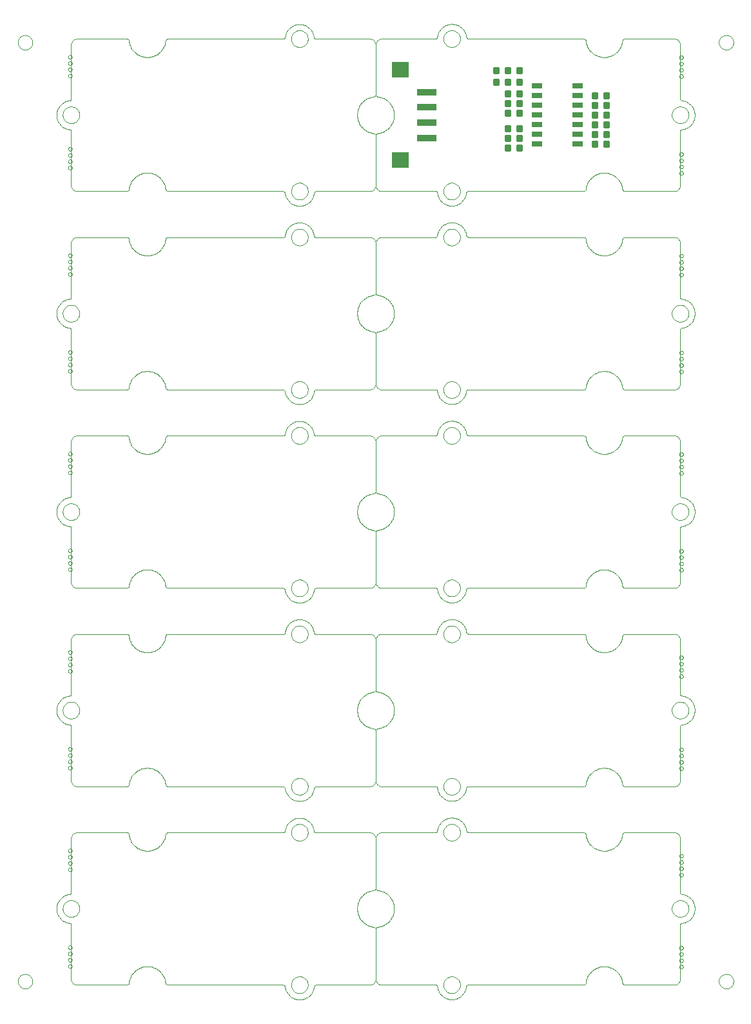
<source format=gtp>
G75*
G70*
%OFA0B0*%
%FSLAX24Y24*%
%IPPOS*%
%LPD*%
%AMOC8*
5,1,8,0,0,1.08239X$1,22.5*
%
%ADD10C,0.0000*%
%ADD11R,0.0550X0.0250*%
%ADD12C,0.0088*%
%ADD13R,0.1000X0.0380*%
%ADD14R,0.0860X0.0800*%
%ADD15C,0.0010*%
D10*
X003196Y001817D02*
X003198Y001856D01*
X003204Y001894D01*
X003214Y001931D01*
X003227Y001967D01*
X003245Y002002D01*
X003265Y002034D01*
X003289Y002065D01*
X003316Y002092D01*
X003346Y002117D01*
X003378Y002138D01*
X003412Y002157D01*
X003448Y002171D01*
X003485Y002182D01*
X003523Y002189D01*
X003561Y002192D01*
X003600Y002191D01*
X003638Y002186D01*
X003676Y002177D01*
X003712Y002164D01*
X003747Y002148D01*
X003780Y002128D01*
X003811Y002105D01*
X003840Y002079D01*
X003865Y002050D01*
X003887Y002018D01*
X003906Y001985D01*
X003922Y001949D01*
X003934Y001913D01*
X003942Y001875D01*
X003946Y001836D01*
X003946Y001798D01*
X003942Y001759D01*
X003934Y001721D01*
X003922Y001685D01*
X003906Y001649D01*
X003887Y001616D01*
X003865Y001584D01*
X003840Y001555D01*
X003811Y001529D01*
X003780Y001506D01*
X003747Y001486D01*
X003712Y001470D01*
X003676Y001457D01*
X003638Y001448D01*
X003600Y001443D01*
X003561Y001442D01*
X003523Y001445D01*
X003485Y001452D01*
X003448Y001463D01*
X003412Y001477D01*
X003378Y001496D01*
X003346Y001517D01*
X003316Y001542D01*
X003289Y001569D01*
X003265Y001600D01*
X003245Y001632D01*
X003227Y001667D01*
X003214Y001703D01*
X003204Y001740D01*
X003198Y001778D01*
X003196Y001817D01*
X005798Y002592D02*
X005800Y002611D01*
X005805Y002630D01*
X005815Y002646D01*
X005827Y002661D01*
X005842Y002673D01*
X005858Y002683D01*
X005877Y002688D01*
X005896Y002690D01*
X005915Y002688D01*
X005934Y002683D01*
X005950Y002673D01*
X005965Y002661D01*
X005977Y002646D01*
X005987Y002630D01*
X005992Y002611D01*
X005994Y002592D01*
X005992Y002573D01*
X005987Y002554D01*
X005977Y002538D01*
X005965Y002523D01*
X005950Y002511D01*
X005934Y002501D01*
X005915Y002496D01*
X005896Y002494D01*
X005877Y002496D01*
X005858Y002501D01*
X005842Y002511D01*
X005827Y002523D01*
X005815Y002538D01*
X005805Y002554D01*
X005800Y002573D01*
X005798Y002592D01*
X005798Y002917D02*
X005800Y002936D01*
X005805Y002955D01*
X005815Y002971D01*
X005827Y002986D01*
X005842Y002998D01*
X005858Y003008D01*
X005877Y003013D01*
X005896Y003015D01*
X005915Y003013D01*
X005934Y003008D01*
X005950Y002998D01*
X005965Y002986D01*
X005977Y002971D01*
X005987Y002955D01*
X005992Y002936D01*
X005994Y002917D01*
X005992Y002898D01*
X005987Y002879D01*
X005977Y002863D01*
X005965Y002848D01*
X005950Y002836D01*
X005934Y002826D01*
X005915Y002821D01*
X005896Y002819D01*
X005877Y002821D01*
X005858Y002826D01*
X005842Y002836D01*
X005827Y002848D01*
X005815Y002863D01*
X005805Y002879D01*
X005800Y002898D01*
X005798Y002917D01*
X005798Y003242D02*
X005800Y003261D01*
X005805Y003280D01*
X005815Y003296D01*
X005827Y003311D01*
X005842Y003323D01*
X005858Y003333D01*
X005877Y003338D01*
X005896Y003340D01*
X005915Y003338D01*
X005934Y003333D01*
X005950Y003323D01*
X005965Y003311D01*
X005977Y003296D01*
X005987Y003280D01*
X005992Y003261D01*
X005994Y003242D01*
X005992Y003223D01*
X005987Y003204D01*
X005977Y003188D01*
X005965Y003173D01*
X005950Y003161D01*
X005934Y003151D01*
X005915Y003146D01*
X005896Y003144D01*
X005877Y003146D01*
X005858Y003151D01*
X005842Y003161D01*
X005827Y003173D01*
X005815Y003188D01*
X005805Y003204D01*
X005800Y003223D01*
X005798Y003242D01*
X005798Y003567D02*
X005800Y003586D01*
X005805Y003605D01*
X005815Y003621D01*
X005827Y003636D01*
X005842Y003648D01*
X005858Y003658D01*
X005877Y003663D01*
X005896Y003665D01*
X005915Y003663D01*
X005934Y003658D01*
X005950Y003648D01*
X005965Y003636D01*
X005977Y003621D01*
X005987Y003605D01*
X005992Y003586D01*
X005994Y003567D01*
X005992Y003548D01*
X005987Y003529D01*
X005977Y003513D01*
X005965Y003498D01*
X005950Y003486D01*
X005934Y003476D01*
X005915Y003471D01*
X005896Y003469D01*
X005877Y003471D01*
X005858Y003476D01*
X005842Y003486D01*
X005827Y003498D01*
X005815Y003513D01*
X005805Y003529D01*
X005800Y003548D01*
X005798Y003567D01*
X005514Y005567D02*
X005516Y005608D01*
X005522Y005649D01*
X005532Y005689D01*
X005545Y005728D01*
X005562Y005765D01*
X005583Y005801D01*
X005607Y005835D01*
X005634Y005866D01*
X005663Y005894D01*
X005696Y005920D01*
X005730Y005942D01*
X005767Y005961D01*
X005805Y005976D01*
X005845Y005988D01*
X005885Y005996D01*
X005926Y006000D01*
X005968Y006000D01*
X006009Y005996D01*
X006049Y005988D01*
X006089Y005976D01*
X006127Y005961D01*
X006163Y005942D01*
X006198Y005920D01*
X006231Y005894D01*
X006260Y005866D01*
X006287Y005835D01*
X006311Y005801D01*
X006332Y005765D01*
X006349Y005728D01*
X006362Y005689D01*
X006372Y005649D01*
X006378Y005608D01*
X006380Y005567D01*
X006378Y005526D01*
X006372Y005485D01*
X006362Y005445D01*
X006349Y005406D01*
X006332Y005369D01*
X006311Y005333D01*
X006287Y005299D01*
X006260Y005268D01*
X006231Y005240D01*
X006198Y005214D01*
X006164Y005192D01*
X006127Y005173D01*
X006089Y005158D01*
X006049Y005146D01*
X006009Y005138D01*
X005968Y005134D01*
X005926Y005134D01*
X005885Y005138D01*
X005845Y005146D01*
X005805Y005158D01*
X005767Y005173D01*
X005731Y005192D01*
X005696Y005214D01*
X005663Y005240D01*
X005634Y005268D01*
X005607Y005299D01*
X005583Y005333D01*
X005562Y005369D01*
X005545Y005406D01*
X005532Y005445D01*
X005522Y005485D01*
X005516Y005526D01*
X005514Y005567D01*
X005798Y007592D02*
X005800Y007611D01*
X005805Y007630D01*
X005815Y007646D01*
X005827Y007661D01*
X005842Y007673D01*
X005858Y007683D01*
X005877Y007688D01*
X005896Y007690D01*
X005915Y007688D01*
X005934Y007683D01*
X005950Y007673D01*
X005965Y007661D01*
X005977Y007646D01*
X005987Y007630D01*
X005992Y007611D01*
X005994Y007592D01*
X005992Y007573D01*
X005987Y007554D01*
X005977Y007538D01*
X005965Y007523D01*
X005950Y007511D01*
X005934Y007501D01*
X005915Y007496D01*
X005896Y007494D01*
X005877Y007496D01*
X005858Y007501D01*
X005842Y007511D01*
X005827Y007523D01*
X005815Y007538D01*
X005805Y007554D01*
X005800Y007573D01*
X005798Y007592D01*
X005798Y007917D02*
X005800Y007936D01*
X005805Y007955D01*
X005815Y007971D01*
X005827Y007986D01*
X005842Y007998D01*
X005858Y008008D01*
X005877Y008013D01*
X005896Y008015D01*
X005915Y008013D01*
X005934Y008008D01*
X005950Y007998D01*
X005965Y007986D01*
X005977Y007971D01*
X005987Y007955D01*
X005992Y007936D01*
X005994Y007917D01*
X005992Y007898D01*
X005987Y007879D01*
X005977Y007863D01*
X005965Y007848D01*
X005950Y007836D01*
X005934Y007826D01*
X005915Y007821D01*
X005896Y007819D01*
X005877Y007821D01*
X005858Y007826D01*
X005842Y007836D01*
X005827Y007848D01*
X005815Y007863D01*
X005805Y007879D01*
X005800Y007898D01*
X005798Y007917D01*
X005798Y008242D02*
X005800Y008261D01*
X005805Y008280D01*
X005815Y008296D01*
X005827Y008311D01*
X005842Y008323D01*
X005858Y008333D01*
X005877Y008338D01*
X005896Y008340D01*
X005915Y008338D01*
X005934Y008333D01*
X005950Y008323D01*
X005965Y008311D01*
X005977Y008296D01*
X005987Y008280D01*
X005992Y008261D01*
X005994Y008242D01*
X005992Y008223D01*
X005987Y008204D01*
X005977Y008188D01*
X005965Y008173D01*
X005950Y008161D01*
X005934Y008151D01*
X005915Y008146D01*
X005896Y008144D01*
X005877Y008146D01*
X005858Y008151D01*
X005842Y008161D01*
X005827Y008173D01*
X005815Y008188D01*
X005805Y008204D01*
X005800Y008223D01*
X005798Y008242D01*
X005798Y008567D02*
X005800Y008586D01*
X005805Y008605D01*
X005815Y008621D01*
X005827Y008636D01*
X005842Y008648D01*
X005858Y008658D01*
X005877Y008663D01*
X005896Y008665D01*
X005915Y008663D01*
X005934Y008658D01*
X005950Y008648D01*
X005965Y008636D01*
X005977Y008621D01*
X005987Y008605D01*
X005992Y008586D01*
X005994Y008567D01*
X005992Y008548D01*
X005987Y008529D01*
X005977Y008513D01*
X005965Y008498D01*
X005950Y008486D01*
X005934Y008476D01*
X005915Y008471D01*
X005896Y008469D01*
X005877Y008471D01*
X005858Y008476D01*
X005842Y008486D01*
X005827Y008498D01*
X005815Y008513D01*
X005805Y008529D01*
X005800Y008548D01*
X005798Y008567D01*
X005798Y012842D02*
X005800Y012861D01*
X005805Y012880D01*
X005815Y012896D01*
X005827Y012911D01*
X005842Y012923D01*
X005858Y012933D01*
X005877Y012938D01*
X005896Y012940D01*
X005915Y012938D01*
X005934Y012933D01*
X005950Y012923D01*
X005965Y012911D01*
X005977Y012896D01*
X005987Y012880D01*
X005992Y012861D01*
X005994Y012842D01*
X005992Y012823D01*
X005987Y012804D01*
X005977Y012788D01*
X005965Y012773D01*
X005950Y012761D01*
X005934Y012751D01*
X005915Y012746D01*
X005896Y012744D01*
X005877Y012746D01*
X005858Y012751D01*
X005842Y012761D01*
X005827Y012773D01*
X005815Y012788D01*
X005805Y012804D01*
X005800Y012823D01*
X005798Y012842D01*
X005798Y013167D02*
X005800Y013186D01*
X005805Y013205D01*
X005815Y013221D01*
X005827Y013236D01*
X005842Y013248D01*
X005858Y013258D01*
X005877Y013263D01*
X005896Y013265D01*
X005915Y013263D01*
X005934Y013258D01*
X005950Y013248D01*
X005965Y013236D01*
X005977Y013221D01*
X005987Y013205D01*
X005992Y013186D01*
X005994Y013167D01*
X005992Y013148D01*
X005987Y013129D01*
X005977Y013113D01*
X005965Y013098D01*
X005950Y013086D01*
X005934Y013076D01*
X005915Y013071D01*
X005896Y013069D01*
X005877Y013071D01*
X005858Y013076D01*
X005842Y013086D01*
X005827Y013098D01*
X005815Y013113D01*
X005805Y013129D01*
X005800Y013148D01*
X005798Y013167D01*
X005798Y013492D02*
X005800Y013511D01*
X005805Y013530D01*
X005815Y013546D01*
X005827Y013561D01*
X005842Y013573D01*
X005858Y013583D01*
X005877Y013588D01*
X005896Y013590D01*
X005915Y013588D01*
X005934Y013583D01*
X005950Y013573D01*
X005965Y013561D01*
X005977Y013546D01*
X005987Y013530D01*
X005992Y013511D01*
X005994Y013492D01*
X005992Y013473D01*
X005987Y013454D01*
X005977Y013438D01*
X005965Y013423D01*
X005950Y013411D01*
X005934Y013401D01*
X005915Y013396D01*
X005896Y013394D01*
X005877Y013396D01*
X005858Y013401D01*
X005842Y013411D01*
X005827Y013423D01*
X005815Y013438D01*
X005805Y013454D01*
X005800Y013473D01*
X005798Y013492D01*
X005798Y013817D02*
X005800Y013836D01*
X005805Y013855D01*
X005815Y013871D01*
X005827Y013886D01*
X005842Y013898D01*
X005858Y013908D01*
X005877Y013913D01*
X005896Y013915D01*
X005915Y013913D01*
X005934Y013908D01*
X005950Y013898D01*
X005965Y013886D01*
X005977Y013871D01*
X005987Y013855D01*
X005992Y013836D01*
X005994Y013817D01*
X005992Y013798D01*
X005987Y013779D01*
X005977Y013763D01*
X005965Y013748D01*
X005950Y013736D01*
X005934Y013726D01*
X005915Y013721D01*
X005896Y013719D01*
X005877Y013721D01*
X005858Y013726D01*
X005842Y013736D01*
X005827Y013748D01*
X005815Y013763D01*
X005805Y013779D01*
X005800Y013798D01*
X005798Y013817D01*
X005514Y015817D02*
X005516Y015858D01*
X005522Y015899D01*
X005532Y015939D01*
X005545Y015978D01*
X005562Y016015D01*
X005583Y016051D01*
X005607Y016085D01*
X005634Y016116D01*
X005663Y016144D01*
X005696Y016170D01*
X005730Y016192D01*
X005767Y016211D01*
X005805Y016226D01*
X005845Y016238D01*
X005885Y016246D01*
X005926Y016250D01*
X005968Y016250D01*
X006009Y016246D01*
X006049Y016238D01*
X006089Y016226D01*
X006127Y016211D01*
X006163Y016192D01*
X006198Y016170D01*
X006231Y016144D01*
X006260Y016116D01*
X006287Y016085D01*
X006311Y016051D01*
X006332Y016015D01*
X006349Y015978D01*
X006362Y015939D01*
X006372Y015899D01*
X006378Y015858D01*
X006380Y015817D01*
X006378Y015776D01*
X006372Y015735D01*
X006362Y015695D01*
X006349Y015656D01*
X006332Y015619D01*
X006311Y015583D01*
X006287Y015549D01*
X006260Y015518D01*
X006231Y015490D01*
X006198Y015464D01*
X006164Y015442D01*
X006127Y015423D01*
X006089Y015408D01*
X006049Y015396D01*
X006009Y015388D01*
X005968Y015384D01*
X005926Y015384D01*
X005885Y015388D01*
X005845Y015396D01*
X005805Y015408D01*
X005767Y015423D01*
X005731Y015442D01*
X005696Y015464D01*
X005663Y015490D01*
X005634Y015518D01*
X005607Y015549D01*
X005583Y015583D01*
X005562Y015619D01*
X005545Y015656D01*
X005532Y015695D01*
X005522Y015735D01*
X005516Y015776D01*
X005514Y015817D01*
X005798Y017842D02*
X005800Y017861D01*
X005805Y017880D01*
X005815Y017896D01*
X005827Y017911D01*
X005842Y017923D01*
X005858Y017933D01*
X005877Y017938D01*
X005896Y017940D01*
X005915Y017938D01*
X005934Y017933D01*
X005950Y017923D01*
X005965Y017911D01*
X005977Y017896D01*
X005987Y017880D01*
X005992Y017861D01*
X005994Y017842D01*
X005992Y017823D01*
X005987Y017804D01*
X005977Y017788D01*
X005965Y017773D01*
X005950Y017761D01*
X005934Y017751D01*
X005915Y017746D01*
X005896Y017744D01*
X005877Y017746D01*
X005858Y017751D01*
X005842Y017761D01*
X005827Y017773D01*
X005815Y017788D01*
X005805Y017804D01*
X005800Y017823D01*
X005798Y017842D01*
X005798Y018167D02*
X005800Y018186D01*
X005805Y018205D01*
X005815Y018221D01*
X005827Y018236D01*
X005842Y018248D01*
X005858Y018258D01*
X005877Y018263D01*
X005896Y018265D01*
X005915Y018263D01*
X005934Y018258D01*
X005950Y018248D01*
X005965Y018236D01*
X005977Y018221D01*
X005987Y018205D01*
X005992Y018186D01*
X005994Y018167D01*
X005992Y018148D01*
X005987Y018129D01*
X005977Y018113D01*
X005965Y018098D01*
X005950Y018086D01*
X005934Y018076D01*
X005915Y018071D01*
X005896Y018069D01*
X005877Y018071D01*
X005858Y018076D01*
X005842Y018086D01*
X005827Y018098D01*
X005815Y018113D01*
X005805Y018129D01*
X005800Y018148D01*
X005798Y018167D01*
X005798Y018492D02*
X005800Y018511D01*
X005805Y018530D01*
X005815Y018546D01*
X005827Y018561D01*
X005842Y018573D01*
X005858Y018583D01*
X005877Y018588D01*
X005896Y018590D01*
X005915Y018588D01*
X005934Y018583D01*
X005950Y018573D01*
X005965Y018561D01*
X005977Y018546D01*
X005987Y018530D01*
X005992Y018511D01*
X005994Y018492D01*
X005992Y018473D01*
X005987Y018454D01*
X005977Y018438D01*
X005965Y018423D01*
X005950Y018411D01*
X005934Y018401D01*
X005915Y018396D01*
X005896Y018394D01*
X005877Y018396D01*
X005858Y018401D01*
X005842Y018411D01*
X005827Y018423D01*
X005815Y018438D01*
X005805Y018454D01*
X005800Y018473D01*
X005798Y018492D01*
X005798Y018817D02*
X005800Y018836D01*
X005805Y018855D01*
X005815Y018871D01*
X005827Y018886D01*
X005842Y018898D01*
X005858Y018908D01*
X005877Y018913D01*
X005896Y018915D01*
X005915Y018913D01*
X005934Y018908D01*
X005950Y018898D01*
X005965Y018886D01*
X005977Y018871D01*
X005987Y018855D01*
X005992Y018836D01*
X005994Y018817D01*
X005992Y018798D01*
X005987Y018779D01*
X005977Y018763D01*
X005965Y018748D01*
X005950Y018736D01*
X005934Y018726D01*
X005915Y018721D01*
X005896Y018719D01*
X005877Y018721D01*
X005858Y018726D01*
X005842Y018736D01*
X005827Y018748D01*
X005815Y018763D01*
X005805Y018779D01*
X005800Y018798D01*
X005798Y018817D01*
X005798Y023092D02*
X005800Y023111D01*
X005805Y023130D01*
X005815Y023146D01*
X005827Y023161D01*
X005842Y023173D01*
X005858Y023183D01*
X005877Y023188D01*
X005896Y023190D01*
X005915Y023188D01*
X005934Y023183D01*
X005950Y023173D01*
X005965Y023161D01*
X005977Y023146D01*
X005987Y023130D01*
X005992Y023111D01*
X005994Y023092D01*
X005992Y023073D01*
X005987Y023054D01*
X005977Y023038D01*
X005965Y023023D01*
X005950Y023011D01*
X005934Y023001D01*
X005915Y022996D01*
X005896Y022994D01*
X005877Y022996D01*
X005858Y023001D01*
X005842Y023011D01*
X005827Y023023D01*
X005815Y023038D01*
X005805Y023054D01*
X005800Y023073D01*
X005798Y023092D01*
X005798Y023417D02*
X005800Y023436D01*
X005805Y023455D01*
X005815Y023471D01*
X005827Y023486D01*
X005842Y023498D01*
X005858Y023508D01*
X005877Y023513D01*
X005896Y023515D01*
X005915Y023513D01*
X005934Y023508D01*
X005950Y023498D01*
X005965Y023486D01*
X005977Y023471D01*
X005987Y023455D01*
X005992Y023436D01*
X005994Y023417D01*
X005992Y023398D01*
X005987Y023379D01*
X005977Y023363D01*
X005965Y023348D01*
X005950Y023336D01*
X005934Y023326D01*
X005915Y023321D01*
X005896Y023319D01*
X005877Y023321D01*
X005858Y023326D01*
X005842Y023336D01*
X005827Y023348D01*
X005815Y023363D01*
X005805Y023379D01*
X005800Y023398D01*
X005798Y023417D01*
X005798Y023742D02*
X005800Y023761D01*
X005805Y023780D01*
X005815Y023796D01*
X005827Y023811D01*
X005842Y023823D01*
X005858Y023833D01*
X005877Y023838D01*
X005896Y023840D01*
X005915Y023838D01*
X005934Y023833D01*
X005950Y023823D01*
X005965Y023811D01*
X005977Y023796D01*
X005987Y023780D01*
X005992Y023761D01*
X005994Y023742D01*
X005992Y023723D01*
X005987Y023704D01*
X005977Y023688D01*
X005965Y023673D01*
X005950Y023661D01*
X005934Y023651D01*
X005915Y023646D01*
X005896Y023644D01*
X005877Y023646D01*
X005858Y023651D01*
X005842Y023661D01*
X005827Y023673D01*
X005815Y023688D01*
X005805Y023704D01*
X005800Y023723D01*
X005798Y023742D01*
X005798Y024067D02*
X005800Y024086D01*
X005805Y024105D01*
X005815Y024121D01*
X005827Y024136D01*
X005842Y024148D01*
X005858Y024158D01*
X005877Y024163D01*
X005896Y024165D01*
X005915Y024163D01*
X005934Y024158D01*
X005950Y024148D01*
X005965Y024136D01*
X005977Y024121D01*
X005987Y024105D01*
X005992Y024086D01*
X005994Y024067D01*
X005992Y024048D01*
X005987Y024029D01*
X005977Y024013D01*
X005965Y023998D01*
X005950Y023986D01*
X005934Y023976D01*
X005915Y023971D01*
X005896Y023969D01*
X005877Y023971D01*
X005858Y023976D01*
X005842Y023986D01*
X005827Y023998D01*
X005815Y024013D01*
X005805Y024029D01*
X005800Y024048D01*
X005798Y024067D01*
X005514Y026067D02*
X005516Y026108D01*
X005522Y026149D01*
X005532Y026189D01*
X005545Y026228D01*
X005562Y026265D01*
X005583Y026301D01*
X005607Y026335D01*
X005634Y026366D01*
X005663Y026394D01*
X005696Y026420D01*
X005730Y026442D01*
X005767Y026461D01*
X005805Y026476D01*
X005845Y026488D01*
X005885Y026496D01*
X005926Y026500D01*
X005968Y026500D01*
X006009Y026496D01*
X006049Y026488D01*
X006089Y026476D01*
X006127Y026461D01*
X006163Y026442D01*
X006198Y026420D01*
X006231Y026394D01*
X006260Y026366D01*
X006287Y026335D01*
X006311Y026301D01*
X006332Y026265D01*
X006349Y026228D01*
X006362Y026189D01*
X006372Y026149D01*
X006378Y026108D01*
X006380Y026067D01*
X006378Y026026D01*
X006372Y025985D01*
X006362Y025945D01*
X006349Y025906D01*
X006332Y025869D01*
X006311Y025833D01*
X006287Y025799D01*
X006260Y025768D01*
X006231Y025740D01*
X006198Y025714D01*
X006164Y025692D01*
X006127Y025673D01*
X006089Y025658D01*
X006049Y025646D01*
X006009Y025638D01*
X005968Y025634D01*
X005926Y025634D01*
X005885Y025638D01*
X005845Y025646D01*
X005805Y025658D01*
X005767Y025673D01*
X005731Y025692D01*
X005696Y025714D01*
X005663Y025740D01*
X005634Y025768D01*
X005607Y025799D01*
X005583Y025833D01*
X005562Y025869D01*
X005545Y025906D01*
X005532Y025945D01*
X005522Y025985D01*
X005516Y026026D01*
X005514Y026067D01*
X005798Y028092D02*
X005800Y028111D01*
X005805Y028130D01*
X005815Y028146D01*
X005827Y028161D01*
X005842Y028173D01*
X005858Y028183D01*
X005877Y028188D01*
X005896Y028190D01*
X005915Y028188D01*
X005934Y028183D01*
X005950Y028173D01*
X005965Y028161D01*
X005977Y028146D01*
X005987Y028130D01*
X005992Y028111D01*
X005994Y028092D01*
X005992Y028073D01*
X005987Y028054D01*
X005977Y028038D01*
X005965Y028023D01*
X005950Y028011D01*
X005934Y028001D01*
X005915Y027996D01*
X005896Y027994D01*
X005877Y027996D01*
X005858Y028001D01*
X005842Y028011D01*
X005827Y028023D01*
X005815Y028038D01*
X005805Y028054D01*
X005800Y028073D01*
X005798Y028092D01*
X005798Y028417D02*
X005800Y028436D01*
X005805Y028455D01*
X005815Y028471D01*
X005827Y028486D01*
X005842Y028498D01*
X005858Y028508D01*
X005877Y028513D01*
X005896Y028515D01*
X005915Y028513D01*
X005934Y028508D01*
X005950Y028498D01*
X005965Y028486D01*
X005977Y028471D01*
X005987Y028455D01*
X005992Y028436D01*
X005994Y028417D01*
X005992Y028398D01*
X005987Y028379D01*
X005977Y028363D01*
X005965Y028348D01*
X005950Y028336D01*
X005934Y028326D01*
X005915Y028321D01*
X005896Y028319D01*
X005877Y028321D01*
X005858Y028326D01*
X005842Y028336D01*
X005827Y028348D01*
X005815Y028363D01*
X005805Y028379D01*
X005800Y028398D01*
X005798Y028417D01*
X005798Y028742D02*
X005800Y028761D01*
X005805Y028780D01*
X005815Y028796D01*
X005827Y028811D01*
X005842Y028823D01*
X005858Y028833D01*
X005877Y028838D01*
X005896Y028840D01*
X005915Y028838D01*
X005934Y028833D01*
X005950Y028823D01*
X005965Y028811D01*
X005977Y028796D01*
X005987Y028780D01*
X005992Y028761D01*
X005994Y028742D01*
X005992Y028723D01*
X005987Y028704D01*
X005977Y028688D01*
X005965Y028673D01*
X005950Y028661D01*
X005934Y028651D01*
X005915Y028646D01*
X005896Y028644D01*
X005877Y028646D01*
X005858Y028651D01*
X005842Y028661D01*
X005827Y028673D01*
X005815Y028688D01*
X005805Y028704D01*
X005800Y028723D01*
X005798Y028742D01*
X005798Y029067D02*
X005800Y029086D01*
X005805Y029105D01*
X005815Y029121D01*
X005827Y029136D01*
X005842Y029148D01*
X005858Y029158D01*
X005877Y029163D01*
X005896Y029165D01*
X005915Y029163D01*
X005934Y029158D01*
X005950Y029148D01*
X005965Y029136D01*
X005977Y029121D01*
X005987Y029105D01*
X005992Y029086D01*
X005994Y029067D01*
X005992Y029048D01*
X005987Y029029D01*
X005977Y029013D01*
X005965Y028998D01*
X005950Y028986D01*
X005934Y028976D01*
X005915Y028971D01*
X005896Y028969D01*
X005877Y028971D01*
X005858Y028976D01*
X005842Y028986D01*
X005827Y028998D01*
X005815Y029013D01*
X005805Y029029D01*
X005800Y029048D01*
X005798Y029067D01*
X005798Y033342D02*
X005800Y033361D01*
X005805Y033380D01*
X005815Y033396D01*
X005827Y033411D01*
X005842Y033423D01*
X005858Y033433D01*
X005877Y033438D01*
X005896Y033440D01*
X005915Y033438D01*
X005934Y033433D01*
X005950Y033423D01*
X005965Y033411D01*
X005977Y033396D01*
X005987Y033380D01*
X005992Y033361D01*
X005994Y033342D01*
X005992Y033323D01*
X005987Y033304D01*
X005977Y033288D01*
X005965Y033273D01*
X005950Y033261D01*
X005934Y033251D01*
X005915Y033246D01*
X005896Y033244D01*
X005877Y033246D01*
X005858Y033251D01*
X005842Y033261D01*
X005827Y033273D01*
X005815Y033288D01*
X005805Y033304D01*
X005800Y033323D01*
X005798Y033342D01*
X005798Y033667D02*
X005800Y033686D01*
X005805Y033705D01*
X005815Y033721D01*
X005827Y033736D01*
X005842Y033748D01*
X005858Y033758D01*
X005877Y033763D01*
X005896Y033765D01*
X005915Y033763D01*
X005934Y033758D01*
X005950Y033748D01*
X005965Y033736D01*
X005977Y033721D01*
X005987Y033705D01*
X005992Y033686D01*
X005994Y033667D01*
X005992Y033648D01*
X005987Y033629D01*
X005977Y033613D01*
X005965Y033598D01*
X005950Y033586D01*
X005934Y033576D01*
X005915Y033571D01*
X005896Y033569D01*
X005877Y033571D01*
X005858Y033576D01*
X005842Y033586D01*
X005827Y033598D01*
X005815Y033613D01*
X005805Y033629D01*
X005800Y033648D01*
X005798Y033667D01*
X005798Y033992D02*
X005800Y034011D01*
X005805Y034030D01*
X005815Y034046D01*
X005827Y034061D01*
X005842Y034073D01*
X005858Y034083D01*
X005877Y034088D01*
X005896Y034090D01*
X005915Y034088D01*
X005934Y034083D01*
X005950Y034073D01*
X005965Y034061D01*
X005977Y034046D01*
X005987Y034030D01*
X005992Y034011D01*
X005994Y033992D01*
X005992Y033973D01*
X005987Y033954D01*
X005977Y033938D01*
X005965Y033923D01*
X005950Y033911D01*
X005934Y033901D01*
X005915Y033896D01*
X005896Y033894D01*
X005877Y033896D01*
X005858Y033901D01*
X005842Y033911D01*
X005827Y033923D01*
X005815Y033938D01*
X005805Y033954D01*
X005800Y033973D01*
X005798Y033992D01*
X005798Y034317D02*
X005800Y034336D01*
X005805Y034355D01*
X005815Y034371D01*
X005827Y034386D01*
X005842Y034398D01*
X005858Y034408D01*
X005877Y034413D01*
X005896Y034415D01*
X005915Y034413D01*
X005934Y034408D01*
X005950Y034398D01*
X005965Y034386D01*
X005977Y034371D01*
X005987Y034355D01*
X005992Y034336D01*
X005994Y034317D01*
X005992Y034298D01*
X005987Y034279D01*
X005977Y034263D01*
X005965Y034248D01*
X005950Y034236D01*
X005934Y034226D01*
X005915Y034221D01*
X005896Y034219D01*
X005877Y034221D01*
X005858Y034226D01*
X005842Y034236D01*
X005827Y034248D01*
X005815Y034263D01*
X005805Y034279D01*
X005800Y034298D01*
X005798Y034317D01*
X005514Y036317D02*
X005516Y036358D01*
X005522Y036399D01*
X005532Y036439D01*
X005545Y036478D01*
X005562Y036515D01*
X005583Y036551D01*
X005607Y036585D01*
X005634Y036616D01*
X005663Y036644D01*
X005696Y036670D01*
X005730Y036692D01*
X005767Y036711D01*
X005805Y036726D01*
X005845Y036738D01*
X005885Y036746D01*
X005926Y036750D01*
X005968Y036750D01*
X006009Y036746D01*
X006049Y036738D01*
X006089Y036726D01*
X006127Y036711D01*
X006163Y036692D01*
X006198Y036670D01*
X006231Y036644D01*
X006260Y036616D01*
X006287Y036585D01*
X006311Y036551D01*
X006332Y036515D01*
X006349Y036478D01*
X006362Y036439D01*
X006372Y036399D01*
X006378Y036358D01*
X006380Y036317D01*
X006378Y036276D01*
X006372Y036235D01*
X006362Y036195D01*
X006349Y036156D01*
X006332Y036119D01*
X006311Y036083D01*
X006287Y036049D01*
X006260Y036018D01*
X006231Y035990D01*
X006198Y035964D01*
X006164Y035942D01*
X006127Y035923D01*
X006089Y035908D01*
X006049Y035896D01*
X006009Y035888D01*
X005968Y035884D01*
X005926Y035884D01*
X005885Y035888D01*
X005845Y035896D01*
X005805Y035908D01*
X005767Y035923D01*
X005731Y035942D01*
X005696Y035964D01*
X005663Y035990D01*
X005634Y036018D01*
X005607Y036049D01*
X005583Y036083D01*
X005562Y036119D01*
X005545Y036156D01*
X005532Y036195D01*
X005522Y036235D01*
X005516Y036276D01*
X005514Y036317D01*
X005798Y038342D02*
X005800Y038361D01*
X005805Y038380D01*
X005815Y038396D01*
X005827Y038411D01*
X005842Y038423D01*
X005858Y038433D01*
X005877Y038438D01*
X005896Y038440D01*
X005915Y038438D01*
X005934Y038433D01*
X005950Y038423D01*
X005965Y038411D01*
X005977Y038396D01*
X005987Y038380D01*
X005992Y038361D01*
X005994Y038342D01*
X005992Y038323D01*
X005987Y038304D01*
X005977Y038288D01*
X005965Y038273D01*
X005950Y038261D01*
X005934Y038251D01*
X005915Y038246D01*
X005896Y038244D01*
X005877Y038246D01*
X005858Y038251D01*
X005842Y038261D01*
X005827Y038273D01*
X005815Y038288D01*
X005805Y038304D01*
X005800Y038323D01*
X005798Y038342D01*
X005798Y038667D02*
X005800Y038686D01*
X005805Y038705D01*
X005815Y038721D01*
X005827Y038736D01*
X005842Y038748D01*
X005858Y038758D01*
X005877Y038763D01*
X005896Y038765D01*
X005915Y038763D01*
X005934Y038758D01*
X005950Y038748D01*
X005965Y038736D01*
X005977Y038721D01*
X005987Y038705D01*
X005992Y038686D01*
X005994Y038667D01*
X005992Y038648D01*
X005987Y038629D01*
X005977Y038613D01*
X005965Y038598D01*
X005950Y038586D01*
X005934Y038576D01*
X005915Y038571D01*
X005896Y038569D01*
X005877Y038571D01*
X005858Y038576D01*
X005842Y038586D01*
X005827Y038598D01*
X005815Y038613D01*
X005805Y038629D01*
X005800Y038648D01*
X005798Y038667D01*
X005798Y038992D02*
X005800Y039011D01*
X005805Y039030D01*
X005815Y039046D01*
X005827Y039061D01*
X005842Y039073D01*
X005858Y039083D01*
X005877Y039088D01*
X005896Y039090D01*
X005915Y039088D01*
X005934Y039083D01*
X005950Y039073D01*
X005965Y039061D01*
X005977Y039046D01*
X005987Y039030D01*
X005992Y039011D01*
X005994Y038992D01*
X005992Y038973D01*
X005987Y038954D01*
X005977Y038938D01*
X005965Y038923D01*
X005950Y038911D01*
X005934Y038901D01*
X005915Y038896D01*
X005896Y038894D01*
X005877Y038896D01*
X005858Y038901D01*
X005842Y038911D01*
X005827Y038923D01*
X005815Y038938D01*
X005805Y038954D01*
X005800Y038973D01*
X005798Y038992D01*
X005798Y039317D02*
X005800Y039336D01*
X005805Y039355D01*
X005815Y039371D01*
X005827Y039386D01*
X005842Y039398D01*
X005858Y039408D01*
X005877Y039413D01*
X005896Y039415D01*
X005915Y039413D01*
X005934Y039408D01*
X005950Y039398D01*
X005965Y039386D01*
X005977Y039371D01*
X005987Y039355D01*
X005992Y039336D01*
X005994Y039317D01*
X005992Y039298D01*
X005987Y039279D01*
X005977Y039263D01*
X005965Y039248D01*
X005950Y039236D01*
X005934Y039226D01*
X005915Y039221D01*
X005896Y039219D01*
X005877Y039221D01*
X005858Y039226D01*
X005842Y039236D01*
X005827Y039248D01*
X005815Y039263D01*
X005805Y039279D01*
X005800Y039298D01*
X005798Y039317D01*
X005798Y043842D02*
X005800Y043861D01*
X005805Y043880D01*
X005815Y043896D01*
X005827Y043911D01*
X005842Y043923D01*
X005858Y043933D01*
X005877Y043938D01*
X005896Y043940D01*
X005915Y043938D01*
X005934Y043933D01*
X005950Y043923D01*
X005965Y043911D01*
X005977Y043896D01*
X005987Y043880D01*
X005992Y043861D01*
X005994Y043842D01*
X005992Y043823D01*
X005987Y043804D01*
X005977Y043788D01*
X005965Y043773D01*
X005950Y043761D01*
X005934Y043751D01*
X005915Y043746D01*
X005896Y043744D01*
X005877Y043746D01*
X005858Y043751D01*
X005842Y043761D01*
X005827Y043773D01*
X005815Y043788D01*
X005805Y043804D01*
X005800Y043823D01*
X005798Y043842D01*
X005798Y044167D02*
X005800Y044186D01*
X005805Y044205D01*
X005815Y044221D01*
X005827Y044236D01*
X005842Y044248D01*
X005858Y044258D01*
X005877Y044263D01*
X005896Y044265D01*
X005915Y044263D01*
X005934Y044258D01*
X005950Y044248D01*
X005965Y044236D01*
X005977Y044221D01*
X005987Y044205D01*
X005992Y044186D01*
X005994Y044167D01*
X005992Y044148D01*
X005987Y044129D01*
X005977Y044113D01*
X005965Y044098D01*
X005950Y044086D01*
X005934Y044076D01*
X005915Y044071D01*
X005896Y044069D01*
X005877Y044071D01*
X005858Y044076D01*
X005842Y044086D01*
X005827Y044098D01*
X005815Y044113D01*
X005805Y044129D01*
X005800Y044148D01*
X005798Y044167D01*
X005798Y044492D02*
X005800Y044511D01*
X005805Y044530D01*
X005815Y044546D01*
X005827Y044561D01*
X005842Y044573D01*
X005858Y044583D01*
X005877Y044588D01*
X005896Y044590D01*
X005915Y044588D01*
X005934Y044583D01*
X005950Y044573D01*
X005965Y044561D01*
X005977Y044546D01*
X005987Y044530D01*
X005992Y044511D01*
X005994Y044492D01*
X005992Y044473D01*
X005987Y044454D01*
X005977Y044438D01*
X005965Y044423D01*
X005950Y044411D01*
X005934Y044401D01*
X005915Y044396D01*
X005896Y044394D01*
X005877Y044396D01*
X005858Y044401D01*
X005842Y044411D01*
X005827Y044423D01*
X005815Y044438D01*
X005805Y044454D01*
X005800Y044473D01*
X005798Y044492D01*
X005798Y044817D02*
X005800Y044836D01*
X005805Y044855D01*
X005815Y044871D01*
X005827Y044886D01*
X005842Y044898D01*
X005858Y044908D01*
X005877Y044913D01*
X005896Y044915D01*
X005915Y044913D01*
X005934Y044908D01*
X005950Y044898D01*
X005965Y044886D01*
X005977Y044871D01*
X005987Y044855D01*
X005992Y044836D01*
X005994Y044817D01*
X005992Y044798D01*
X005987Y044779D01*
X005977Y044763D01*
X005965Y044748D01*
X005950Y044736D01*
X005934Y044726D01*
X005915Y044721D01*
X005896Y044719D01*
X005877Y044721D01*
X005858Y044726D01*
X005842Y044736D01*
X005827Y044748D01*
X005815Y044763D01*
X005805Y044779D01*
X005800Y044798D01*
X005798Y044817D01*
X005514Y046567D02*
X005516Y046608D01*
X005522Y046649D01*
X005532Y046689D01*
X005545Y046728D01*
X005562Y046765D01*
X005583Y046801D01*
X005607Y046835D01*
X005634Y046866D01*
X005663Y046894D01*
X005696Y046920D01*
X005730Y046942D01*
X005767Y046961D01*
X005805Y046976D01*
X005845Y046988D01*
X005885Y046996D01*
X005926Y047000D01*
X005968Y047000D01*
X006009Y046996D01*
X006049Y046988D01*
X006089Y046976D01*
X006127Y046961D01*
X006163Y046942D01*
X006198Y046920D01*
X006231Y046894D01*
X006260Y046866D01*
X006287Y046835D01*
X006311Y046801D01*
X006332Y046765D01*
X006349Y046728D01*
X006362Y046689D01*
X006372Y046649D01*
X006378Y046608D01*
X006380Y046567D01*
X006378Y046526D01*
X006372Y046485D01*
X006362Y046445D01*
X006349Y046406D01*
X006332Y046369D01*
X006311Y046333D01*
X006287Y046299D01*
X006260Y046268D01*
X006231Y046240D01*
X006198Y046214D01*
X006164Y046192D01*
X006127Y046173D01*
X006089Y046158D01*
X006049Y046146D01*
X006009Y046138D01*
X005968Y046134D01*
X005926Y046134D01*
X005885Y046138D01*
X005845Y046146D01*
X005805Y046158D01*
X005767Y046173D01*
X005731Y046192D01*
X005696Y046214D01*
X005663Y046240D01*
X005634Y046268D01*
X005607Y046299D01*
X005583Y046333D01*
X005562Y046369D01*
X005545Y046406D01*
X005532Y046445D01*
X005522Y046485D01*
X005516Y046526D01*
X005514Y046567D01*
X005798Y048592D02*
X005800Y048611D01*
X005805Y048630D01*
X005815Y048646D01*
X005827Y048661D01*
X005842Y048673D01*
X005858Y048683D01*
X005877Y048688D01*
X005896Y048690D01*
X005915Y048688D01*
X005934Y048683D01*
X005950Y048673D01*
X005965Y048661D01*
X005977Y048646D01*
X005987Y048630D01*
X005992Y048611D01*
X005994Y048592D01*
X005992Y048573D01*
X005987Y048554D01*
X005977Y048538D01*
X005965Y048523D01*
X005950Y048511D01*
X005934Y048501D01*
X005915Y048496D01*
X005896Y048494D01*
X005877Y048496D01*
X005858Y048501D01*
X005842Y048511D01*
X005827Y048523D01*
X005815Y048538D01*
X005805Y048554D01*
X005800Y048573D01*
X005798Y048592D01*
X005798Y048917D02*
X005800Y048936D01*
X005805Y048955D01*
X005815Y048971D01*
X005827Y048986D01*
X005842Y048998D01*
X005858Y049008D01*
X005877Y049013D01*
X005896Y049015D01*
X005915Y049013D01*
X005934Y049008D01*
X005950Y048998D01*
X005965Y048986D01*
X005977Y048971D01*
X005987Y048955D01*
X005992Y048936D01*
X005994Y048917D01*
X005992Y048898D01*
X005987Y048879D01*
X005977Y048863D01*
X005965Y048848D01*
X005950Y048836D01*
X005934Y048826D01*
X005915Y048821D01*
X005896Y048819D01*
X005877Y048821D01*
X005858Y048826D01*
X005842Y048836D01*
X005827Y048848D01*
X005815Y048863D01*
X005805Y048879D01*
X005800Y048898D01*
X005798Y048917D01*
X005798Y049242D02*
X005800Y049261D01*
X005805Y049280D01*
X005815Y049296D01*
X005827Y049311D01*
X005842Y049323D01*
X005858Y049333D01*
X005877Y049338D01*
X005896Y049340D01*
X005915Y049338D01*
X005934Y049333D01*
X005950Y049323D01*
X005965Y049311D01*
X005977Y049296D01*
X005987Y049280D01*
X005992Y049261D01*
X005994Y049242D01*
X005992Y049223D01*
X005987Y049204D01*
X005977Y049188D01*
X005965Y049173D01*
X005950Y049161D01*
X005934Y049151D01*
X005915Y049146D01*
X005896Y049144D01*
X005877Y049146D01*
X005858Y049151D01*
X005842Y049161D01*
X005827Y049173D01*
X005815Y049188D01*
X005805Y049204D01*
X005800Y049223D01*
X005798Y049242D01*
X005798Y049567D02*
X005800Y049586D01*
X005805Y049605D01*
X005815Y049621D01*
X005827Y049636D01*
X005842Y049648D01*
X005858Y049658D01*
X005877Y049663D01*
X005896Y049665D01*
X005915Y049663D01*
X005934Y049658D01*
X005950Y049648D01*
X005965Y049636D01*
X005977Y049621D01*
X005987Y049605D01*
X005992Y049586D01*
X005994Y049567D01*
X005992Y049548D01*
X005987Y049529D01*
X005977Y049513D01*
X005965Y049498D01*
X005950Y049486D01*
X005934Y049476D01*
X005915Y049471D01*
X005896Y049469D01*
X005877Y049471D01*
X005858Y049476D01*
X005842Y049486D01*
X005827Y049498D01*
X005815Y049513D01*
X005805Y049529D01*
X005800Y049548D01*
X005798Y049567D01*
X003196Y050317D02*
X003198Y050356D01*
X003204Y050394D01*
X003214Y050431D01*
X003227Y050467D01*
X003245Y050502D01*
X003265Y050534D01*
X003289Y050565D01*
X003316Y050592D01*
X003346Y050617D01*
X003378Y050638D01*
X003412Y050657D01*
X003448Y050671D01*
X003485Y050682D01*
X003523Y050689D01*
X003561Y050692D01*
X003600Y050691D01*
X003638Y050686D01*
X003676Y050677D01*
X003712Y050664D01*
X003747Y050648D01*
X003780Y050628D01*
X003811Y050605D01*
X003840Y050579D01*
X003865Y050550D01*
X003887Y050518D01*
X003906Y050485D01*
X003922Y050449D01*
X003934Y050413D01*
X003942Y050375D01*
X003946Y050336D01*
X003946Y050298D01*
X003942Y050259D01*
X003934Y050221D01*
X003922Y050185D01*
X003906Y050149D01*
X003887Y050116D01*
X003865Y050084D01*
X003840Y050055D01*
X003811Y050029D01*
X003780Y050006D01*
X003747Y049986D01*
X003712Y049970D01*
X003676Y049957D01*
X003638Y049948D01*
X003600Y049943D01*
X003561Y049942D01*
X003523Y049945D01*
X003485Y049952D01*
X003448Y049963D01*
X003412Y049977D01*
X003378Y049996D01*
X003346Y050017D01*
X003316Y050042D01*
X003289Y050069D01*
X003265Y050100D01*
X003245Y050132D01*
X003227Y050167D01*
X003214Y050203D01*
X003204Y050240D01*
X003198Y050278D01*
X003196Y050317D01*
X017325Y050504D02*
X017327Y050545D01*
X017333Y050586D01*
X017343Y050626D01*
X017356Y050665D01*
X017373Y050702D01*
X017394Y050738D01*
X017418Y050772D01*
X017445Y050803D01*
X017474Y050831D01*
X017507Y050857D01*
X017541Y050879D01*
X017578Y050898D01*
X017616Y050913D01*
X017656Y050925D01*
X017696Y050933D01*
X017737Y050937D01*
X017779Y050937D01*
X017820Y050933D01*
X017860Y050925D01*
X017900Y050913D01*
X017938Y050898D01*
X017974Y050879D01*
X018009Y050857D01*
X018042Y050831D01*
X018071Y050803D01*
X018098Y050772D01*
X018122Y050738D01*
X018143Y050702D01*
X018160Y050665D01*
X018173Y050626D01*
X018183Y050586D01*
X018189Y050545D01*
X018191Y050504D01*
X018189Y050463D01*
X018183Y050422D01*
X018173Y050382D01*
X018160Y050343D01*
X018143Y050306D01*
X018122Y050270D01*
X018098Y050236D01*
X018071Y050205D01*
X018042Y050177D01*
X018009Y050151D01*
X017975Y050129D01*
X017938Y050110D01*
X017900Y050095D01*
X017860Y050083D01*
X017820Y050075D01*
X017779Y050071D01*
X017737Y050071D01*
X017696Y050075D01*
X017656Y050083D01*
X017616Y050095D01*
X017578Y050110D01*
X017542Y050129D01*
X017507Y050151D01*
X017474Y050177D01*
X017445Y050205D01*
X017418Y050236D01*
X017394Y050270D01*
X017373Y050306D01*
X017356Y050343D01*
X017343Y050382D01*
X017333Y050422D01*
X017327Y050463D01*
X017325Y050504D01*
X017325Y042630D02*
X017327Y042671D01*
X017333Y042712D01*
X017343Y042752D01*
X017356Y042791D01*
X017373Y042828D01*
X017394Y042864D01*
X017418Y042898D01*
X017445Y042929D01*
X017474Y042957D01*
X017507Y042983D01*
X017541Y043005D01*
X017578Y043024D01*
X017616Y043039D01*
X017656Y043051D01*
X017696Y043059D01*
X017737Y043063D01*
X017779Y043063D01*
X017820Y043059D01*
X017860Y043051D01*
X017900Y043039D01*
X017938Y043024D01*
X017974Y043005D01*
X018009Y042983D01*
X018042Y042957D01*
X018071Y042929D01*
X018098Y042898D01*
X018122Y042864D01*
X018143Y042828D01*
X018160Y042791D01*
X018173Y042752D01*
X018183Y042712D01*
X018189Y042671D01*
X018191Y042630D01*
X018189Y042589D01*
X018183Y042548D01*
X018173Y042508D01*
X018160Y042469D01*
X018143Y042432D01*
X018122Y042396D01*
X018098Y042362D01*
X018071Y042331D01*
X018042Y042303D01*
X018009Y042277D01*
X017975Y042255D01*
X017938Y042236D01*
X017900Y042221D01*
X017860Y042209D01*
X017820Y042201D01*
X017779Y042197D01*
X017737Y042197D01*
X017696Y042201D01*
X017656Y042209D01*
X017616Y042221D01*
X017578Y042236D01*
X017542Y042255D01*
X017507Y042277D01*
X017474Y042303D01*
X017445Y042331D01*
X017418Y042362D01*
X017394Y042396D01*
X017373Y042432D01*
X017356Y042469D01*
X017343Y042508D01*
X017333Y042548D01*
X017327Y042589D01*
X017325Y042630D01*
X017325Y040254D02*
X017327Y040295D01*
X017333Y040336D01*
X017343Y040376D01*
X017356Y040415D01*
X017373Y040452D01*
X017394Y040488D01*
X017418Y040522D01*
X017445Y040553D01*
X017474Y040581D01*
X017507Y040607D01*
X017541Y040629D01*
X017578Y040648D01*
X017616Y040663D01*
X017656Y040675D01*
X017696Y040683D01*
X017737Y040687D01*
X017779Y040687D01*
X017820Y040683D01*
X017860Y040675D01*
X017900Y040663D01*
X017938Y040648D01*
X017974Y040629D01*
X018009Y040607D01*
X018042Y040581D01*
X018071Y040553D01*
X018098Y040522D01*
X018122Y040488D01*
X018143Y040452D01*
X018160Y040415D01*
X018173Y040376D01*
X018183Y040336D01*
X018189Y040295D01*
X018191Y040254D01*
X018189Y040213D01*
X018183Y040172D01*
X018173Y040132D01*
X018160Y040093D01*
X018143Y040056D01*
X018122Y040020D01*
X018098Y039986D01*
X018071Y039955D01*
X018042Y039927D01*
X018009Y039901D01*
X017975Y039879D01*
X017938Y039860D01*
X017900Y039845D01*
X017860Y039833D01*
X017820Y039825D01*
X017779Y039821D01*
X017737Y039821D01*
X017696Y039825D01*
X017656Y039833D01*
X017616Y039845D01*
X017578Y039860D01*
X017542Y039879D01*
X017507Y039901D01*
X017474Y039927D01*
X017445Y039955D01*
X017418Y039986D01*
X017394Y040020D01*
X017373Y040056D01*
X017356Y040093D01*
X017343Y040132D01*
X017333Y040172D01*
X017327Y040213D01*
X017325Y040254D01*
X017325Y032380D02*
X017327Y032421D01*
X017333Y032462D01*
X017343Y032502D01*
X017356Y032541D01*
X017373Y032578D01*
X017394Y032614D01*
X017418Y032648D01*
X017445Y032679D01*
X017474Y032707D01*
X017507Y032733D01*
X017541Y032755D01*
X017578Y032774D01*
X017616Y032789D01*
X017656Y032801D01*
X017696Y032809D01*
X017737Y032813D01*
X017779Y032813D01*
X017820Y032809D01*
X017860Y032801D01*
X017900Y032789D01*
X017938Y032774D01*
X017974Y032755D01*
X018009Y032733D01*
X018042Y032707D01*
X018071Y032679D01*
X018098Y032648D01*
X018122Y032614D01*
X018143Y032578D01*
X018160Y032541D01*
X018173Y032502D01*
X018183Y032462D01*
X018189Y032421D01*
X018191Y032380D01*
X018189Y032339D01*
X018183Y032298D01*
X018173Y032258D01*
X018160Y032219D01*
X018143Y032182D01*
X018122Y032146D01*
X018098Y032112D01*
X018071Y032081D01*
X018042Y032053D01*
X018009Y032027D01*
X017975Y032005D01*
X017938Y031986D01*
X017900Y031971D01*
X017860Y031959D01*
X017820Y031951D01*
X017779Y031947D01*
X017737Y031947D01*
X017696Y031951D01*
X017656Y031959D01*
X017616Y031971D01*
X017578Y031986D01*
X017542Y032005D01*
X017507Y032027D01*
X017474Y032053D01*
X017445Y032081D01*
X017418Y032112D01*
X017394Y032146D01*
X017373Y032182D01*
X017356Y032219D01*
X017343Y032258D01*
X017333Y032298D01*
X017327Y032339D01*
X017325Y032380D01*
X017325Y030004D02*
X017327Y030045D01*
X017333Y030086D01*
X017343Y030126D01*
X017356Y030165D01*
X017373Y030202D01*
X017394Y030238D01*
X017418Y030272D01*
X017445Y030303D01*
X017474Y030331D01*
X017507Y030357D01*
X017541Y030379D01*
X017578Y030398D01*
X017616Y030413D01*
X017656Y030425D01*
X017696Y030433D01*
X017737Y030437D01*
X017779Y030437D01*
X017820Y030433D01*
X017860Y030425D01*
X017900Y030413D01*
X017938Y030398D01*
X017974Y030379D01*
X018009Y030357D01*
X018042Y030331D01*
X018071Y030303D01*
X018098Y030272D01*
X018122Y030238D01*
X018143Y030202D01*
X018160Y030165D01*
X018173Y030126D01*
X018183Y030086D01*
X018189Y030045D01*
X018191Y030004D01*
X018189Y029963D01*
X018183Y029922D01*
X018173Y029882D01*
X018160Y029843D01*
X018143Y029806D01*
X018122Y029770D01*
X018098Y029736D01*
X018071Y029705D01*
X018042Y029677D01*
X018009Y029651D01*
X017975Y029629D01*
X017938Y029610D01*
X017900Y029595D01*
X017860Y029583D01*
X017820Y029575D01*
X017779Y029571D01*
X017737Y029571D01*
X017696Y029575D01*
X017656Y029583D01*
X017616Y029595D01*
X017578Y029610D01*
X017542Y029629D01*
X017507Y029651D01*
X017474Y029677D01*
X017445Y029705D01*
X017418Y029736D01*
X017394Y029770D01*
X017373Y029806D01*
X017356Y029843D01*
X017343Y029882D01*
X017333Y029922D01*
X017327Y029963D01*
X017325Y030004D01*
X017325Y022130D02*
X017327Y022171D01*
X017333Y022212D01*
X017343Y022252D01*
X017356Y022291D01*
X017373Y022328D01*
X017394Y022364D01*
X017418Y022398D01*
X017445Y022429D01*
X017474Y022457D01*
X017507Y022483D01*
X017541Y022505D01*
X017578Y022524D01*
X017616Y022539D01*
X017656Y022551D01*
X017696Y022559D01*
X017737Y022563D01*
X017779Y022563D01*
X017820Y022559D01*
X017860Y022551D01*
X017900Y022539D01*
X017938Y022524D01*
X017974Y022505D01*
X018009Y022483D01*
X018042Y022457D01*
X018071Y022429D01*
X018098Y022398D01*
X018122Y022364D01*
X018143Y022328D01*
X018160Y022291D01*
X018173Y022252D01*
X018183Y022212D01*
X018189Y022171D01*
X018191Y022130D01*
X018189Y022089D01*
X018183Y022048D01*
X018173Y022008D01*
X018160Y021969D01*
X018143Y021932D01*
X018122Y021896D01*
X018098Y021862D01*
X018071Y021831D01*
X018042Y021803D01*
X018009Y021777D01*
X017975Y021755D01*
X017938Y021736D01*
X017900Y021721D01*
X017860Y021709D01*
X017820Y021701D01*
X017779Y021697D01*
X017737Y021697D01*
X017696Y021701D01*
X017656Y021709D01*
X017616Y021721D01*
X017578Y021736D01*
X017542Y021755D01*
X017507Y021777D01*
X017474Y021803D01*
X017445Y021831D01*
X017418Y021862D01*
X017394Y021896D01*
X017373Y021932D01*
X017356Y021969D01*
X017343Y022008D01*
X017333Y022048D01*
X017327Y022089D01*
X017325Y022130D01*
X017325Y019754D02*
X017327Y019795D01*
X017333Y019836D01*
X017343Y019876D01*
X017356Y019915D01*
X017373Y019952D01*
X017394Y019988D01*
X017418Y020022D01*
X017445Y020053D01*
X017474Y020081D01*
X017507Y020107D01*
X017541Y020129D01*
X017578Y020148D01*
X017616Y020163D01*
X017656Y020175D01*
X017696Y020183D01*
X017737Y020187D01*
X017779Y020187D01*
X017820Y020183D01*
X017860Y020175D01*
X017900Y020163D01*
X017938Y020148D01*
X017974Y020129D01*
X018009Y020107D01*
X018042Y020081D01*
X018071Y020053D01*
X018098Y020022D01*
X018122Y019988D01*
X018143Y019952D01*
X018160Y019915D01*
X018173Y019876D01*
X018183Y019836D01*
X018189Y019795D01*
X018191Y019754D01*
X018189Y019713D01*
X018183Y019672D01*
X018173Y019632D01*
X018160Y019593D01*
X018143Y019556D01*
X018122Y019520D01*
X018098Y019486D01*
X018071Y019455D01*
X018042Y019427D01*
X018009Y019401D01*
X017975Y019379D01*
X017938Y019360D01*
X017900Y019345D01*
X017860Y019333D01*
X017820Y019325D01*
X017779Y019321D01*
X017737Y019321D01*
X017696Y019325D01*
X017656Y019333D01*
X017616Y019345D01*
X017578Y019360D01*
X017542Y019379D01*
X017507Y019401D01*
X017474Y019427D01*
X017445Y019455D01*
X017418Y019486D01*
X017394Y019520D01*
X017373Y019556D01*
X017356Y019593D01*
X017343Y019632D01*
X017333Y019672D01*
X017327Y019713D01*
X017325Y019754D01*
X017325Y011880D02*
X017327Y011921D01*
X017333Y011962D01*
X017343Y012002D01*
X017356Y012041D01*
X017373Y012078D01*
X017394Y012114D01*
X017418Y012148D01*
X017445Y012179D01*
X017474Y012207D01*
X017507Y012233D01*
X017541Y012255D01*
X017578Y012274D01*
X017616Y012289D01*
X017656Y012301D01*
X017696Y012309D01*
X017737Y012313D01*
X017779Y012313D01*
X017820Y012309D01*
X017860Y012301D01*
X017900Y012289D01*
X017938Y012274D01*
X017974Y012255D01*
X018009Y012233D01*
X018042Y012207D01*
X018071Y012179D01*
X018098Y012148D01*
X018122Y012114D01*
X018143Y012078D01*
X018160Y012041D01*
X018173Y012002D01*
X018183Y011962D01*
X018189Y011921D01*
X018191Y011880D01*
X018189Y011839D01*
X018183Y011798D01*
X018173Y011758D01*
X018160Y011719D01*
X018143Y011682D01*
X018122Y011646D01*
X018098Y011612D01*
X018071Y011581D01*
X018042Y011553D01*
X018009Y011527D01*
X017975Y011505D01*
X017938Y011486D01*
X017900Y011471D01*
X017860Y011459D01*
X017820Y011451D01*
X017779Y011447D01*
X017737Y011447D01*
X017696Y011451D01*
X017656Y011459D01*
X017616Y011471D01*
X017578Y011486D01*
X017542Y011505D01*
X017507Y011527D01*
X017474Y011553D01*
X017445Y011581D01*
X017418Y011612D01*
X017394Y011646D01*
X017373Y011682D01*
X017356Y011719D01*
X017343Y011758D01*
X017333Y011798D01*
X017327Y011839D01*
X017325Y011880D01*
X017325Y009504D02*
X017327Y009545D01*
X017333Y009586D01*
X017343Y009626D01*
X017356Y009665D01*
X017373Y009702D01*
X017394Y009738D01*
X017418Y009772D01*
X017445Y009803D01*
X017474Y009831D01*
X017507Y009857D01*
X017541Y009879D01*
X017578Y009898D01*
X017616Y009913D01*
X017656Y009925D01*
X017696Y009933D01*
X017737Y009937D01*
X017779Y009937D01*
X017820Y009933D01*
X017860Y009925D01*
X017900Y009913D01*
X017938Y009898D01*
X017974Y009879D01*
X018009Y009857D01*
X018042Y009831D01*
X018071Y009803D01*
X018098Y009772D01*
X018122Y009738D01*
X018143Y009702D01*
X018160Y009665D01*
X018173Y009626D01*
X018183Y009586D01*
X018189Y009545D01*
X018191Y009504D01*
X018189Y009463D01*
X018183Y009422D01*
X018173Y009382D01*
X018160Y009343D01*
X018143Y009306D01*
X018122Y009270D01*
X018098Y009236D01*
X018071Y009205D01*
X018042Y009177D01*
X018009Y009151D01*
X017975Y009129D01*
X017938Y009110D01*
X017900Y009095D01*
X017860Y009083D01*
X017820Y009075D01*
X017779Y009071D01*
X017737Y009071D01*
X017696Y009075D01*
X017656Y009083D01*
X017616Y009095D01*
X017578Y009110D01*
X017542Y009129D01*
X017507Y009151D01*
X017474Y009177D01*
X017445Y009205D01*
X017418Y009236D01*
X017394Y009270D01*
X017373Y009306D01*
X017356Y009343D01*
X017343Y009382D01*
X017333Y009422D01*
X017327Y009463D01*
X017325Y009504D01*
X017325Y001630D02*
X017327Y001671D01*
X017333Y001712D01*
X017343Y001752D01*
X017356Y001791D01*
X017373Y001828D01*
X017394Y001864D01*
X017418Y001898D01*
X017445Y001929D01*
X017474Y001957D01*
X017507Y001983D01*
X017541Y002005D01*
X017578Y002024D01*
X017616Y002039D01*
X017656Y002051D01*
X017696Y002059D01*
X017737Y002063D01*
X017779Y002063D01*
X017820Y002059D01*
X017860Y002051D01*
X017900Y002039D01*
X017938Y002024D01*
X017974Y002005D01*
X018009Y001983D01*
X018042Y001957D01*
X018071Y001929D01*
X018098Y001898D01*
X018122Y001864D01*
X018143Y001828D01*
X018160Y001791D01*
X018173Y001752D01*
X018183Y001712D01*
X018189Y001671D01*
X018191Y001630D01*
X018189Y001589D01*
X018183Y001548D01*
X018173Y001508D01*
X018160Y001469D01*
X018143Y001432D01*
X018122Y001396D01*
X018098Y001362D01*
X018071Y001331D01*
X018042Y001303D01*
X018009Y001277D01*
X017975Y001255D01*
X017938Y001236D01*
X017900Y001221D01*
X017860Y001209D01*
X017820Y001201D01*
X017779Y001197D01*
X017737Y001197D01*
X017696Y001201D01*
X017656Y001209D01*
X017616Y001221D01*
X017578Y001236D01*
X017542Y001255D01*
X017507Y001277D01*
X017474Y001303D01*
X017445Y001331D01*
X017418Y001362D01*
X017394Y001396D01*
X017373Y001432D01*
X017356Y001469D01*
X017343Y001508D01*
X017333Y001548D01*
X017327Y001589D01*
X017325Y001630D01*
X025201Y001630D02*
X025203Y001671D01*
X025209Y001712D01*
X025219Y001752D01*
X025232Y001791D01*
X025249Y001828D01*
X025270Y001864D01*
X025294Y001898D01*
X025321Y001929D01*
X025350Y001957D01*
X025383Y001983D01*
X025417Y002005D01*
X025454Y002024D01*
X025492Y002039D01*
X025532Y002051D01*
X025572Y002059D01*
X025613Y002063D01*
X025655Y002063D01*
X025696Y002059D01*
X025736Y002051D01*
X025776Y002039D01*
X025814Y002024D01*
X025850Y002005D01*
X025885Y001983D01*
X025918Y001957D01*
X025947Y001929D01*
X025974Y001898D01*
X025998Y001864D01*
X026019Y001828D01*
X026036Y001791D01*
X026049Y001752D01*
X026059Y001712D01*
X026065Y001671D01*
X026067Y001630D01*
X026065Y001589D01*
X026059Y001548D01*
X026049Y001508D01*
X026036Y001469D01*
X026019Y001432D01*
X025998Y001396D01*
X025974Y001362D01*
X025947Y001331D01*
X025918Y001303D01*
X025885Y001277D01*
X025851Y001255D01*
X025814Y001236D01*
X025776Y001221D01*
X025736Y001209D01*
X025696Y001201D01*
X025655Y001197D01*
X025613Y001197D01*
X025572Y001201D01*
X025532Y001209D01*
X025492Y001221D01*
X025454Y001236D01*
X025418Y001255D01*
X025383Y001277D01*
X025350Y001303D01*
X025321Y001331D01*
X025294Y001362D01*
X025270Y001396D01*
X025249Y001432D01*
X025232Y001469D01*
X025219Y001508D01*
X025209Y001548D01*
X025203Y001589D01*
X025201Y001630D01*
X025201Y009504D02*
X025203Y009545D01*
X025209Y009586D01*
X025219Y009626D01*
X025232Y009665D01*
X025249Y009702D01*
X025270Y009738D01*
X025294Y009772D01*
X025321Y009803D01*
X025350Y009831D01*
X025383Y009857D01*
X025417Y009879D01*
X025454Y009898D01*
X025492Y009913D01*
X025532Y009925D01*
X025572Y009933D01*
X025613Y009937D01*
X025655Y009937D01*
X025696Y009933D01*
X025736Y009925D01*
X025776Y009913D01*
X025814Y009898D01*
X025850Y009879D01*
X025885Y009857D01*
X025918Y009831D01*
X025947Y009803D01*
X025974Y009772D01*
X025998Y009738D01*
X026019Y009702D01*
X026036Y009665D01*
X026049Y009626D01*
X026059Y009586D01*
X026065Y009545D01*
X026067Y009504D01*
X026065Y009463D01*
X026059Y009422D01*
X026049Y009382D01*
X026036Y009343D01*
X026019Y009306D01*
X025998Y009270D01*
X025974Y009236D01*
X025947Y009205D01*
X025918Y009177D01*
X025885Y009151D01*
X025851Y009129D01*
X025814Y009110D01*
X025776Y009095D01*
X025736Y009083D01*
X025696Y009075D01*
X025655Y009071D01*
X025613Y009071D01*
X025572Y009075D01*
X025532Y009083D01*
X025492Y009095D01*
X025454Y009110D01*
X025418Y009129D01*
X025383Y009151D01*
X025350Y009177D01*
X025321Y009205D01*
X025294Y009236D01*
X025270Y009270D01*
X025249Y009306D01*
X025232Y009343D01*
X025219Y009382D01*
X025209Y009422D01*
X025203Y009463D01*
X025201Y009504D01*
X025201Y011880D02*
X025203Y011921D01*
X025209Y011962D01*
X025219Y012002D01*
X025232Y012041D01*
X025249Y012078D01*
X025270Y012114D01*
X025294Y012148D01*
X025321Y012179D01*
X025350Y012207D01*
X025383Y012233D01*
X025417Y012255D01*
X025454Y012274D01*
X025492Y012289D01*
X025532Y012301D01*
X025572Y012309D01*
X025613Y012313D01*
X025655Y012313D01*
X025696Y012309D01*
X025736Y012301D01*
X025776Y012289D01*
X025814Y012274D01*
X025850Y012255D01*
X025885Y012233D01*
X025918Y012207D01*
X025947Y012179D01*
X025974Y012148D01*
X025998Y012114D01*
X026019Y012078D01*
X026036Y012041D01*
X026049Y012002D01*
X026059Y011962D01*
X026065Y011921D01*
X026067Y011880D01*
X026065Y011839D01*
X026059Y011798D01*
X026049Y011758D01*
X026036Y011719D01*
X026019Y011682D01*
X025998Y011646D01*
X025974Y011612D01*
X025947Y011581D01*
X025918Y011553D01*
X025885Y011527D01*
X025851Y011505D01*
X025814Y011486D01*
X025776Y011471D01*
X025736Y011459D01*
X025696Y011451D01*
X025655Y011447D01*
X025613Y011447D01*
X025572Y011451D01*
X025532Y011459D01*
X025492Y011471D01*
X025454Y011486D01*
X025418Y011505D01*
X025383Y011527D01*
X025350Y011553D01*
X025321Y011581D01*
X025294Y011612D01*
X025270Y011646D01*
X025249Y011682D01*
X025232Y011719D01*
X025219Y011758D01*
X025209Y011798D01*
X025203Y011839D01*
X025201Y011880D01*
X025201Y019754D02*
X025203Y019795D01*
X025209Y019836D01*
X025219Y019876D01*
X025232Y019915D01*
X025249Y019952D01*
X025270Y019988D01*
X025294Y020022D01*
X025321Y020053D01*
X025350Y020081D01*
X025383Y020107D01*
X025417Y020129D01*
X025454Y020148D01*
X025492Y020163D01*
X025532Y020175D01*
X025572Y020183D01*
X025613Y020187D01*
X025655Y020187D01*
X025696Y020183D01*
X025736Y020175D01*
X025776Y020163D01*
X025814Y020148D01*
X025850Y020129D01*
X025885Y020107D01*
X025918Y020081D01*
X025947Y020053D01*
X025974Y020022D01*
X025998Y019988D01*
X026019Y019952D01*
X026036Y019915D01*
X026049Y019876D01*
X026059Y019836D01*
X026065Y019795D01*
X026067Y019754D01*
X026065Y019713D01*
X026059Y019672D01*
X026049Y019632D01*
X026036Y019593D01*
X026019Y019556D01*
X025998Y019520D01*
X025974Y019486D01*
X025947Y019455D01*
X025918Y019427D01*
X025885Y019401D01*
X025851Y019379D01*
X025814Y019360D01*
X025776Y019345D01*
X025736Y019333D01*
X025696Y019325D01*
X025655Y019321D01*
X025613Y019321D01*
X025572Y019325D01*
X025532Y019333D01*
X025492Y019345D01*
X025454Y019360D01*
X025418Y019379D01*
X025383Y019401D01*
X025350Y019427D01*
X025321Y019455D01*
X025294Y019486D01*
X025270Y019520D01*
X025249Y019556D01*
X025232Y019593D01*
X025219Y019632D01*
X025209Y019672D01*
X025203Y019713D01*
X025201Y019754D01*
X025201Y022130D02*
X025203Y022171D01*
X025209Y022212D01*
X025219Y022252D01*
X025232Y022291D01*
X025249Y022328D01*
X025270Y022364D01*
X025294Y022398D01*
X025321Y022429D01*
X025350Y022457D01*
X025383Y022483D01*
X025417Y022505D01*
X025454Y022524D01*
X025492Y022539D01*
X025532Y022551D01*
X025572Y022559D01*
X025613Y022563D01*
X025655Y022563D01*
X025696Y022559D01*
X025736Y022551D01*
X025776Y022539D01*
X025814Y022524D01*
X025850Y022505D01*
X025885Y022483D01*
X025918Y022457D01*
X025947Y022429D01*
X025974Y022398D01*
X025998Y022364D01*
X026019Y022328D01*
X026036Y022291D01*
X026049Y022252D01*
X026059Y022212D01*
X026065Y022171D01*
X026067Y022130D01*
X026065Y022089D01*
X026059Y022048D01*
X026049Y022008D01*
X026036Y021969D01*
X026019Y021932D01*
X025998Y021896D01*
X025974Y021862D01*
X025947Y021831D01*
X025918Y021803D01*
X025885Y021777D01*
X025851Y021755D01*
X025814Y021736D01*
X025776Y021721D01*
X025736Y021709D01*
X025696Y021701D01*
X025655Y021697D01*
X025613Y021697D01*
X025572Y021701D01*
X025532Y021709D01*
X025492Y021721D01*
X025454Y021736D01*
X025418Y021755D01*
X025383Y021777D01*
X025350Y021803D01*
X025321Y021831D01*
X025294Y021862D01*
X025270Y021896D01*
X025249Y021932D01*
X025232Y021969D01*
X025219Y022008D01*
X025209Y022048D01*
X025203Y022089D01*
X025201Y022130D01*
X025201Y030004D02*
X025203Y030045D01*
X025209Y030086D01*
X025219Y030126D01*
X025232Y030165D01*
X025249Y030202D01*
X025270Y030238D01*
X025294Y030272D01*
X025321Y030303D01*
X025350Y030331D01*
X025383Y030357D01*
X025417Y030379D01*
X025454Y030398D01*
X025492Y030413D01*
X025532Y030425D01*
X025572Y030433D01*
X025613Y030437D01*
X025655Y030437D01*
X025696Y030433D01*
X025736Y030425D01*
X025776Y030413D01*
X025814Y030398D01*
X025850Y030379D01*
X025885Y030357D01*
X025918Y030331D01*
X025947Y030303D01*
X025974Y030272D01*
X025998Y030238D01*
X026019Y030202D01*
X026036Y030165D01*
X026049Y030126D01*
X026059Y030086D01*
X026065Y030045D01*
X026067Y030004D01*
X026065Y029963D01*
X026059Y029922D01*
X026049Y029882D01*
X026036Y029843D01*
X026019Y029806D01*
X025998Y029770D01*
X025974Y029736D01*
X025947Y029705D01*
X025918Y029677D01*
X025885Y029651D01*
X025851Y029629D01*
X025814Y029610D01*
X025776Y029595D01*
X025736Y029583D01*
X025696Y029575D01*
X025655Y029571D01*
X025613Y029571D01*
X025572Y029575D01*
X025532Y029583D01*
X025492Y029595D01*
X025454Y029610D01*
X025418Y029629D01*
X025383Y029651D01*
X025350Y029677D01*
X025321Y029705D01*
X025294Y029736D01*
X025270Y029770D01*
X025249Y029806D01*
X025232Y029843D01*
X025219Y029882D01*
X025209Y029922D01*
X025203Y029963D01*
X025201Y030004D01*
X025201Y032380D02*
X025203Y032421D01*
X025209Y032462D01*
X025219Y032502D01*
X025232Y032541D01*
X025249Y032578D01*
X025270Y032614D01*
X025294Y032648D01*
X025321Y032679D01*
X025350Y032707D01*
X025383Y032733D01*
X025417Y032755D01*
X025454Y032774D01*
X025492Y032789D01*
X025532Y032801D01*
X025572Y032809D01*
X025613Y032813D01*
X025655Y032813D01*
X025696Y032809D01*
X025736Y032801D01*
X025776Y032789D01*
X025814Y032774D01*
X025850Y032755D01*
X025885Y032733D01*
X025918Y032707D01*
X025947Y032679D01*
X025974Y032648D01*
X025998Y032614D01*
X026019Y032578D01*
X026036Y032541D01*
X026049Y032502D01*
X026059Y032462D01*
X026065Y032421D01*
X026067Y032380D01*
X026065Y032339D01*
X026059Y032298D01*
X026049Y032258D01*
X026036Y032219D01*
X026019Y032182D01*
X025998Y032146D01*
X025974Y032112D01*
X025947Y032081D01*
X025918Y032053D01*
X025885Y032027D01*
X025851Y032005D01*
X025814Y031986D01*
X025776Y031971D01*
X025736Y031959D01*
X025696Y031951D01*
X025655Y031947D01*
X025613Y031947D01*
X025572Y031951D01*
X025532Y031959D01*
X025492Y031971D01*
X025454Y031986D01*
X025418Y032005D01*
X025383Y032027D01*
X025350Y032053D01*
X025321Y032081D01*
X025294Y032112D01*
X025270Y032146D01*
X025249Y032182D01*
X025232Y032219D01*
X025219Y032258D01*
X025209Y032298D01*
X025203Y032339D01*
X025201Y032380D01*
X025201Y040254D02*
X025203Y040295D01*
X025209Y040336D01*
X025219Y040376D01*
X025232Y040415D01*
X025249Y040452D01*
X025270Y040488D01*
X025294Y040522D01*
X025321Y040553D01*
X025350Y040581D01*
X025383Y040607D01*
X025417Y040629D01*
X025454Y040648D01*
X025492Y040663D01*
X025532Y040675D01*
X025572Y040683D01*
X025613Y040687D01*
X025655Y040687D01*
X025696Y040683D01*
X025736Y040675D01*
X025776Y040663D01*
X025814Y040648D01*
X025850Y040629D01*
X025885Y040607D01*
X025918Y040581D01*
X025947Y040553D01*
X025974Y040522D01*
X025998Y040488D01*
X026019Y040452D01*
X026036Y040415D01*
X026049Y040376D01*
X026059Y040336D01*
X026065Y040295D01*
X026067Y040254D01*
X026065Y040213D01*
X026059Y040172D01*
X026049Y040132D01*
X026036Y040093D01*
X026019Y040056D01*
X025998Y040020D01*
X025974Y039986D01*
X025947Y039955D01*
X025918Y039927D01*
X025885Y039901D01*
X025851Y039879D01*
X025814Y039860D01*
X025776Y039845D01*
X025736Y039833D01*
X025696Y039825D01*
X025655Y039821D01*
X025613Y039821D01*
X025572Y039825D01*
X025532Y039833D01*
X025492Y039845D01*
X025454Y039860D01*
X025418Y039879D01*
X025383Y039901D01*
X025350Y039927D01*
X025321Y039955D01*
X025294Y039986D01*
X025270Y040020D01*
X025249Y040056D01*
X025232Y040093D01*
X025219Y040132D01*
X025209Y040172D01*
X025203Y040213D01*
X025201Y040254D01*
X025201Y042630D02*
X025203Y042671D01*
X025209Y042712D01*
X025219Y042752D01*
X025232Y042791D01*
X025249Y042828D01*
X025270Y042864D01*
X025294Y042898D01*
X025321Y042929D01*
X025350Y042957D01*
X025383Y042983D01*
X025417Y043005D01*
X025454Y043024D01*
X025492Y043039D01*
X025532Y043051D01*
X025572Y043059D01*
X025613Y043063D01*
X025655Y043063D01*
X025696Y043059D01*
X025736Y043051D01*
X025776Y043039D01*
X025814Y043024D01*
X025850Y043005D01*
X025885Y042983D01*
X025918Y042957D01*
X025947Y042929D01*
X025974Y042898D01*
X025998Y042864D01*
X026019Y042828D01*
X026036Y042791D01*
X026049Y042752D01*
X026059Y042712D01*
X026065Y042671D01*
X026067Y042630D01*
X026065Y042589D01*
X026059Y042548D01*
X026049Y042508D01*
X026036Y042469D01*
X026019Y042432D01*
X025998Y042396D01*
X025974Y042362D01*
X025947Y042331D01*
X025918Y042303D01*
X025885Y042277D01*
X025851Y042255D01*
X025814Y042236D01*
X025776Y042221D01*
X025736Y042209D01*
X025696Y042201D01*
X025655Y042197D01*
X025613Y042197D01*
X025572Y042201D01*
X025532Y042209D01*
X025492Y042221D01*
X025454Y042236D01*
X025418Y042255D01*
X025383Y042277D01*
X025350Y042303D01*
X025321Y042331D01*
X025294Y042362D01*
X025270Y042396D01*
X025249Y042432D01*
X025232Y042469D01*
X025219Y042508D01*
X025209Y042548D01*
X025203Y042589D01*
X025201Y042630D01*
X025201Y050504D02*
X025203Y050545D01*
X025209Y050586D01*
X025219Y050626D01*
X025232Y050665D01*
X025249Y050702D01*
X025270Y050738D01*
X025294Y050772D01*
X025321Y050803D01*
X025350Y050831D01*
X025383Y050857D01*
X025417Y050879D01*
X025454Y050898D01*
X025492Y050913D01*
X025532Y050925D01*
X025572Y050933D01*
X025613Y050937D01*
X025655Y050937D01*
X025696Y050933D01*
X025736Y050925D01*
X025776Y050913D01*
X025814Y050898D01*
X025850Y050879D01*
X025885Y050857D01*
X025918Y050831D01*
X025947Y050803D01*
X025974Y050772D01*
X025998Y050738D01*
X026019Y050702D01*
X026036Y050665D01*
X026049Y050626D01*
X026059Y050586D01*
X026065Y050545D01*
X026067Y050504D01*
X026065Y050463D01*
X026059Y050422D01*
X026049Y050382D01*
X026036Y050343D01*
X026019Y050306D01*
X025998Y050270D01*
X025974Y050236D01*
X025947Y050205D01*
X025918Y050177D01*
X025885Y050151D01*
X025851Y050129D01*
X025814Y050110D01*
X025776Y050095D01*
X025736Y050083D01*
X025696Y050075D01*
X025655Y050071D01*
X025613Y050071D01*
X025572Y050075D01*
X025532Y050083D01*
X025492Y050095D01*
X025454Y050110D01*
X025418Y050129D01*
X025383Y050151D01*
X025350Y050177D01*
X025321Y050205D01*
X025294Y050236D01*
X025270Y050270D01*
X025249Y050306D01*
X025232Y050343D01*
X025219Y050382D01*
X025209Y050422D01*
X025203Y050463D01*
X025201Y050504D01*
X037398Y049542D02*
X037400Y049561D01*
X037405Y049580D01*
X037415Y049596D01*
X037427Y049611D01*
X037442Y049623D01*
X037458Y049633D01*
X037477Y049638D01*
X037496Y049640D01*
X037515Y049638D01*
X037534Y049633D01*
X037550Y049623D01*
X037565Y049611D01*
X037577Y049596D01*
X037587Y049580D01*
X037592Y049561D01*
X037594Y049542D01*
X037592Y049523D01*
X037587Y049504D01*
X037577Y049488D01*
X037565Y049473D01*
X037550Y049461D01*
X037534Y049451D01*
X037515Y049446D01*
X037496Y049444D01*
X037477Y049446D01*
X037458Y049451D01*
X037442Y049461D01*
X037427Y049473D01*
X037415Y049488D01*
X037405Y049504D01*
X037400Y049523D01*
X037398Y049542D01*
X037398Y049217D02*
X037400Y049236D01*
X037405Y049255D01*
X037415Y049271D01*
X037427Y049286D01*
X037442Y049298D01*
X037458Y049308D01*
X037477Y049313D01*
X037496Y049315D01*
X037515Y049313D01*
X037534Y049308D01*
X037550Y049298D01*
X037565Y049286D01*
X037577Y049271D01*
X037587Y049255D01*
X037592Y049236D01*
X037594Y049217D01*
X037592Y049198D01*
X037587Y049179D01*
X037577Y049163D01*
X037565Y049148D01*
X037550Y049136D01*
X037534Y049126D01*
X037515Y049121D01*
X037496Y049119D01*
X037477Y049121D01*
X037458Y049126D01*
X037442Y049136D01*
X037427Y049148D01*
X037415Y049163D01*
X037405Y049179D01*
X037400Y049198D01*
X037398Y049217D01*
X037398Y048892D02*
X037400Y048911D01*
X037405Y048930D01*
X037415Y048946D01*
X037427Y048961D01*
X037442Y048973D01*
X037458Y048983D01*
X037477Y048988D01*
X037496Y048990D01*
X037515Y048988D01*
X037534Y048983D01*
X037550Y048973D01*
X037565Y048961D01*
X037577Y048946D01*
X037587Y048930D01*
X037592Y048911D01*
X037594Y048892D01*
X037592Y048873D01*
X037587Y048854D01*
X037577Y048838D01*
X037565Y048823D01*
X037550Y048811D01*
X037534Y048801D01*
X037515Y048796D01*
X037496Y048794D01*
X037477Y048796D01*
X037458Y048801D01*
X037442Y048811D01*
X037427Y048823D01*
X037415Y048838D01*
X037405Y048854D01*
X037400Y048873D01*
X037398Y048892D01*
X037398Y048567D02*
X037400Y048586D01*
X037405Y048605D01*
X037415Y048621D01*
X037427Y048636D01*
X037442Y048648D01*
X037458Y048658D01*
X037477Y048663D01*
X037496Y048665D01*
X037515Y048663D01*
X037534Y048658D01*
X037550Y048648D01*
X037565Y048636D01*
X037577Y048621D01*
X037587Y048605D01*
X037592Y048586D01*
X037594Y048567D01*
X037592Y048548D01*
X037587Y048529D01*
X037577Y048513D01*
X037565Y048498D01*
X037550Y048486D01*
X037534Y048476D01*
X037515Y048471D01*
X037496Y048469D01*
X037477Y048471D01*
X037458Y048476D01*
X037442Y048486D01*
X037427Y048498D01*
X037415Y048513D01*
X037405Y048529D01*
X037400Y048548D01*
X037398Y048567D01*
X037012Y046567D02*
X037014Y046608D01*
X037020Y046649D01*
X037030Y046689D01*
X037043Y046728D01*
X037060Y046765D01*
X037081Y046801D01*
X037105Y046835D01*
X037132Y046866D01*
X037161Y046894D01*
X037194Y046920D01*
X037228Y046942D01*
X037265Y046961D01*
X037303Y046976D01*
X037343Y046988D01*
X037383Y046996D01*
X037424Y047000D01*
X037466Y047000D01*
X037507Y046996D01*
X037547Y046988D01*
X037587Y046976D01*
X037625Y046961D01*
X037661Y046942D01*
X037696Y046920D01*
X037729Y046894D01*
X037758Y046866D01*
X037785Y046835D01*
X037809Y046801D01*
X037830Y046765D01*
X037847Y046728D01*
X037860Y046689D01*
X037870Y046649D01*
X037876Y046608D01*
X037878Y046567D01*
X037876Y046526D01*
X037870Y046485D01*
X037860Y046445D01*
X037847Y046406D01*
X037830Y046369D01*
X037809Y046333D01*
X037785Y046299D01*
X037758Y046268D01*
X037729Y046240D01*
X037696Y046214D01*
X037662Y046192D01*
X037625Y046173D01*
X037587Y046158D01*
X037547Y046146D01*
X037507Y046138D01*
X037466Y046134D01*
X037424Y046134D01*
X037383Y046138D01*
X037343Y046146D01*
X037303Y046158D01*
X037265Y046173D01*
X037229Y046192D01*
X037194Y046214D01*
X037161Y046240D01*
X037132Y046268D01*
X037105Y046299D01*
X037081Y046333D01*
X037060Y046369D01*
X037043Y046406D01*
X037030Y046445D01*
X037020Y046485D01*
X037014Y046526D01*
X037012Y046567D01*
X037398Y044542D02*
X037400Y044561D01*
X037405Y044580D01*
X037415Y044596D01*
X037427Y044611D01*
X037442Y044623D01*
X037458Y044633D01*
X037477Y044638D01*
X037496Y044640D01*
X037515Y044638D01*
X037534Y044633D01*
X037550Y044623D01*
X037565Y044611D01*
X037577Y044596D01*
X037587Y044580D01*
X037592Y044561D01*
X037594Y044542D01*
X037592Y044523D01*
X037587Y044504D01*
X037577Y044488D01*
X037565Y044473D01*
X037550Y044461D01*
X037534Y044451D01*
X037515Y044446D01*
X037496Y044444D01*
X037477Y044446D01*
X037458Y044451D01*
X037442Y044461D01*
X037427Y044473D01*
X037415Y044488D01*
X037405Y044504D01*
X037400Y044523D01*
X037398Y044542D01*
X037398Y044217D02*
X037400Y044236D01*
X037405Y044255D01*
X037415Y044271D01*
X037427Y044286D01*
X037442Y044298D01*
X037458Y044308D01*
X037477Y044313D01*
X037496Y044315D01*
X037515Y044313D01*
X037534Y044308D01*
X037550Y044298D01*
X037565Y044286D01*
X037577Y044271D01*
X037587Y044255D01*
X037592Y044236D01*
X037594Y044217D01*
X037592Y044198D01*
X037587Y044179D01*
X037577Y044163D01*
X037565Y044148D01*
X037550Y044136D01*
X037534Y044126D01*
X037515Y044121D01*
X037496Y044119D01*
X037477Y044121D01*
X037458Y044126D01*
X037442Y044136D01*
X037427Y044148D01*
X037415Y044163D01*
X037405Y044179D01*
X037400Y044198D01*
X037398Y044217D01*
X037398Y043892D02*
X037400Y043911D01*
X037405Y043930D01*
X037415Y043946D01*
X037427Y043961D01*
X037442Y043973D01*
X037458Y043983D01*
X037477Y043988D01*
X037496Y043990D01*
X037515Y043988D01*
X037534Y043983D01*
X037550Y043973D01*
X037565Y043961D01*
X037577Y043946D01*
X037587Y043930D01*
X037592Y043911D01*
X037594Y043892D01*
X037592Y043873D01*
X037587Y043854D01*
X037577Y043838D01*
X037565Y043823D01*
X037550Y043811D01*
X037534Y043801D01*
X037515Y043796D01*
X037496Y043794D01*
X037477Y043796D01*
X037458Y043801D01*
X037442Y043811D01*
X037427Y043823D01*
X037415Y043838D01*
X037405Y043854D01*
X037400Y043873D01*
X037398Y043892D01*
X037398Y043567D02*
X037400Y043586D01*
X037405Y043605D01*
X037415Y043621D01*
X037427Y043636D01*
X037442Y043648D01*
X037458Y043658D01*
X037477Y043663D01*
X037496Y043665D01*
X037515Y043663D01*
X037534Y043658D01*
X037550Y043648D01*
X037565Y043636D01*
X037577Y043621D01*
X037587Y043605D01*
X037592Y043586D01*
X037594Y043567D01*
X037592Y043548D01*
X037587Y043529D01*
X037577Y043513D01*
X037565Y043498D01*
X037550Y043486D01*
X037534Y043476D01*
X037515Y043471D01*
X037496Y043469D01*
X037477Y043471D01*
X037458Y043476D01*
X037442Y043486D01*
X037427Y043498D01*
X037415Y043513D01*
X037405Y043529D01*
X037400Y043548D01*
X037398Y043567D01*
X037398Y039292D02*
X037400Y039311D01*
X037405Y039330D01*
X037415Y039346D01*
X037427Y039361D01*
X037442Y039373D01*
X037458Y039383D01*
X037477Y039388D01*
X037496Y039390D01*
X037515Y039388D01*
X037534Y039383D01*
X037550Y039373D01*
X037565Y039361D01*
X037577Y039346D01*
X037587Y039330D01*
X037592Y039311D01*
X037594Y039292D01*
X037592Y039273D01*
X037587Y039254D01*
X037577Y039238D01*
X037565Y039223D01*
X037550Y039211D01*
X037534Y039201D01*
X037515Y039196D01*
X037496Y039194D01*
X037477Y039196D01*
X037458Y039201D01*
X037442Y039211D01*
X037427Y039223D01*
X037415Y039238D01*
X037405Y039254D01*
X037400Y039273D01*
X037398Y039292D01*
X037398Y038967D02*
X037400Y038986D01*
X037405Y039005D01*
X037415Y039021D01*
X037427Y039036D01*
X037442Y039048D01*
X037458Y039058D01*
X037477Y039063D01*
X037496Y039065D01*
X037515Y039063D01*
X037534Y039058D01*
X037550Y039048D01*
X037565Y039036D01*
X037577Y039021D01*
X037587Y039005D01*
X037592Y038986D01*
X037594Y038967D01*
X037592Y038948D01*
X037587Y038929D01*
X037577Y038913D01*
X037565Y038898D01*
X037550Y038886D01*
X037534Y038876D01*
X037515Y038871D01*
X037496Y038869D01*
X037477Y038871D01*
X037458Y038876D01*
X037442Y038886D01*
X037427Y038898D01*
X037415Y038913D01*
X037405Y038929D01*
X037400Y038948D01*
X037398Y038967D01*
X037398Y038642D02*
X037400Y038661D01*
X037405Y038680D01*
X037415Y038696D01*
X037427Y038711D01*
X037442Y038723D01*
X037458Y038733D01*
X037477Y038738D01*
X037496Y038740D01*
X037515Y038738D01*
X037534Y038733D01*
X037550Y038723D01*
X037565Y038711D01*
X037577Y038696D01*
X037587Y038680D01*
X037592Y038661D01*
X037594Y038642D01*
X037592Y038623D01*
X037587Y038604D01*
X037577Y038588D01*
X037565Y038573D01*
X037550Y038561D01*
X037534Y038551D01*
X037515Y038546D01*
X037496Y038544D01*
X037477Y038546D01*
X037458Y038551D01*
X037442Y038561D01*
X037427Y038573D01*
X037415Y038588D01*
X037405Y038604D01*
X037400Y038623D01*
X037398Y038642D01*
X037398Y038317D02*
X037400Y038336D01*
X037405Y038355D01*
X037415Y038371D01*
X037427Y038386D01*
X037442Y038398D01*
X037458Y038408D01*
X037477Y038413D01*
X037496Y038415D01*
X037515Y038413D01*
X037534Y038408D01*
X037550Y038398D01*
X037565Y038386D01*
X037577Y038371D01*
X037587Y038355D01*
X037592Y038336D01*
X037594Y038317D01*
X037592Y038298D01*
X037587Y038279D01*
X037577Y038263D01*
X037565Y038248D01*
X037550Y038236D01*
X037534Y038226D01*
X037515Y038221D01*
X037496Y038219D01*
X037477Y038221D01*
X037458Y038226D01*
X037442Y038236D01*
X037427Y038248D01*
X037415Y038263D01*
X037405Y038279D01*
X037400Y038298D01*
X037398Y038317D01*
X037012Y036317D02*
X037014Y036358D01*
X037020Y036399D01*
X037030Y036439D01*
X037043Y036478D01*
X037060Y036515D01*
X037081Y036551D01*
X037105Y036585D01*
X037132Y036616D01*
X037161Y036644D01*
X037194Y036670D01*
X037228Y036692D01*
X037265Y036711D01*
X037303Y036726D01*
X037343Y036738D01*
X037383Y036746D01*
X037424Y036750D01*
X037466Y036750D01*
X037507Y036746D01*
X037547Y036738D01*
X037587Y036726D01*
X037625Y036711D01*
X037661Y036692D01*
X037696Y036670D01*
X037729Y036644D01*
X037758Y036616D01*
X037785Y036585D01*
X037809Y036551D01*
X037830Y036515D01*
X037847Y036478D01*
X037860Y036439D01*
X037870Y036399D01*
X037876Y036358D01*
X037878Y036317D01*
X037876Y036276D01*
X037870Y036235D01*
X037860Y036195D01*
X037847Y036156D01*
X037830Y036119D01*
X037809Y036083D01*
X037785Y036049D01*
X037758Y036018D01*
X037729Y035990D01*
X037696Y035964D01*
X037662Y035942D01*
X037625Y035923D01*
X037587Y035908D01*
X037547Y035896D01*
X037507Y035888D01*
X037466Y035884D01*
X037424Y035884D01*
X037383Y035888D01*
X037343Y035896D01*
X037303Y035908D01*
X037265Y035923D01*
X037229Y035942D01*
X037194Y035964D01*
X037161Y035990D01*
X037132Y036018D01*
X037105Y036049D01*
X037081Y036083D01*
X037060Y036119D01*
X037043Y036156D01*
X037030Y036195D01*
X037020Y036235D01*
X037014Y036276D01*
X037012Y036317D01*
X037398Y034292D02*
X037400Y034311D01*
X037405Y034330D01*
X037415Y034346D01*
X037427Y034361D01*
X037442Y034373D01*
X037458Y034383D01*
X037477Y034388D01*
X037496Y034390D01*
X037515Y034388D01*
X037534Y034383D01*
X037550Y034373D01*
X037565Y034361D01*
X037577Y034346D01*
X037587Y034330D01*
X037592Y034311D01*
X037594Y034292D01*
X037592Y034273D01*
X037587Y034254D01*
X037577Y034238D01*
X037565Y034223D01*
X037550Y034211D01*
X037534Y034201D01*
X037515Y034196D01*
X037496Y034194D01*
X037477Y034196D01*
X037458Y034201D01*
X037442Y034211D01*
X037427Y034223D01*
X037415Y034238D01*
X037405Y034254D01*
X037400Y034273D01*
X037398Y034292D01*
X037398Y033967D02*
X037400Y033986D01*
X037405Y034005D01*
X037415Y034021D01*
X037427Y034036D01*
X037442Y034048D01*
X037458Y034058D01*
X037477Y034063D01*
X037496Y034065D01*
X037515Y034063D01*
X037534Y034058D01*
X037550Y034048D01*
X037565Y034036D01*
X037577Y034021D01*
X037587Y034005D01*
X037592Y033986D01*
X037594Y033967D01*
X037592Y033948D01*
X037587Y033929D01*
X037577Y033913D01*
X037565Y033898D01*
X037550Y033886D01*
X037534Y033876D01*
X037515Y033871D01*
X037496Y033869D01*
X037477Y033871D01*
X037458Y033876D01*
X037442Y033886D01*
X037427Y033898D01*
X037415Y033913D01*
X037405Y033929D01*
X037400Y033948D01*
X037398Y033967D01*
X037398Y033642D02*
X037400Y033661D01*
X037405Y033680D01*
X037415Y033696D01*
X037427Y033711D01*
X037442Y033723D01*
X037458Y033733D01*
X037477Y033738D01*
X037496Y033740D01*
X037515Y033738D01*
X037534Y033733D01*
X037550Y033723D01*
X037565Y033711D01*
X037577Y033696D01*
X037587Y033680D01*
X037592Y033661D01*
X037594Y033642D01*
X037592Y033623D01*
X037587Y033604D01*
X037577Y033588D01*
X037565Y033573D01*
X037550Y033561D01*
X037534Y033551D01*
X037515Y033546D01*
X037496Y033544D01*
X037477Y033546D01*
X037458Y033551D01*
X037442Y033561D01*
X037427Y033573D01*
X037415Y033588D01*
X037405Y033604D01*
X037400Y033623D01*
X037398Y033642D01*
X037398Y033317D02*
X037400Y033336D01*
X037405Y033355D01*
X037415Y033371D01*
X037427Y033386D01*
X037442Y033398D01*
X037458Y033408D01*
X037477Y033413D01*
X037496Y033415D01*
X037515Y033413D01*
X037534Y033408D01*
X037550Y033398D01*
X037565Y033386D01*
X037577Y033371D01*
X037587Y033355D01*
X037592Y033336D01*
X037594Y033317D01*
X037592Y033298D01*
X037587Y033279D01*
X037577Y033263D01*
X037565Y033248D01*
X037550Y033236D01*
X037534Y033226D01*
X037515Y033221D01*
X037496Y033219D01*
X037477Y033221D01*
X037458Y033226D01*
X037442Y033236D01*
X037427Y033248D01*
X037415Y033263D01*
X037405Y033279D01*
X037400Y033298D01*
X037398Y033317D01*
X037398Y029042D02*
X037400Y029061D01*
X037405Y029080D01*
X037415Y029096D01*
X037427Y029111D01*
X037442Y029123D01*
X037458Y029133D01*
X037477Y029138D01*
X037496Y029140D01*
X037515Y029138D01*
X037534Y029133D01*
X037550Y029123D01*
X037565Y029111D01*
X037577Y029096D01*
X037587Y029080D01*
X037592Y029061D01*
X037594Y029042D01*
X037592Y029023D01*
X037587Y029004D01*
X037577Y028988D01*
X037565Y028973D01*
X037550Y028961D01*
X037534Y028951D01*
X037515Y028946D01*
X037496Y028944D01*
X037477Y028946D01*
X037458Y028951D01*
X037442Y028961D01*
X037427Y028973D01*
X037415Y028988D01*
X037405Y029004D01*
X037400Y029023D01*
X037398Y029042D01*
X037398Y028717D02*
X037400Y028736D01*
X037405Y028755D01*
X037415Y028771D01*
X037427Y028786D01*
X037442Y028798D01*
X037458Y028808D01*
X037477Y028813D01*
X037496Y028815D01*
X037515Y028813D01*
X037534Y028808D01*
X037550Y028798D01*
X037565Y028786D01*
X037577Y028771D01*
X037587Y028755D01*
X037592Y028736D01*
X037594Y028717D01*
X037592Y028698D01*
X037587Y028679D01*
X037577Y028663D01*
X037565Y028648D01*
X037550Y028636D01*
X037534Y028626D01*
X037515Y028621D01*
X037496Y028619D01*
X037477Y028621D01*
X037458Y028626D01*
X037442Y028636D01*
X037427Y028648D01*
X037415Y028663D01*
X037405Y028679D01*
X037400Y028698D01*
X037398Y028717D01*
X037398Y028392D02*
X037400Y028411D01*
X037405Y028430D01*
X037415Y028446D01*
X037427Y028461D01*
X037442Y028473D01*
X037458Y028483D01*
X037477Y028488D01*
X037496Y028490D01*
X037515Y028488D01*
X037534Y028483D01*
X037550Y028473D01*
X037565Y028461D01*
X037577Y028446D01*
X037587Y028430D01*
X037592Y028411D01*
X037594Y028392D01*
X037592Y028373D01*
X037587Y028354D01*
X037577Y028338D01*
X037565Y028323D01*
X037550Y028311D01*
X037534Y028301D01*
X037515Y028296D01*
X037496Y028294D01*
X037477Y028296D01*
X037458Y028301D01*
X037442Y028311D01*
X037427Y028323D01*
X037415Y028338D01*
X037405Y028354D01*
X037400Y028373D01*
X037398Y028392D01*
X037398Y028067D02*
X037400Y028086D01*
X037405Y028105D01*
X037415Y028121D01*
X037427Y028136D01*
X037442Y028148D01*
X037458Y028158D01*
X037477Y028163D01*
X037496Y028165D01*
X037515Y028163D01*
X037534Y028158D01*
X037550Y028148D01*
X037565Y028136D01*
X037577Y028121D01*
X037587Y028105D01*
X037592Y028086D01*
X037594Y028067D01*
X037592Y028048D01*
X037587Y028029D01*
X037577Y028013D01*
X037565Y027998D01*
X037550Y027986D01*
X037534Y027976D01*
X037515Y027971D01*
X037496Y027969D01*
X037477Y027971D01*
X037458Y027976D01*
X037442Y027986D01*
X037427Y027998D01*
X037415Y028013D01*
X037405Y028029D01*
X037400Y028048D01*
X037398Y028067D01*
X037012Y026067D02*
X037014Y026108D01*
X037020Y026149D01*
X037030Y026189D01*
X037043Y026228D01*
X037060Y026265D01*
X037081Y026301D01*
X037105Y026335D01*
X037132Y026366D01*
X037161Y026394D01*
X037194Y026420D01*
X037228Y026442D01*
X037265Y026461D01*
X037303Y026476D01*
X037343Y026488D01*
X037383Y026496D01*
X037424Y026500D01*
X037466Y026500D01*
X037507Y026496D01*
X037547Y026488D01*
X037587Y026476D01*
X037625Y026461D01*
X037661Y026442D01*
X037696Y026420D01*
X037729Y026394D01*
X037758Y026366D01*
X037785Y026335D01*
X037809Y026301D01*
X037830Y026265D01*
X037847Y026228D01*
X037860Y026189D01*
X037870Y026149D01*
X037876Y026108D01*
X037878Y026067D01*
X037876Y026026D01*
X037870Y025985D01*
X037860Y025945D01*
X037847Y025906D01*
X037830Y025869D01*
X037809Y025833D01*
X037785Y025799D01*
X037758Y025768D01*
X037729Y025740D01*
X037696Y025714D01*
X037662Y025692D01*
X037625Y025673D01*
X037587Y025658D01*
X037547Y025646D01*
X037507Y025638D01*
X037466Y025634D01*
X037424Y025634D01*
X037383Y025638D01*
X037343Y025646D01*
X037303Y025658D01*
X037265Y025673D01*
X037229Y025692D01*
X037194Y025714D01*
X037161Y025740D01*
X037132Y025768D01*
X037105Y025799D01*
X037081Y025833D01*
X037060Y025869D01*
X037043Y025906D01*
X037030Y025945D01*
X037020Y025985D01*
X037014Y026026D01*
X037012Y026067D01*
X037398Y024042D02*
X037400Y024061D01*
X037405Y024080D01*
X037415Y024096D01*
X037427Y024111D01*
X037442Y024123D01*
X037458Y024133D01*
X037477Y024138D01*
X037496Y024140D01*
X037515Y024138D01*
X037534Y024133D01*
X037550Y024123D01*
X037565Y024111D01*
X037577Y024096D01*
X037587Y024080D01*
X037592Y024061D01*
X037594Y024042D01*
X037592Y024023D01*
X037587Y024004D01*
X037577Y023988D01*
X037565Y023973D01*
X037550Y023961D01*
X037534Y023951D01*
X037515Y023946D01*
X037496Y023944D01*
X037477Y023946D01*
X037458Y023951D01*
X037442Y023961D01*
X037427Y023973D01*
X037415Y023988D01*
X037405Y024004D01*
X037400Y024023D01*
X037398Y024042D01*
X037398Y023717D02*
X037400Y023736D01*
X037405Y023755D01*
X037415Y023771D01*
X037427Y023786D01*
X037442Y023798D01*
X037458Y023808D01*
X037477Y023813D01*
X037496Y023815D01*
X037515Y023813D01*
X037534Y023808D01*
X037550Y023798D01*
X037565Y023786D01*
X037577Y023771D01*
X037587Y023755D01*
X037592Y023736D01*
X037594Y023717D01*
X037592Y023698D01*
X037587Y023679D01*
X037577Y023663D01*
X037565Y023648D01*
X037550Y023636D01*
X037534Y023626D01*
X037515Y023621D01*
X037496Y023619D01*
X037477Y023621D01*
X037458Y023626D01*
X037442Y023636D01*
X037427Y023648D01*
X037415Y023663D01*
X037405Y023679D01*
X037400Y023698D01*
X037398Y023717D01*
X037398Y023392D02*
X037400Y023411D01*
X037405Y023430D01*
X037415Y023446D01*
X037427Y023461D01*
X037442Y023473D01*
X037458Y023483D01*
X037477Y023488D01*
X037496Y023490D01*
X037515Y023488D01*
X037534Y023483D01*
X037550Y023473D01*
X037565Y023461D01*
X037577Y023446D01*
X037587Y023430D01*
X037592Y023411D01*
X037594Y023392D01*
X037592Y023373D01*
X037587Y023354D01*
X037577Y023338D01*
X037565Y023323D01*
X037550Y023311D01*
X037534Y023301D01*
X037515Y023296D01*
X037496Y023294D01*
X037477Y023296D01*
X037458Y023301D01*
X037442Y023311D01*
X037427Y023323D01*
X037415Y023338D01*
X037405Y023354D01*
X037400Y023373D01*
X037398Y023392D01*
X037398Y023067D02*
X037400Y023086D01*
X037405Y023105D01*
X037415Y023121D01*
X037427Y023136D01*
X037442Y023148D01*
X037458Y023158D01*
X037477Y023163D01*
X037496Y023165D01*
X037515Y023163D01*
X037534Y023158D01*
X037550Y023148D01*
X037565Y023136D01*
X037577Y023121D01*
X037587Y023105D01*
X037592Y023086D01*
X037594Y023067D01*
X037592Y023048D01*
X037587Y023029D01*
X037577Y023013D01*
X037565Y022998D01*
X037550Y022986D01*
X037534Y022976D01*
X037515Y022971D01*
X037496Y022969D01*
X037477Y022971D01*
X037458Y022976D01*
X037442Y022986D01*
X037427Y022998D01*
X037415Y023013D01*
X037405Y023029D01*
X037400Y023048D01*
X037398Y023067D01*
X037398Y018542D02*
X037400Y018561D01*
X037405Y018580D01*
X037415Y018596D01*
X037427Y018611D01*
X037442Y018623D01*
X037458Y018633D01*
X037477Y018638D01*
X037496Y018640D01*
X037515Y018638D01*
X037534Y018633D01*
X037550Y018623D01*
X037565Y018611D01*
X037577Y018596D01*
X037587Y018580D01*
X037592Y018561D01*
X037594Y018542D01*
X037592Y018523D01*
X037587Y018504D01*
X037577Y018488D01*
X037565Y018473D01*
X037550Y018461D01*
X037534Y018451D01*
X037515Y018446D01*
X037496Y018444D01*
X037477Y018446D01*
X037458Y018451D01*
X037442Y018461D01*
X037427Y018473D01*
X037415Y018488D01*
X037405Y018504D01*
X037400Y018523D01*
X037398Y018542D01*
X037398Y018217D02*
X037400Y018236D01*
X037405Y018255D01*
X037415Y018271D01*
X037427Y018286D01*
X037442Y018298D01*
X037458Y018308D01*
X037477Y018313D01*
X037496Y018315D01*
X037515Y018313D01*
X037534Y018308D01*
X037550Y018298D01*
X037565Y018286D01*
X037577Y018271D01*
X037587Y018255D01*
X037592Y018236D01*
X037594Y018217D01*
X037592Y018198D01*
X037587Y018179D01*
X037577Y018163D01*
X037565Y018148D01*
X037550Y018136D01*
X037534Y018126D01*
X037515Y018121D01*
X037496Y018119D01*
X037477Y018121D01*
X037458Y018126D01*
X037442Y018136D01*
X037427Y018148D01*
X037415Y018163D01*
X037405Y018179D01*
X037400Y018198D01*
X037398Y018217D01*
X037398Y017892D02*
X037400Y017911D01*
X037405Y017930D01*
X037415Y017946D01*
X037427Y017961D01*
X037442Y017973D01*
X037458Y017983D01*
X037477Y017988D01*
X037496Y017990D01*
X037515Y017988D01*
X037534Y017983D01*
X037550Y017973D01*
X037565Y017961D01*
X037577Y017946D01*
X037587Y017930D01*
X037592Y017911D01*
X037594Y017892D01*
X037592Y017873D01*
X037587Y017854D01*
X037577Y017838D01*
X037565Y017823D01*
X037550Y017811D01*
X037534Y017801D01*
X037515Y017796D01*
X037496Y017794D01*
X037477Y017796D01*
X037458Y017801D01*
X037442Y017811D01*
X037427Y017823D01*
X037415Y017838D01*
X037405Y017854D01*
X037400Y017873D01*
X037398Y017892D01*
X037398Y017567D02*
X037400Y017586D01*
X037405Y017605D01*
X037415Y017621D01*
X037427Y017636D01*
X037442Y017648D01*
X037458Y017658D01*
X037477Y017663D01*
X037496Y017665D01*
X037515Y017663D01*
X037534Y017658D01*
X037550Y017648D01*
X037565Y017636D01*
X037577Y017621D01*
X037587Y017605D01*
X037592Y017586D01*
X037594Y017567D01*
X037592Y017548D01*
X037587Y017529D01*
X037577Y017513D01*
X037565Y017498D01*
X037550Y017486D01*
X037534Y017476D01*
X037515Y017471D01*
X037496Y017469D01*
X037477Y017471D01*
X037458Y017476D01*
X037442Y017486D01*
X037427Y017498D01*
X037415Y017513D01*
X037405Y017529D01*
X037400Y017548D01*
X037398Y017567D01*
X037012Y015817D02*
X037014Y015858D01*
X037020Y015899D01*
X037030Y015939D01*
X037043Y015978D01*
X037060Y016015D01*
X037081Y016051D01*
X037105Y016085D01*
X037132Y016116D01*
X037161Y016144D01*
X037194Y016170D01*
X037228Y016192D01*
X037265Y016211D01*
X037303Y016226D01*
X037343Y016238D01*
X037383Y016246D01*
X037424Y016250D01*
X037466Y016250D01*
X037507Y016246D01*
X037547Y016238D01*
X037587Y016226D01*
X037625Y016211D01*
X037661Y016192D01*
X037696Y016170D01*
X037729Y016144D01*
X037758Y016116D01*
X037785Y016085D01*
X037809Y016051D01*
X037830Y016015D01*
X037847Y015978D01*
X037860Y015939D01*
X037870Y015899D01*
X037876Y015858D01*
X037878Y015817D01*
X037876Y015776D01*
X037870Y015735D01*
X037860Y015695D01*
X037847Y015656D01*
X037830Y015619D01*
X037809Y015583D01*
X037785Y015549D01*
X037758Y015518D01*
X037729Y015490D01*
X037696Y015464D01*
X037662Y015442D01*
X037625Y015423D01*
X037587Y015408D01*
X037547Y015396D01*
X037507Y015388D01*
X037466Y015384D01*
X037424Y015384D01*
X037383Y015388D01*
X037343Y015396D01*
X037303Y015408D01*
X037265Y015423D01*
X037229Y015442D01*
X037194Y015464D01*
X037161Y015490D01*
X037132Y015518D01*
X037105Y015549D01*
X037081Y015583D01*
X037060Y015619D01*
X037043Y015656D01*
X037030Y015695D01*
X037020Y015735D01*
X037014Y015776D01*
X037012Y015817D01*
X037398Y013792D02*
X037400Y013811D01*
X037405Y013830D01*
X037415Y013846D01*
X037427Y013861D01*
X037442Y013873D01*
X037458Y013883D01*
X037477Y013888D01*
X037496Y013890D01*
X037515Y013888D01*
X037534Y013883D01*
X037550Y013873D01*
X037565Y013861D01*
X037577Y013846D01*
X037587Y013830D01*
X037592Y013811D01*
X037594Y013792D01*
X037592Y013773D01*
X037587Y013754D01*
X037577Y013738D01*
X037565Y013723D01*
X037550Y013711D01*
X037534Y013701D01*
X037515Y013696D01*
X037496Y013694D01*
X037477Y013696D01*
X037458Y013701D01*
X037442Y013711D01*
X037427Y013723D01*
X037415Y013738D01*
X037405Y013754D01*
X037400Y013773D01*
X037398Y013792D01*
X037398Y013467D02*
X037400Y013486D01*
X037405Y013505D01*
X037415Y013521D01*
X037427Y013536D01*
X037442Y013548D01*
X037458Y013558D01*
X037477Y013563D01*
X037496Y013565D01*
X037515Y013563D01*
X037534Y013558D01*
X037550Y013548D01*
X037565Y013536D01*
X037577Y013521D01*
X037587Y013505D01*
X037592Y013486D01*
X037594Y013467D01*
X037592Y013448D01*
X037587Y013429D01*
X037577Y013413D01*
X037565Y013398D01*
X037550Y013386D01*
X037534Y013376D01*
X037515Y013371D01*
X037496Y013369D01*
X037477Y013371D01*
X037458Y013376D01*
X037442Y013386D01*
X037427Y013398D01*
X037415Y013413D01*
X037405Y013429D01*
X037400Y013448D01*
X037398Y013467D01*
X037398Y013142D02*
X037400Y013161D01*
X037405Y013180D01*
X037415Y013196D01*
X037427Y013211D01*
X037442Y013223D01*
X037458Y013233D01*
X037477Y013238D01*
X037496Y013240D01*
X037515Y013238D01*
X037534Y013233D01*
X037550Y013223D01*
X037565Y013211D01*
X037577Y013196D01*
X037587Y013180D01*
X037592Y013161D01*
X037594Y013142D01*
X037592Y013123D01*
X037587Y013104D01*
X037577Y013088D01*
X037565Y013073D01*
X037550Y013061D01*
X037534Y013051D01*
X037515Y013046D01*
X037496Y013044D01*
X037477Y013046D01*
X037458Y013051D01*
X037442Y013061D01*
X037427Y013073D01*
X037415Y013088D01*
X037405Y013104D01*
X037400Y013123D01*
X037398Y013142D01*
X037398Y012817D02*
X037400Y012836D01*
X037405Y012855D01*
X037415Y012871D01*
X037427Y012886D01*
X037442Y012898D01*
X037458Y012908D01*
X037477Y012913D01*
X037496Y012915D01*
X037515Y012913D01*
X037534Y012908D01*
X037550Y012898D01*
X037565Y012886D01*
X037577Y012871D01*
X037587Y012855D01*
X037592Y012836D01*
X037594Y012817D01*
X037592Y012798D01*
X037587Y012779D01*
X037577Y012763D01*
X037565Y012748D01*
X037550Y012736D01*
X037534Y012726D01*
X037515Y012721D01*
X037496Y012719D01*
X037477Y012721D01*
X037458Y012726D01*
X037442Y012736D01*
X037427Y012748D01*
X037415Y012763D01*
X037405Y012779D01*
X037400Y012798D01*
X037398Y012817D01*
X037398Y008292D02*
X037400Y008311D01*
X037405Y008330D01*
X037415Y008346D01*
X037427Y008361D01*
X037442Y008373D01*
X037458Y008383D01*
X037477Y008388D01*
X037496Y008390D01*
X037515Y008388D01*
X037534Y008383D01*
X037550Y008373D01*
X037565Y008361D01*
X037577Y008346D01*
X037587Y008330D01*
X037592Y008311D01*
X037594Y008292D01*
X037592Y008273D01*
X037587Y008254D01*
X037577Y008238D01*
X037565Y008223D01*
X037550Y008211D01*
X037534Y008201D01*
X037515Y008196D01*
X037496Y008194D01*
X037477Y008196D01*
X037458Y008201D01*
X037442Y008211D01*
X037427Y008223D01*
X037415Y008238D01*
X037405Y008254D01*
X037400Y008273D01*
X037398Y008292D01*
X037398Y007967D02*
X037400Y007986D01*
X037405Y008005D01*
X037415Y008021D01*
X037427Y008036D01*
X037442Y008048D01*
X037458Y008058D01*
X037477Y008063D01*
X037496Y008065D01*
X037515Y008063D01*
X037534Y008058D01*
X037550Y008048D01*
X037565Y008036D01*
X037577Y008021D01*
X037587Y008005D01*
X037592Y007986D01*
X037594Y007967D01*
X037592Y007948D01*
X037587Y007929D01*
X037577Y007913D01*
X037565Y007898D01*
X037550Y007886D01*
X037534Y007876D01*
X037515Y007871D01*
X037496Y007869D01*
X037477Y007871D01*
X037458Y007876D01*
X037442Y007886D01*
X037427Y007898D01*
X037415Y007913D01*
X037405Y007929D01*
X037400Y007948D01*
X037398Y007967D01*
X037398Y007642D02*
X037400Y007661D01*
X037405Y007680D01*
X037415Y007696D01*
X037427Y007711D01*
X037442Y007723D01*
X037458Y007733D01*
X037477Y007738D01*
X037496Y007740D01*
X037515Y007738D01*
X037534Y007733D01*
X037550Y007723D01*
X037565Y007711D01*
X037577Y007696D01*
X037587Y007680D01*
X037592Y007661D01*
X037594Y007642D01*
X037592Y007623D01*
X037587Y007604D01*
X037577Y007588D01*
X037565Y007573D01*
X037550Y007561D01*
X037534Y007551D01*
X037515Y007546D01*
X037496Y007544D01*
X037477Y007546D01*
X037458Y007551D01*
X037442Y007561D01*
X037427Y007573D01*
X037415Y007588D01*
X037405Y007604D01*
X037400Y007623D01*
X037398Y007642D01*
X037398Y007317D02*
X037400Y007336D01*
X037405Y007355D01*
X037415Y007371D01*
X037427Y007386D01*
X037442Y007398D01*
X037458Y007408D01*
X037477Y007413D01*
X037496Y007415D01*
X037515Y007413D01*
X037534Y007408D01*
X037550Y007398D01*
X037565Y007386D01*
X037577Y007371D01*
X037587Y007355D01*
X037592Y007336D01*
X037594Y007317D01*
X037592Y007298D01*
X037587Y007279D01*
X037577Y007263D01*
X037565Y007248D01*
X037550Y007236D01*
X037534Y007226D01*
X037515Y007221D01*
X037496Y007219D01*
X037477Y007221D01*
X037458Y007226D01*
X037442Y007236D01*
X037427Y007248D01*
X037415Y007263D01*
X037405Y007279D01*
X037400Y007298D01*
X037398Y007317D01*
X037012Y005567D02*
X037014Y005608D01*
X037020Y005649D01*
X037030Y005689D01*
X037043Y005728D01*
X037060Y005765D01*
X037081Y005801D01*
X037105Y005835D01*
X037132Y005866D01*
X037161Y005894D01*
X037194Y005920D01*
X037228Y005942D01*
X037265Y005961D01*
X037303Y005976D01*
X037343Y005988D01*
X037383Y005996D01*
X037424Y006000D01*
X037466Y006000D01*
X037507Y005996D01*
X037547Y005988D01*
X037587Y005976D01*
X037625Y005961D01*
X037661Y005942D01*
X037696Y005920D01*
X037729Y005894D01*
X037758Y005866D01*
X037785Y005835D01*
X037809Y005801D01*
X037830Y005765D01*
X037847Y005728D01*
X037860Y005689D01*
X037870Y005649D01*
X037876Y005608D01*
X037878Y005567D01*
X037876Y005526D01*
X037870Y005485D01*
X037860Y005445D01*
X037847Y005406D01*
X037830Y005369D01*
X037809Y005333D01*
X037785Y005299D01*
X037758Y005268D01*
X037729Y005240D01*
X037696Y005214D01*
X037662Y005192D01*
X037625Y005173D01*
X037587Y005158D01*
X037547Y005146D01*
X037507Y005138D01*
X037466Y005134D01*
X037424Y005134D01*
X037383Y005138D01*
X037343Y005146D01*
X037303Y005158D01*
X037265Y005173D01*
X037229Y005192D01*
X037194Y005214D01*
X037161Y005240D01*
X037132Y005268D01*
X037105Y005299D01*
X037081Y005333D01*
X037060Y005369D01*
X037043Y005406D01*
X037030Y005445D01*
X037020Y005485D01*
X037014Y005526D01*
X037012Y005567D01*
X037398Y003542D02*
X037400Y003561D01*
X037405Y003580D01*
X037415Y003596D01*
X037427Y003611D01*
X037442Y003623D01*
X037458Y003633D01*
X037477Y003638D01*
X037496Y003640D01*
X037515Y003638D01*
X037534Y003633D01*
X037550Y003623D01*
X037565Y003611D01*
X037577Y003596D01*
X037587Y003580D01*
X037592Y003561D01*
X037594Y003542D01*
X037592Y003523D01*
X037587Y003504D01*
X037577Y003488D01*
X037565Y003473D01*
X037550Y003461D01*
X037534Y003451D01*
X037515Y003446D01*
X037496Y003444D01*
X037477Y003446D01*
X037458Y003451D01*
X037442Y003461D01*
X037427Y003473D01*
X037415Y003488D01*
X037405Y003504D01*
X037400Y003523D01*
X037398Y003542D01*
X037398Y003217D02*
X037400Y003236D01*
X037405Y003255D01*
X037415Y003271D01*
X037427Y003286D01*
X037442Y003298D01*
X037458Y003308D01*
X037477Y003313D01*
X037496Y003315D01*
X037515Y003313D01*
X037534Y003308D01*
X037550Y003298D01*
X037565Y003286D01*
X037577Y003271D01*
X037587Y003255D01*
X037592Y003236D01*
X037594Y003217D01*
X037592Y003198D01*
X037587Y003179D01*
X037577Y003163D01*
X037565Y003148D01*
X037550Y003136D01*
X037534Y003126D01*
X037515Y003121D01*
X037496Y003119D01*
X037477Y003121D01*
X037458Y003126D01*
X037442Y003136D01*
X037427Y003148D01*
X037415Y003163D01*
X037405Y003179D01*
X037400Y003198D01*
X037398Y003217D01*
X037398Y002892D02*
X037400Y002911D01*
X037405Y002930D01*
X037415Y002946D01*
X037427Y002961D01*
X037442Y002973D01*
X037458Y002983D01*
X037477Y002988D01*
X037496Y002990D01*
X037515Y002988D01*
X037534Y002983D01*
X037550Y002973D01*
X037565Y002961D01*
X037577Y002946D01*
X037587Y002930D01*
X037592Y002911D01*
X037594Y002892D01*
X037592Y002873D01*
X037587Y002854D01*
X037577Y002838D01*
X037565Y002823D01*
X037550Y002811D01*
X037534Y002801D01*
X037515Y002796D01*
X037496Y002794D01*
X037477Y002796D01*
X037458Y002801D01*
X037442Y002811D01*
X037427Y002823D01*
X037415Y002838D01*
X037405Y002854D01*
X037400Y002873D01*
X037398Y002892D01*
X037398Y002567D02*
X037400Y002586D01*
X037405Y002605D01*
X037415Y002621D01*
X037427Y002636D01*
X037442Y002648D01*
X037458Y002658D01*
X037477Y002663D01*
X037496Y002665D01*
X037515Y002663D01*
X037534Y002658D01*
X037550Y002648D01*
X037565Y002636D01*
X037577Y002621D01*
X037587Y002605D01*
X037592Y002586D01*
X037594Y002567D01*
X037592Y002548D01*
X037587Y002529D01*
X037577Y002513D01*
X037565Y002498D01*
X037550Y002486D01*
X037534Y002476D01*
X037515Y002471D01*
X037496Y002469D01*
X037477Y002471D01*
X037458Y002476D01*
X037442Y002486D01*
X037427Y002498D01*
X037415Y002513D01*
X037405Y002529D01*
X037400Y002548D01*
X037398Y002567D01*
X039446Y001817D02*
X039448Y001856D01*
X039454Y001894D01*
X039464Y001931D01*
X039477Y001967D01*
X039495Y002002D01*
X039515Y002034D01*
X039539Y002065D01*
X039566Y002092D01*
X039596Y002117D01*
X039628Y002138D01*
X039662Y002157D01*
X039698Y002171D01*
X039735Y002182D01*
X039773Y002189D01*
X039811Y002192D01*
X039850Y002191D01*
X039888Y002186D01*
X039926Y002177D01*
X039962Y002164D01*
X039997Y002148D01*
X040030Y002128D01*
X040061Y002105D01*
X040090Y002079D01*
X040115Y002050D01*
X040137Y002018D01*
X040156Y001985D01*
X040172Y001949D01*
X040184Y001913D01*
X040192Y001875D01*
X040196Y001836D01*
X040196Y001798D01*
X040192Y001759D01*
X040184Y001721D01*
X040172Y001685D01*
X040156Y001649D01*
X040137Y001616D01*
X040115Y001584D01*
X040090Y001555D01*
X040061Y001529D01*
X040030Y001506D01*
X039997Y001486D01*
X039962Y001470D01*
X039926Y001457D01*
X039888Y001448D01*
X039850Y001443D01*
X039811Y001442D01*
X039773Y001445D01*
X039735Y001452D01*
X039698Y001463D01*
X039662Y001477D01*
X039628Y001496D01*
X039596Y001517D01*
X039566Y001542D01*
X039539Y001569D01*
X039515Y001600D01*
X039495Y001632D01*
X039477Y001667D01*
X039464Y001703D01*
X039454Y001740D01*
X039448Y001778D01*
X039446Y001817D01*
X039446Y050317D02*
X039448Y050356D01*
X039454Y050394D01*
X039464Y050431D01*
X039477Y050467D01*
X039495Y050502D01*
X039515Y050534D01*
X039539Y050565D01*
X039566Y050592D01*
X039596Y050617D01*
X039628Y050638D01*
X039662Y050657D01*
X039698Y050671D01*
X039735Y050682D01*
X039773Y050689D01*
X039811Y050692D01*
X039850Y050691D01*
X039888Y050686D01*
X039926Y050677D01*
X039962Y050664D01*
X039997Y050648D01*
X040030Y050628D01*
X040061Y050605D01*
X040090Y050579D01*
X040115Y050550D01*
X040137Y050518D01*
X040156Y050485D01*
X040172Y050449D01*
X040184Y050413D01*
X040192Y050375D01*
X040196Y050336D01*
X040196Y050298D01*
X040192Y050259D01*
X040184Y050221D01*
X040172Y050185D01*
X040156Y050149D01*
X040137Y050116D01*
X040115Y050084D01*
X040090Y050055D01*
X040061Y050029D01*
X040030Y050006D01*
X039997Y049986D01*
X039962Y049970D01*
X039926Y049957D01*
X039888Y049948D01*
X039850Y049943D01*
X039811Y049942D01*
X039773Y049945D01*
X039735Y049952D01*
X039698Y049963D01*
X039662Y049977D01*
X039628Y049996D01*
X039596Y050017D01*
X039566Y050042D01*
X039539Y050069D01*
X039515Y050100D01*
X039495Y050132D01*
X039477Y050167D01*
X039464Y050203D01*
X039454Y050240D01*
X039448Y050278D01*
X039446Y050317D01*
D11*
X032121Y048067D03*
X032121Y047567D03*
X032121Y047067D03*
X032121Y046567D03*
X032121Y046067D03*
X032121Y045567D03*
X032121Y045067D03*
X030021Y045067D03*
X030021Y045567D03*
X030021Y046067D03*
X030021Y046567D03*
X030021Y047067D03*
X030021Y047567D03*
X030021Y048067D03*
D12*
X028990Y048136D02*
X028990Y048398D01*
X029252Y048398D01*
X029252Y048136D01*
X028990Y048136D01*
X028990Y048223D02*
X029252Y048223D01*
X029252Y048310D02*
X028990Y048310D01*
X028990Y048397D02*
X029252Y048397D01*
X028990Y048736D02*
X028990Y048998D01*
X029252Y048998D01*
X029252Y048736D01*
X028990Y048736D01*
X028990Y048823D02*
X029252Y048823D01*
X029252Y048910D02*
X028990Y048910D01*
X028990Y048997D02*
X029252Y048997D01*
X028390Y048998D02*
X028390Y048736D01*
X028390Y048998D02*
X028652Y048998D01*
X028652Y048736D01*
X028390Y048736D01*
X028390Y048823D02*
X028652Y048823D01*
X028652Y048910D02*
X028390Y048910D01*
X028390Y048997D02*
X028652Y048997D01*
X028390Y048398D02*
X028390Y048136D01*
X028390Y048398D02*
X028652Y048398D01*
X028652Y048136D01*
X028390Y048136D01*
X028390Y048223D02*
X028652Y048223D01*
X028652Y048310D02*
X028390Y048310D01*
X028390Y048397D02*
X028652Y048397D01*
X028652Y047798D02*
X028390Y047798D01*
X028652Y047798D02*
X028652Y047536D01*
X028390Y047536D01*
X028390Y047798D01*
X028390Y047623D02*
X028652Y047623D01*
X028652Y047710D02*
X028390Y047710D01*
X028390Y047797D02*
X028652Y047797D01*
X028990Y047798D02*
X029252Y047798D01*
X029252Y047536D01*
X028990Y047536D01*
X028990Y047798D01*
X028990Y047623D02*
X029252Y047623D01*
X029252Y047710D02*
X028990Y047710D01*
X028990Y047797D02*
X029252Y047797D01*
X029252Y047298D02*
X028990Y047298D01*
X029252Y047298D02*
X029252Y047036D01*
X028990Y047036D01*
X028990Y047298D01*
X028990Y047123D02*
X029252Y047123D01*
X029252Y047210D02*
X028990Y047210D01*
X028990Y047297D02*
X029252Y047297D01*
X029252Y046798D02*
X028990Y046798D01*
X029252Y046798D02*
X029252Y046536D01*
X028990Y046536D01*
X028990Y046798D01*
X028990Y046623D02*
X029252Y046623D01*
X029252Y046710D02*
X028990Y046710D01*
X028990Y046797D02*
X029252Y046797D01*
X028652Y046798D02*
X028390Y046798D01*
X028652Y046798D02*
X028652Y046536D01*
X028390Y046536D01*
X028390Y046798D01*
X028390Y046623D02*
X028652Y046623D01*
X028652Y046710D02*
X028390Y046710D01*
X028390Y046797D02*
X028652Y046797D01*
X028652Y047298D02*
X028390Y047298D01*
X028652Y047298D02*
X028652Y047036D01*
X028390Y047036D01*
X028390Y047298D01*
X028390Y047123D02*
X028652Y047123D01*
X028652Y047210D02*
X028390Y047210D01*
X028390Y047297D02*
X028652Y047297D01*
X027790Y048136D02*
X027790Y048398D01*
X028052Y048398D01*
X028052Y048136D01*
X027790Y048136D01*
X027790Y048223D02*
X028052Y048223D01*
X028052Y048310D02*
X027790Y048310D01*
X027790Y048397D02*
X028052Y048397D01*
X027790Y048736D02*
X027790Y048998D01*
X028052Y048998D01*
X028052Y048736D01*
X027790Y048736D01*
X027790Y048823D02*
X028052Y048823D01*
X028052Y048910D02*
X027790Y048910D01*
X027790Y048997D02*
X028052Y048997D01*
X028390Y045998D02*
X028652Y045998D01*
X028652Y045736D01*
X028390Y045736D01*
X028390Y045998D01*
X028390Y045823D02*
X028652Y045823D01*
X028652Y045910D02*
X028390Y045910D01*
X028390Y045997D02*
X028652Y045997D01*
X028990Y045998D02*
X029252Y045998D01*
X029252Y045736D01*
X028990Y045736D01*
X028990Y045998D01*
X028990Y045823D02*
X029252Y045823D01*
X029252Y045910D02*
X028990Y045910D01*
X028990Y045997D02*
X029252Y045997D01*
X029252Y045498D02*
X028990Y045498D01*
X029252Y045498D02*
X029252Y045236D01*
X028990Y045236D01*
X028990Y045498D01*
X028990Y045323D02*
X029252Y045323D01*
X029252Y045410D02*
X028990Y045410D01*
X028990Y045497D02*
X029252Y045497D01*
X029252Y044736D02*
X028990Y044736D01*
X028990Y044998D01*
X029252Y044998D01*
X029252Y044736D01*
X029252Y044823D02*
X028990Y044823D01*
X028990Y044910D02*
X029252Y044910D01*
X029252Y044997D02*
X028990Y044997D01*
X028652Y044736D02*
X028390Y044736D01*
X028390Y044998D01*
X028652Y044998D01*
X028652Y044736D01*
X028652Y044823D02*
X028390Y044823D01*
X028390Y044910D02*
X028652Y044910D01*
X028652Y044997D02*
X028390Y044997D01*
X028390Y045498D02*
X028652Y045498D01*
X028652Y045236D01*
X028390Y045236D01*
X028390Y045498D01*
X028390Y045323D02*
X028652Y045323D01*
X028652Y045410D02*
X028390Y045410D01*
X028390Y045497D02*
X028652Y045497D01*
X032890Y045698D02*
X033152Y045698D01*
X033152Y045436D01*
X032890Y045436D01*
X032890Y045698D01*
X032890Y045523D02*
X033152Y045523D01*
X033152Y045610D02*
X032890Y045610D01*
X032890Y045697D02*
X033152Y045697D01*
X033152Y046198D02*
X032890Y046198D01*
X033152Y046198D02*
X033152Y045936D01*
X032890Y045936D01*
X032890Y046198D01*
X032890Y046023D02*
X033152Y046023D01*
X033152Y046110D02*
X032890Y046110D01*
X032890Y046197D02*
X033152Y046197D01*
X033152Y046698D02*
X032890Y046698D01*
X033152Y046698D02*
X033152Y046436D01*
X032890Y046436D01*
X032890Y046698D01*
X032890Y046523D02*
X033152Y046523D01*
X033152Y046610D02*
X032890Y046610D01*
X032890Y046697D02*
X033152Y046697D01*
X033152Y047198D02*
X032890Y047198D01*
X033152Y047198D02*
X033152Y046936D01*
X032890Y046936D01*
X032890Y047198D01*
X032890Y047023D02*
X033152Y047023D01*
X033152Y047110D02*
X032890Y047110D01*
X032890Y047197D02*
X033152Y047197D01*
X033152Y047698D02*
X032890Y047698D01*
X033152Y047698D02*
X033152Y047436D01*
X032890Y047436D01*
X032890Y047698D01*
X032890Y047523D02*
X033152Y047523D01*
X033152Y047610D02*
X032890Y047610D01*
X032890Y047697D02*
X033152Y047697D01*
X033490Y047698D02*
X033752Y047698D01*
X033752Y047436D01*
X033490Y047436D01*
X033490Y047698D01*
X033490Y047523D02*
X033752Y047523D01*
X033752Y047610D02*
X033490Y047610D01*
X033490Y047697D02*
X033752Y047697D01*
X033752Y047198D02*
X033490Y047198D01*
X033752Y047198D02*
X033752Y046936D01*
X033490Y046936D01*
X033490Y047198D01*
X033490Y047023D02*
X033752Y047023D01*
X033752Y047110D02*
X033490Y047110D01*
X033490Y047197D02*
X033752Y047197D01*
X033752Y046698D02*
X033490Y046698D01*
X033752Y046698D02*
X033752Y046436D01*
X033490Y046436D01*
X033490Y046698D01*
X033490Y046523D02*
X033752Y046523D01*
X033752Y046610D02*
X033490Y046610D01*
X033490Y046697D02*
X033752Y046697D01*
X033752Y046198D02*
X033490Y046198D01*
X033752Y046198D02*
X033752Y045936D01*
X033490Y045936D01*
X033490Y046198D01*
X033490Y046023D02*
X033752Y046023D01*
X033752Y046110D02*
X033490Y046110D01*
X033490Y046197D02*
X033752Y046197D01*
X033752Y045698D02*
X033490Y045698D01*
X033752Y045698D02*
X033752Y045436D01*
X033490Y045436D01*
X033490Y045698D01*
X033490Y045523D02*
X033752Y045523D01*
X033752Y045610D02*
X033490Y045610D01*
X033490Y045697D02*
X033752Y045697D01*
X033752Y045198D02*
X033490Y045198D01*
X033752Y045198D02*
X033752Y044936D01*
X033490Y044936D01*
X033490Y045198D01*
X033490Y045023D02*
X033752Y045023D01*
X033752Y045110D02*
X033490Y045110D01*
X033490Y045197D02*
X033752Y045197D01*
X033152Y045198D02*
X032890Y045198D01*
X033152Y045198D02*
X033152Y044936D01*
X032890Y044936D01*
X032890Y045198D01*
X032890Y045023D02*
X033152Y045023D01*
X033152Y045110D02*
X032890Y045110D01*
X032890Y045197D02*
X033152Y045197D01*
D13*
X024321Y045386D03*
X024321Y046174D03*
X024321Y046961D03*
X024321Y047748D03*
D14*
X022983Y048908D03*
X022983Y044226D03*
D15*
X021697Y042945D02*
X021699Y042912D01*
X021704Y042880D01*
X021712Y042848D01*
X021724Y042817D01*
X021739Y042788D01*
X021757Y042760D01*
X021778Y042734D01*
X021801Y042711D01*
X021827Y042690D01*
X021855Y042672D01*
X021884Y042657D01*
X021915Y042645D01*
X021947Y042637D01*
X021979Y042632D01*
X022012Y042630D01*
X024807Y042630D01*
X024807Y042631D02*
X024822Y042629D01*
X024837Y042625D01*
X024851Y042618D01*
X024863Y042608D01*
X024873Y042596D01*
X024880Y042582D01*
X024884Y042567D01*
X024886Y042552D01*
X024886Y042551D02*
X024894Y042498D01*
X024905Y042445D01*
X024920Y042394D01*
X024939Y042343D01*
X024961Y042295D01*
X024987Y042247D01*
X025016Y042202D01*
X025048Y042159D01*
X025083Y042118D01*
X025121Y042080D01*
X025162Y042045D01*
X025205Y042013D01*
X025250Y041984D01*
X025297Y041958D01*
X025346Y041935D01*
X025396Y041917D01*
X025448Y041901D01*
X025500Y041890D01*
X025553Y041882D01*
X025607Y041878D01*
X025661Y041878D01*
X025715Y041882D01*
X025768Y041890D01*
X025820Y041901D01*
X025872Y041917D01*
X025922Y041935D01*
X025971Y041958D01*
X026018Y041984D01*
X026063Y042013D01*
X026106Y042045D01*
X026147Y042080D01*
X026185Y042118D01*
X026220Y042159D01*
X026252Y042202D01*
X026281Y042247D01*
X026307Y042295D01*
X026329Y042343D01*
X026348Y042394D01*
X026363Y042445D01*
X026374Y042498D01*
X026382Y042551D01*
X026382Y042552D02*
X026384Y042567D01*
X026388Y042582D01*
X026395Y042596D01*
X026405Y042608D01*
X026417Y042618D01*
X026431Y042625D01*
X026446Y042629D01*
X026461Y042631D01*
X026461Y042630D02*
X032445Y042630D01*
X032465Y042632D01*
X032485Y042637D01*
X032504Y042646D01*
X032521Y042658D01*
X032535Y042672D01*
X032547Y042689D01*
X032556Y042708D01*
X032561Y042728D01*
X032563Y042748D01*
X032573Y042809D01*
X032586Y042868D01*
X032603Y042927D01*
X032624Y042984D01*
X032649Y043040D01*
X032677Y043095D01*
X032709Y043147D01*
X032744Y043197D01*
X032782Y043245D01*
X032823Y043291D01*
X032867Y043333D01*
X032913Y043373D01*
X032962Y043410D01*
X033013Y043443D01*
X033067Y043473D01*
X033122Y043500D01*
X033178Y043523D01*
X033236Y043542D01*
X033296Y043558D01*
X033356Y043570D01*
X033416Y043578D01*
X033477Y043582D01*
X033539Y043582D01*
X033600Y043578D01*
X033660Y043570D01*
X033720Y043558D01*
X033780Y043542D01*
X033838Y043523D01*
X033894Y043500D01*
X033949Y043473D01*
X034003Y043443D01*
X034054Y043410D01*
X034103Y043373D01*
X034149Y043333D01*
X034193Y043291D01*
X034234Y043245D01*
X034272Y043197D01*
X034307Y043147D01*
X034339Y043095D01*
X034367Y043040D01*
X034392Y042984D01*
X034413Y042927D01*
X034430Y042868D01*
X034443Y042809D01*
X034453Y042748D01*
X034455Y042728D01*
X034460Y042708D01*
X034469Y042689D01*
X034481Y042672D01*
X034495Y042658D01*
X034512Y042646D01*
X034531Y042637D01*
X034551Y042632D01*
X034571Y042630D01*
X037130Y042630D01*
X037163Y042632D01*
X037195Y042637D01*
X037227Y042645D01*
X037258Y042657D01*
X037288Y042672D01*
X037315Y042690D01*
X037341Y042711D01*
X037364Y042734D01*
X037385Y042760D01*
X037403Y042788D01*
X037418Y042817D01*
X037430Y042848D01*
X037438Y042880D01*
X037443Y042912D01*
X037445Y042945D01*
X037445Y045741D01*
X037447Y045756D01*
X037451Y045771D01*
X037458Y045785D01*
X037468Y045797D01*
X037480Y045807D01*
X037494Y045814D01*
X037509Y045818D01*
X037524Y045820D01*
X037524Y045819D02*
X037577Y045827D01*
X037630Y045838D01*
X037681Y045853D01*
X037732Y045872D01*
X037780Y045894D01*
X037828Y045920D01*
X037873Y045949D01*
X037916Y045981D01*
X037957Y046016D01*
X037995Y046054D01*
X038030Y046095D01*
X038062Y046138D01*
X038091Y046183D01*
X038117Y046230D01*
X038140Y046279D01*
X038158Y046329D01*
X038174Y046381D01*
X038185Y046433D01*
X038193Y046486D01*
X038197Y046540D01*
X038197Y046594D01*
X038193Y046648D01*
X038185Y046701D01*
X038174Y046753D01*
X038158Y046805D01*
X038140Y046855D01*
X038117Y046904D01*
X038091Y046951D01*
X038062Y046996D01*
X038030Y047039D01*
X037995Y047080D01*
X037957Y047118D01*
X037916Y047153D01*
X037873Y047185D01*
X037828Y047214D01*
X037780Y047240D01*
X037732Y047262D01*
X037681Y047281D01*
X037630Y047296D01*
X037577Y047307D01*
X037524Y047315D01*
X037509Y047317D01*
X037494Y047321D01*
X037480Y047328D01*
X037468Y047338D01*
X037458Y047350D01*
X037451Y047364D01*
X037447Y047379D01*
X037445Y047394D01*
X037445Y050189D01*
X037443Y050222D01*
X037438Y050254D01*
X037430Y050286D01*
X037418Y050317D01*
X037403Y050347D01*
X037385Y050374D01*
X037364Y050400D01*
X037341Y050423D01*
X037315Y050444D01*
X037288Y050462D01*
X037258Y050477D01*
X037227Y050489D01*
X037195Y050497D01*
X037163Y050502D01*
X037130Y050504D01*
X034571Y050504D01*
X034551Y050502D01*
X034531Y050497D01*
X034512Y050488D01*
X034495Y050476D01*
X034481Y050462D01*
X034469Y050445D01*
X034460Y050426D01*
X034455Y050406D01*
X034453Y050386D01*
X034443Y050325D01*
X034430Y050266D01*
X034413Y050207D01*
X034392Y050150D01*
X034367Y050094D01*
X034339Y050039D01*
X034307Y049987D01*
X034272Y049937D01*
X034234Y049889D01*
X034193Y049843D01*
X034149Y049801D01*
X034103Y049761D01*
X034054Y049724D01*
X034003Y049691D01*
X033949Y049661D01*
X033894Y049634D01*
X033838Y049611D01*
X033780Y049592D01*
X033720Y049576D01*
X033660Y049564D01*
X033600Y049556D01*
X033539Y049552D01*
X033477Y049552D01*
X033416Y049556D01*
X033356Y049564D01*
X033296Y049576D01*
X033236Y049592D01*
X033178Y049611D01*
X033122Y049634D01*
X033067Y049661D01*
X033013Y049691D01*
X032962Y049724D01*
X032913Y049761D01*
X032867Y049801D01*
X032823Y049843D01*
X032782Y049889D01*
X032744Y049937D01*
X032709Y049987D01*
X032677Y050039D01*
X032649Y050094D01*
X032624Y050150D01*
X032603Y050207D01*
X032586Y050266D01*
X032573Y050325D01*
X032563Y050386D01*
X032561Y050406D01*
X032556Y050426D01*
X032547Y050445D01*
X032535Y050462D01*
X032521Y050476D01*
X032504Y050488D01*
X032485Y050497D01*
X032465Y050502D01*
X032445Y050504D01*
X026500Y050504D01*
X026500Y050505D02*
X026480Y050507D01*
X026460Y050512D01*
X026441Y050521D01*
X026424Y050533D01*
X026410Y050547D01*
X026398Y050564D01*
X026389Y050583D01*
X026384Y050603D01*
X026382Y050623D01*
X026382Y050622D02*
X026372Y050675D01*
X026358Y050726D01*
X026340Y050777D01*
X026319Y050826D01*
X026295Y050874D01*
X026267Y050919D01*
X026236Y050963D01*
X026202Y051004D01*
X026165Y051043D01*
X026126Y051080D01*
X026084Y051113D01*
X026040Y051143D01*
X025994Y051170D01*
X025946Y051194D01*
X025896Y051214D01*
X025845Y051231D01*
X025793Y051244D01*
X025741Y051253D01*
X025687Y051259D01*
X025634Y051261D01*
X025581Y051259D01*
X025527Y051253D01*
X025475Y051244D01*
X025423Y051231D01*
X025372Y051214D01*
X025322Y051194D01*
X025274Y051170D01*
X025228Y051143D01*
X025184Y051113D01*
X025142Y051080D01*
X025103Y051043D01*
X025066Y051004D01*
X025032Y050963D01*
X025001Y050919D01*
X024973Y050874D01*
X024949Y050826D01*
X024928Y050777D01*
X024910Y050726D01*
X024896Y050675D01*
X024886Y050622D01*
X024886Y050623D02*
X024884Y050603D01*
X024879Y050583D01*
X024870Y050564D01*
X024858Y050547D01*
X024844Y050533D01*
X024827Y050521D01*
X024808Y050512D01*
X024788Y050507D01*
X024768Y050505D01*
X024768Y050504D02*
X022012Y050504D01*
X021979Y050502D01*
X021947Y050497D01*
X021915Y050489D01*
X021884Y050477D01*
X021855Y050462D01*
X021827Y050444D01*
X021801Y050423D01*
X021778Y050400D01*
X021757Y050374D01*
X021739Y050347D01*
X021724Y050317D01*
X021712Y050286D01*
X021704Y050254D01*
X021699Y050222D01*
X021697Y050189D01*
X021697Y047630D01*
X021695Y047630D02*
X021695Y050189D01*
X021693Y050222D01*
X021688Y050254D01*
X021680Y050286D01*
X021668Y050317D01*
X021653Y050347D01*
X021635Y050374D01*
X021614Y050400D01*
X021591Y050423D01*
X021565Y050444D01*
X021538Y050462D01*
X021508Y050477D01*
X021477Y050489D01*
X021445Y050497D01*
X021413Y050502D01*
X021380Y050504D01*
X018585Y050504D01*
X018570Y050506D01*
X018555Y050510D01*
X018541Y050517D01*
X018529Y050527D01*
X018519Y050539D01*
X018512Y050553D01*
X018508Y050568D01*
X018506Y050583D01*
X018498Y050636D01*
X018487Y050689D01*
X018472Y050740D01*
X018453Y050791D01*
X018431Y050839D01*
X018405Y050887D01*
X018376Y050932D01*
X018344Y050975D01*
X018309Y051016D01*
X018271Y051054D01*
X018230Y051089D01*
X018187Y051121D01*
X018142Y051150D01*
X018095Y051176D01*
X018046Y051199D01*
X017996Y051217D01*
X017944Y051233D01*
X017892Y051244D01*
X017839Y051252D01*
X017785Y051256D01*
X017731Y051256D01*
X017677Y051252D01*
X017624Y051244D01*
X017572Y051233D01*
X017520Y051217D01*
X017470Y051199D01*
X017421Y051176D01*
X017374Y051150D01*
X017329Y051121D01*
X017286Y051089D01*
X017245Y051054D01*
X017207Y051016D01*
X017172Y050975D01*
X017140Y050932D01*
X017111Y050887D01*
X017085Y050839D01*
X017063Y050791D01*
X017044Y050740D01*
X017029Y050689D01*
X017018Y050636D01*
X017010Y050583D01*
X017008Y050568D01*
X017004Y050553D01*
X016997Y050539D01*
X016987Y050527D01*
X016975Y050517D01*
X016961Y050510D01*
X016946Y050506D01*
X016931Y050504D01*
X010947Y050504D01*
X010927Y050502D01*
X010907Y050497D01*
X010888Y050488D01*
X010871Y050476D01*
X010857Y050462D01*
X010845Y050445D01*
X010836Y050426D01*
X010831Y050406D01*
X010829Y050386D01*
X010819Y050325D01*
X010806Y050266D01*
X010789Y050207D01*
X010768Y050150D01*
X010743Y050094D01*
X010715Y050039D01*
X010683Y049987D01*
X010648Y049937D01*
X010610Y049889D01*
X010569Y049843D01*
X010525Y049801D01*
X010479Y049761D01*
X010430Y049724D01*
X010379Y049691D01*
X010325Y049661D01*
X010270Y049634D01*
X010214Y049611D01*
X010156Y049592D01*
X010096Y049576D01*
X010036Y049564D01*
X009976Y049556D01*
X009915Y049552D01*
X009853Y049552D01*
X009792Y049556D01*
X009732Y049564D01*
X009672Y049576D01*
X009612Y049592D01*
X009554Y049611D01*
X009498Y049634D01*
X009443Y049661D01*
X009389Y049691D01*
X009338Y049724D01*
X009289Y049761D01*
X009243Y049801D01*
X009199Y049843D01*
X009158Y049889D01*
X009120Y049937D01*
X009085Y049987D01*
X009053Y050039D01*
X009025Y050094D01*
X009000Y050150D01*
X008979Y050207D01*
X008962Y050266D01*
X008949Y050325D01*
X008939Y050386D01*
X008937Y050406D01*
X008932Y050426D01*
X008923Y050445D01*
X008911Y050462D01*
X008897Y050476D01*
X008880Y050488D01*
X008861Y050497D01*
X008841Y050502D01*
X008821Y050504D01*
X006262Y050504D01*
X006229Y050502D01*
X006197Y050497D01*
X006165Y050489D01*
X006134Y050477D01*
X006105Y050462D01*
X006077Y050444D01*
X006051Y050423D01*
X006028Y050400D01*
X006007Y050374D01*
X005989Y050347D01*
X005974Y050317D01*
X005962Y050286D01*
X005954Y050254D01*
X005949Y050222D01*
X005947Y050189D01*
X005947Y047394D01*
X005945Y047379D01*
X005941Y047364D01*
X005934Y047350D01*
X005924Y047338D01*
X005912Y047328D01*
X005898Y047321D01*
X005883Y047317D01*
X005868Y047315D01*
X005815Y047307D01*
X005762Y047296D01*
X005711Y047281D01*
X005660Y047262D01*
X005612Y047240D01*
X005564Y047214D01*
X005519Y047185D01*
X005476Y047153D01*
X005435Y047118D01*
X005397Y047080D01*
X005362Y047039D01*
X005330Y046996D01*
X005301Y046951D01*
X005275Y046904D01*
X005252Y046855D01*
X005234Y046805D01*
X005218Y046753D01*
X005207Y046701D01*
X005199Y046648D01*
X005195Y046594D01*
X005195Y046540D01*
X005199Y046486D01*
X005207Y046433D01*
X005218Y046381D01*
X005234Y046329D01*
X005252Y046279D01*
X005275Y046230D01*
X005301Y046183D01*
X005330Y046138D01*
X005362Y046095D01*
X005397Y046054D01*
X005435Y046016D01*
X005476Y045981D01*
X005519Y045949D01*
X005564Y045920D01*
X005612Y045894D01*
X005660Y045872D01*
X005711Y045853D01*
X005762Y045838D01*
X005815Y045827D01*
X005868Y045819D01*
X005868Y045820D02*
X005883Y045818D01*
X005898Y045814D01*
X005912Y045807D01*
X005924Y045797D01*
X005934Y045785D01*
X005941Y045771D01*
X005945Y045756D01*
X005947Y045741D01*
X005947Y042945D01*
X005949Y042912D01*
X005954Y042880D01*
X005962Y042848D01*
X005974Y042817D01*
X005989Y042788D01*
X006007Y042760D01*
X006028Y042734D01*
X006051Y042711D01*
X006077Y042690D01*
X006105Y042672D01*
X006134Y042657D01*
X006165Y042645D01*
X006197Y042637D01*
X006229Y042632D01*
X006262Y042630D01*
X008821Y042630D01*
X008841Y042632D01*
X008861Y042637D01*
X008880Y042646D01*
X008897Y042658D01*
X008911Y042672D01*
X008923Y042689D01*
X008932Y042708D01*
X008937Y042728D01*
X008939Y042748D01*
X008949Y042809D01*
X008962Y042868D01*
X008979Y042927D01*
X009000Y042984D01*
X009025Y043040D01*
X009053Y043095D01*
X009085Y043147D01*
X009120Y043197D01*
X009158Y043245D01*
X009199Y043291D01*
X009243Y043333D01*
X009289Y043373D01*
X009338Y043410D01*
X009389Y043443D01*
X009443Y043473D01*
X009498Y043500D01*
X009554Y043523D01*
X009612Y043542D01*
X009672Y043558D01*
X009732Y043570D01*
X009792Y043578D01*
X009853Y043582D01*
X009915Y043582D01*
X009976Y043578D01*
X010036Y043570D01*
X010096Y043558D01*
X010156Y043542D01*
X010214Y043523D01*
X010270Y043500D01*
X010325Y043473D01*
X010379Y043443D01*
X010430Y043410D01*
X010479Y043373D01*
X010525Y043333D01*
X010569Y043291D01*
X010610Y043245D01*
X010648Y043197D01*
X010683Y043147D01*
X010715Y043095D01*
X010743Y043040D01*
X010768Y042984D01*
X010789Y042927D01*
X010806Y042868D01*
X010819Y042809D01*
X010829Y042748D01*
X010831Y042728D01*
X010836Y042708D01*
X010845Y042689D01*
X010857Y042672D01*
X010871Y042658D01*
X010888Y042646D01*
X010907Y042637D01*
X010927Y042632D01*
X010947Y042630D01*
X016892Y042630D01*
X016912Y042628D01*
X016932Y042623D01*
X016951Y042614D01*
X016968Y042602D01*
X016982Y042588D01*
X016994Y042571D01*
X017003Y042552D01*
X017008Y042532D01*
X017010Y042512D01*
X017020Y042459D01*
X017034Y042408D01*
X017052Y042357D01*
X017073Y042308D01*
X017097Y042260D01*
X017125Y042215D01*
X017156Y042171D01*
X017190Y042130D01*
X017227Y042091D01*
X017266Y042054D01*
X017308Y042021D01*
X017352Y041991D01*
X017398Y041964D01*
X017446Y041940D01*
X017496Y041920D01*
X017547Y041903D01*
X017599Y041890D01*
X017651Y041881D01*
X017705Y041875D01*
X017758Y041873D01*
X017811Y041875D01*
X017865Y041881D01*
X017917Y041890D01*
X017969Y041903D01*
X018020Y041920D01*
X018070Y041940D01*
X018118Y041964D01*
X018164Y041991D01*
X018208Y042021D01*
X018250Y042054D01*
X018289Y042091D01*
X018326Y042130D01*
X018360Y042171D01*
X018391Y042215D01*
X018419Y042260D01*
X018443Y042308D01*
X018464Y042357D01*
X018482Y042408D01*
X018496Y042459D01*
X018506Y042512D01*
X018508Y042532D01*
X018513Y042552D01*
X018522Y042571D01*
X018534Y042588D01*
X018548Y042602D01*
X018565Y042614D01*
X018584Y042623D01*
X018604Y042628D01*
X018624Y042630D01*
X021380Y042630D01*
X021413Y042632D01*
X021445Y042637D01*
X021477Y042645D01*
X021508Y042657D01*
X021538Y042672D01*
X021565Y042690D01*
X021591Y042711D01*
X021614Y042734D01*
X021635Y042760D01*
X021653Y042788D01*
X021668Y042817D01*
X021680Y042848D01*
X021688Y042880D01*
X021693Y042912D01*
X021695Y042945D01*
X021695Y045504D01*
X021697Y045504D02*
X021697Y042945D01*
X021697Y045504D02*
X021699Y045524D01*
X021704Y045544D01*
X021713Y045563D01*
X021725Y045580D01*
X021739Y045594D01*
X021756Y045606D01*
X021775Y045615D01*
X021795Y045620D01*
X021815Y045622D01*
X021695Y045504D02*
X021693Y045524D01*
X021688Y045544D01*
X021679Y045563D01*
X021667Y045580D01*
X021653Y045594D01*
X021636Y045606D01*
X021617Y045615D01*
X021597Y045620D01*
X021577Y045622D01*
X021516Y045632D01*
X021457Y045645D01*
X021398Y045662D01*
X021341Y045683D01*
X021285Y045708D01*
X021230Y045736D01*
X021178Y045768D01*
X021128Y045803D01*
X021080Y045841D01*
X021034Y045882D01*
X020992Y045926D01*
X020952Y045972D01*
X020915Y046021D01*
X020882Y046072D01*
X020852Y046126D01*
X020825Y046181D01*
X020802Y046237D01*
X020783Y046295D01*
X020767Y046355D01*
X020755Y046415D01*
X020747Y046475D01*
X020743Y046536D01*
X020743Y046598D01*
X020747Y046659D01*
X020755Y046719D01*
X020767Y046779D01*
X020783Y046839D01*
X020802Y046897D01*
X020825Y046953D01*
X020852Y047008D01*
X020882Y047062D01*
X020915Y047113D01*
X020952Y047162D01*
X020992Y047208D01*
X021034Y047252D01*
X021080Y047293D01*
X021128Y047331D01*
X021178Y047366D01*
X021230Y047398D01*
X021285Y047426D01*
X021341Y047451D01*
X021398Y047472D01*
X021457Y047489D01*
X021516Y047502D01*
X021577Y047512D01*
X021597Y047514D01*
X021617Y047519D01*
X021636Y047528D01*
X021653Y047540D01*
X021667Y047554D01*
X021679Y047571D01*
X021688Y047590D01*
X021693Y047610D01*
X021695Y047630D01*
X021697Y047630D02*
X021699Y047610D01*
X021704Y047590D01*
X021713Y047571D01*
X021725Y047554D01*
X021739Y047540D01*
X021756Y047528D01*
X021775Y047519D01*
X021795Y047514D01*
X021815Y047512D01*
X021876Y047502D01*
X021935Y047489D01*
X021994Y047472D01*
X022051Y047451D01*
X022107Y047426D01*
X022162Y047398D01*
X022214Y047366D01*
X022264Y047331D01*
X022312Y047293D01*
X022358Y047252D01*
X022400Y047208D01*
X022440Y047162D01*
X022477Y047113D01*
X022510Y047062D01*
X022540Y047008D01*
X022567Y046953D01*
X022590Y046897D01*
X022609Y046839D01*
X022625Y046779D01*
X022637Y046719D01*
X022645Y046659D01*
X022649Y046598D01*
X022649Y046536D01*
X022645Y046475D01*
X022637Y046415D01*
X022625Y046355D01*
X022609Y046295D01*
X022590Y046237D01*
X022567Y046181D01*
X022540Y046126D01*
X022510Y046072D01*
X022477Y046021D01*
X022440Y045972D01*
X022400Y045926D01*
X022358Y045882D01*
X022312Y045841D01*
X022264Y045803D01*
X022214Y045768D01*
X022162Y045736D01*
X022107Y045708D01*
X022051Y045683D01*
X021994Y045662D01*
X021935Y045645D01*
X021876Y045632D01*
X021815Y045622D01*
X022012Y040254D02*
X024768Y040254D01*
X024768Y040255D02*
X024788Y040257D01*
X024808Y040262D01*
X024827Y040271D01*
X024844Y040283D01*
X024858Y040297D01*
X024870Y040314D01*
X024879Y040333D01*
X024884Y040353D01*
X024886Y040373D01*
X024886Y040372D02*
X024896Y040425D01*
X024910Y040476D01*
X024928Y040527D01*
X024949Y040576D01*
X024973Y040624D01*
X025001Y040669D01*
X025032Y040713D01*
X025066Y040754D01*
X025103Y040793D01*
X025142Y040830D01*
X025184Y040863D01*
X025228Y040893D01*
X025274Y040920D01*
X025322Y040944D01*
X025372Y040964D01*
X025423Y040981D01*
X025475Y040994D01*
X025527Y041003D01*
X025581Y041009D01*
X025634Y041011D01*
X025687Y041009D01*
X025741Y041003D01*
X025793Y040994D01*
X025845Y040981D01*
X025896Y040964D01*
X025946Y040944D01*
X025994Y040920D01*
X026040Y040893D01*
X026084Y040863D01*
X026126Y040830D01*
X026165Y040793D01*
X026202Y040754D01*
X026236Y040713D01*
X026267Y040669D01*
X026295Y040624D01*
X026319Y040576D01*
X026340Y040527D01*
X026358Y040476D01*
X026372Y040425D01*
X026382Y040372D01*
X026382Y040373D02*
X026384Y040353D01*
X026389Y040333D01*
X026398Y040314D01*
X026410Y040297D01*
X026424Y040283D01*
X026441Y040271D01*
X026460Y040262D01*
X026480Y040257D01*
X026500Y040255D01*
X026500Y040254D02*
X032445Y040254D01*
X032465Y040252D01*
X032485Y040247D01*
X032504Y040238D01*
X032521Y040226D01*
X032535Y040212D01*
X032547Y040195D01*
X032556Y040176D01*
X032561Y040156D01*
X032563Y040136D01*
X032573Y040075D01*
X032586Y040016D01*
X032603Y039957D01*
X032624Y039900D01*
X032649Y039844D01*
X032677Y039789D01*
X032709Y039737D01*
X032744Y039687D01*
X032782Y039639D01*
X032823Y039593D01*
X032867Y039551D01*
X032913Y039511D01*
X032962Y039474D01*
X033013Y039441D01*
X033067Y039411D01*
X033122Y039384D01*
X033178Y039361D01*
X033236Y039342D01*
X033296Y039326D01*
X033356Y039314D01*
X033416Y039306D01*
X033477Y039302D01*
X033539Y039302D01*
X033600Y039306D01*
X033660Y039314D01*
X033720Y039326D01*
X033780Y039342D01*
X033838Y039361D01*
X033894Y039384D01*
X033949Y039411D01*
X034003Y039441D01*
X034054Y039474D01*
X034103Y039511D01*
X034149Y039551D01*
X034193Y039593D01*
X034234Y039639D01*
X034272Y039687D01*
X034307Y039737D01*
X034339Y039789D01*
X034367Y039844D01*
X034392Y039900D01*
X034413Y039957D01*
X034430Y040016D01*
X034443Y040075D01*
X034453Y040136D01*
X034455Y040156D01*
X034460Y040176D01*
X034469Y040195D01*
X034481Y040212D01*
X034495Y040226D01*
X034512Y040238D01*
X034531Y040247D01*
X034551Y040252D01*
X034571Y040254D01*
X037130Y040254D01*
X037163Y040252D01*
X037195Y040247D01*
X037227Y040239D01*
X037258Y040227D01*
X037288Y040212D01*
X037315Y040194D01*
X037341Y040173D01*
X037364Y040150D01*
X037385Y040124D01*
X037403Y040097D01*
X037418Y040067D01*
X037430Y040036D01*
X037438Y040004D01*
X037443Y039972D01*
X037445Y039939D01*
X037445Y037144D01*
X037447Y037129D01*
X037451Y037114D01*
X037458Y037100D01*
X037468Y037088D01*
X037480Y037078D01*
X037494Y037071D01*
X037509Y037067D01*
X037524Y037065D01*
X037577Y037057D01*
X037630Y037046D01*
X037681Y037031D01*
X037732Y037012D01*
X037780Y036990D01*
X037828Y036964D01*
X037873Y036935D01*
X037916Y036903D01*
X037957Y036868D01*
X037995Y036830D01*
X038030Y036789D01*
X038062Y036746D01*
X038091Y036701D01*
X038117Y036654D01*
X038140Y036605D01*
X038158Y036555D01*
X038174Y036503D01*
X038185Y036451D01*
X038193Y036398D01*
X038197Y036344D01*
X038197Y036290D01*
X038193Y036236D01*
X038185Y036183D01*
X038174Y036131D01*
X038158Y036079D01*
X038140Y036029D01*
X038117Y035980D01*
X038091Y035933D01*
X038062Y035888D01*
X038030Y035845D01*
X037995Y035804D01*
X037957Y035766D01*
X037916Y035731D01*
X037873Y035699D01*
X037828Y035670D01*
X037780Y035644D01*
X037732Y035622D01*
X037681Y035603D01*
X037630Y035588D01*
X037577Y035577D01*
X037524Y035569D01*
X037524Y035570D02*
X037509Y035568D01*
X037494Y035564D01*
X037480Y035557D01*
X037468Y035547D01*
X037458Y035535D01*
X037451Y035521D01*
X037447Y035506D01*
X037445Y035491D01*
X037445Y032695D01*
X037443Y032662D01*
X037438Y032630D01*
X037430Y032598D01*
X037418Y032567D01*
X037403Y032538D01*
X037385Y032510D01*
X037364Y032484D01*
X037341Y032461D01*
X037315Y032440D01*
X037288Y032422D01*
X037258Y032407D01*
X037227Y032395D01*
X037195Y032387D01*
X037163Y032382D01*
X037130Y032380D01*
X034571Y032380D01*
X034551Y032382D01*
X034531Y032387D01*
X034512Y032396D01*
X034495Y032408D01*
X034481Y032422D01*
X034469Y032439D01*
X034460Y032458D01*
X034455Y032478D01*
X034453Y032498D01*
X034443Y032559D01*
X034430Y032618D01*
X034413Y032677D01*
X034392Y032734D01*
X034367Y032790D01*
X034339Y032845D01*
X034307Y032897D01*
X034272Y032947D01*
X034234Y032995D01*
X034193Y033041D01*
X034149Y033083D01*
X034103Y033123D01*
X034054Y033160D01*
X034003Y033193D01*
X033949Y033223D01*
X033894Y033250D01*
X033838Y033273D01*
X033780Y033292D01*
X033720Y033308D01*
X033660Y033320D01*
X033600Y033328D01*
X033539Y033332D01*
X033477Y033332D01*
X033416Y033328D01*
X033356Y033320D01*
X033296Y033308D01*
X033236Y033292D01*
X033178Y033273D01*
X033122Y033250D01*
X033067Y033223D01*
X033013Y033193D01*
X032962Y033160D01*
X032913Y033123D01*
X032867Y033083D01*
X032823Y033041D01*
X032782Y032995D01*
X032744Y032947D01*
X032709Y032897D01*
X032677Y032845D01*
X032649Y032790D01*
X032624Y032734D01*
X032603Y032677D01*
X032586Y032618D01*
X032573Y032559D01*
X032563Y032498D01*
X032561Y032478D01*
X032556Y032458D01*
X032547Y032439D01*
X032535Y032422D01*
X032521Y032408D01*
X032504Y032396D01*
X032485Y032387D01*
X032465Y032382D01*
X032445Y032380D01*
X026461Y032380D01*
X026461Y032381D02*
X026446Y032379D01*
X026431Y032375D01*
X026417Y032368D01*
X026405Y032358D01*
X026395Y032346D01*
X026388Y032332D01*
X026384Y032317D01*
X026382Y032302D01*
X026382Y032301D02*
X026374Y032248D01*
X026363Y032195D01*
X026348Y032144D01*
X026329Y032093D01*
X026307Y032045D01*
X026281Y031997D01*
X026252Y031952D01*
X026220Y031909D01*
X026185Y031868D01*
X026147Y031830D01*
X026106Y031795D01*
X026063Y031763D01*
X026018Y031734D01*
X025971Y031708D01*
X025922Y031685D01*
X025872Y031667D01*
X025820Y031651D01*
X025768Y031640D01*
X025715Y031632D01*
X025661Y031628D01*
X025607Y031628D01*
X025553Y031632D01*
X025500Y031640D01*
X025448Y031651D01*
X025396Y031667D01*
X025346Y031685D01*
X025297Y031708D01*
X025250Y031734D01*
X025205Y031763D01*
X025162Y031795D01*
X025121Y031830D01*
X025083Y031868D01*
X025048Y031909D01*
X025016Y031952D01*
X024987Y031997D01*
X024961Y032045D01*
X024939Y032093D01*
X024920Y032144D01*
X024905Y032195D01*
X024894Y032248D01*
X024886Y032301D01*
X024886Y032302D02*
X024884Y032317D01*
X024880Y032332D01*
X024873Y032346D01*
X024863Y032358D01*
X024851Y032368D01*
X024837Y032375D01*
X024822Y032379D01*
X024807Y032381D01*
X024807Y032380D02*
X022012Y032380D01*
X021979Y032382D01*
X021947Y032387D01*
X021915Y032395D01*
X021884Y032407D01*
X021855Y032422D01*
X021827Y032440D01*
X021801Y032461D01*
X021778Y032484D01*
X021757Y032510D01*
X021739Y032538D01*
X021724Y032567D01*
X021712Y032598D01*
X021704Y032630D01*
X021699Y032662D01*
X021697Y032695D01*
X021697Y035254D01*
X021695Y035254D02*
X021695Y032695D01*
X021693Y032662D01*
X021688Y032630D01*
X021680Y032598D01*
X021668Y032567D01*
X021653Y032538D01*
X021635Y032510D01*
X021614Y032484D01*
X021591Y032461D01*
X021565Y032440D01*
X021538Y032422D01*
X021508Y032407D01*
X021477Y032395D01*
X021445Y032387D01*
X021413Y032382D01*
X021380Y032380D01*
X018624Y032380D01*
X018604Y032378D01*
X018584Y032373D01*
X018565Y032364D01*
X018548Y032352D01*
X018534Y032338D01*
X018522Y032321D01*
X018513Y032302D01*
X018508Y032282D01*
X018506Y032262D01*
X018496Y032209D01*
X018482Y032158D01*
X018464Y032107D01*
X018443Y032058D01*
X018419Y032010D01*
X018391Y031965D01*
X018360Y031921D01*
X018326Y031880D01*
X018289Y031841D01*
X018250Y031804D01*
X018208Y031771D01*
X018164Y031741D01*
X018118Y031714D01*
X018070Y031690D01*
X018020Y031670D01*
X017969Y031653D01*
X017917Y031640D01*
X017865Y031631D01*
X017811Y031625D01*
X017758Y031623D01*
X017705Y031625D01*
X017651Y031631D01*
X017599Y031640D01*
X017547Y031653D01*
X017496Y031670D01*
X017446Y031690D01*
X017398Y031714D01*
X017352Y031741D01*
X017308Y031771D01*
X017266Y031804D01*
X017227Y031841D01*
X017190Y031880D01*
X017156Y031921D01*
X017125Y031965D01*
X017097Y032010D01*
X017073Y032058D01*
X017052Y032107D01*
X017034Y032158D01*
X017020Y032209D01*
X017010Y032262D01*
X017008Y032282D01*
X017003Y032302D01*
X016994Y032321D01*
X016982Y032338D01*
X016968Y032352D01*
X016951Y032364D01*
X016932Y032373D01*
X016912Y032378D01*
X016892Y032380D01*
X010947Y032380D01*
X010927Y032382D01*
X010907Y032387D01*
X010888Y032396D01*
X010871Y032408D01*
X010857Y032422D01*
X010845Y032439D01*
X010836Y032458D01*
X010831Y032478D01*
X010829Y032498D01*
X010819Y032559D01*
X010806Y032618D01*
X010789Y032677D01*
X010768Y032734D01*
X010743Y032790D01*
X010715Y032845D01*
X010683Y032897D01*
X010648Y032947D01*
X010610Y032995D01*
X010569Y033041D01*
X010525Y033083D01*
X010479Y033123D01*
X010430Y033160D01*
X010379Y033193D01*
X010325Y033223D01*
X010270Y033250D01*
X010214Y033273D01*
X010156Y033292D01*
X010096Y033308D01*
X010036Y033320D01*
X009976Y033328D01*
X009915Y033332D01*
X009853Y033332D01*
X009792Y033328D01*
X009732Y033320D01*
X009672Y033308D01*
X009612Y033292D01*
X009554Y033273D01*
X009498Y033250D01*
X009443Y033223D01*
X009389Y033193D01*
X009338Y033160D01*
X009289Y033123D01*
X009243Y033083D01*
X009199Y033041D01*
X009158Y032995D01*
X009120Y032947D01*
X009085Y032897D01*
X009053Y032845D01*
X009025Y032790D01*
X009000Y032734D01*
X008979Y032677D01*
X008962Y032618D01*
X008949Y032559D01*
X008939Y032498D01*
X008937Y032478D01*
X008932Y032458D01*
X008923Y032439D01*
X008911Y032422D01*
X008897Y032408D01*
X008880Y032396D01*
X008861Y032387D01*
X008841Y032382D01*
X008821Y032380D01*
X006262Y032380D01*
X006229Y032382D01*
X006197Y032387D01*
X006165Y032395D01*
X006134Y032407D01*
X006105Y032422D01*
X006077Y032440D01*
X006051Y032461D01*
X006028Y032484D01*
X006007Y032510D01*
X005989Y032538D01*
X005974Y032567D01*
X005962Y032598D01*
X005954Y032630D01*
X005949Y032662D01*
X005947Y032695D01*
X005947Y035491D01*
X005945Y035506D01*
X005941Y035521D01*
X005934Y035535D01*
X005924Y035547D01*
X005912Y035557D01*
X005898Y035564D01*
X005883Y035568D01*
X005868Y035570D01*
X005868Y035569D02*
X005815Y035577D01*
X005762Y035588D01*
X005711Y035603D01*
X005660Y035622D01*
X005612Y035644D01*
X005564Y035670D01*
X005519Y035699D01*
X005476Y035731D01*
X005435Y035766D01*
X005397Y035804D01*
X005362Y035845D01*
X005330Y035888D01*
X005301Y035933D01*
X005275Y035980D01*
X005252Y036029D01*
X005234Y036079D01*
X005218Y036131D01*
X005207Y036183D01*
X005199Y036236D01*
X005195Y036290D01*
X005195Y036344D01*
X005199Y036398D01*
X005207Y036451D01*
X005218Y036503D01*
X005234Y036555D01*
X005252Y036605D01*
X005275Y036654D01*
X005301Y036701D01*
X005330Y036746D01*
X005362Y036789D01*
X005397Y036830D01*
X005435Y036868D01*
X005476Y036903D01*
X005519Y036935D01*
X005564Y036964D01*
X005612Y036990D01*
X005660Y037012D01*
X005711Y037031D01*
X005762Y037046D01*
X005815Y037057D01*
X005868Y037065D01*
X005883Y037067D01*
X005898Y037071D01*
X005912Y037078D01*
X005924Y037088D01*
X005934Y037100D01*
X005941Y037114D01*
X005945Y037129D01*
X005947Y037144D01*
X005947Y039939D01*
X005949Y039972D01*
X005954Y040004D01*
X005962Y040036D01*
X005974Y040067D01*
X005989Y040097D01*
X006007Y040124D01*
X006028Y040150D01*
X006051Y040173D01*
X006077Y040194D01*
X006105Y040212D01*
X006134Y040227D01*
X006165Y040239D01*
X006197Y040247D01*
X006229Y040252D01*
X006262Y040254D01*
X008821Y040254D01*
X008841Y040252D01*
X008861Y040247D01*
X008880Y040238D01*
X008897Y040226D01*
X008911Y040212D01*
X008923Y040195D01*
X008932Y040176D01*
X008937Y040156D01*
X008939Y040136D01*
X008949Y040075D01*
X008962Y040016D01*
X008979Y039957D01*
X009000Y039900D01*
X009025Y039844D01*
X009053Y039789D01*
X009085Y039737D01*
X009120Y039687D01*
X009158Y039639D01*
X009199Y039593D01*
X009243Y039551D01*
X009289Y039511D01*
X009338Y039474D01*
X009389Y039441D01*
X009443Y039411D01*
X009498Y039384D01*
X009554Y039361D01*
X009612Y039342D01*
X009672Y039326D01*
X009732Y039314D01*
X009792Y039306D01*
X009853Y039302D01*
X009915Y039302D01*
X009976Y039306D01*
X010036Y039314D01*
X010096Y039326D01*
X010156Y039342D01*
X010214Y039361D01*
X010270Y039384D01*
X010325Y039411D01*
X010379Y039441D01*
X010430Y039474D01*
X010479Y039511D01*
X010525Y039551D01*
X010569Y039593D01*
X010610Y039639D01*
X010648Y039687D01*
X010683Y039737D01*
X010715Y039789D01*
X010743Y039844D01*
X010768Y039900D01*
X010789Y039957D01*
X010806Y040016D01*
X010819Y040075D01*
X010829Y040136D01*
X010831Y040156D01*
X010836Y040176D01*
X010845Y040195D01*
X010857Y040212D01*
X010871Y040226D01*
X010888Y040238D01*
X010907Y040247D01*
X010927Y040252D01*
X010947Y040254D01*
X016931Y040254D01*
X016946Y040256D01*
X016961Y040260D01*
X016975Y040267D01*
X016987Y040277D01*
X016997Y040289D01*
X017004Y040303D01*
X017008Y040318D01*
X017010Y040333D01*
X017018Y040386D01*
X017029Y040439D01*
X017044Y040490D01*
X017063Y040541D01*
X017085Y040589D01*
X017111Y040637D01*
X017140Y040682D01*
X017172Y040725D01*
X017207Y040766D01*
X017245Y040804D01*
X017286Y040839D01*
X017329Y040871D01*
X017374Y040900D01*
X017421Y040926D01*
X017470Y040949D01*
X017520Y040967D01*
X017572Y040983D01*
X017624Y040994D01*
X017677Y041002D01*
X017731Y041006D01*
X017785Y041006D01*
X017839Y041002D01*
X017892Y040994D01*
X017944Y040983D01*
X017996Y040967D01*
X018046Y040949D01*
X018095Y040926D01*
X018142Y040900D01*
X018187Y040871D01*
X018230Y040839D01*
X018271Y040804D01*
X018309Y040766D01*
X018344Y040725D01*
X018376Y040682D01*
X018405Y040637D01*
X018431Y040589D01*
X018453Y040541D01*
X018472Y040490D01*
X018487Y040439D01*
X018498Y040386D01*
X018506Y040333D01*
X018508Y040318D01*
X018512Y040303D01*
X018519Y040289D01*
X018529Y040277D01*
X018541Y040267D01*
X018555Y040260D01*
X018570Y040256D01*
X018585Y040254D01*
X021380Y040254D01*
X021413Y040252D01*
X021445Y040247D01*
X021477Y040239D01*
X021508Y040227D01*
X021538Y040212D01*
X021565Y040194D01*
X021591Y040173D01*
X021614Y040150D01*
X021635Y040124D01*
X021653Y040097D01*
X021668Y040067D01*
X021680Y040036D01*
X021688Y040004D01*
X021693Y039972D01*
X021695Y039939D01*
X021695Y037380D01*
X021697Y037380D02*
X021697Y039939D01*
X021699Y039972D01*
X021704Y040004D01*
X021712Y040036D01*
X021724Y040067D01*
X021739Y040097D01*
X021757Y040124D01*
X021778Y040150D01*
X021801Y040173D01*
X021827Y040194D01*
X021855Y040212D01*
X021884Y040227D01*
X021915Y040239D01*
X021947Y040247D01*
X021979Y040252D01*
X022012Y040254D01*
X021697Y037380D02*
X021699Y037360D01*
X021704Y037340D01*
X021713Y037321D01*
X021725Y037304D01*
X021739Y037290D01*
X021756Y037278D01*
X021775Y037269D01*
X021795Y037264D01*
X021815Y037262D01*
X021695Y037380D02*
X021693Y037360D01*
X021688Y037340D01*
X021679Y037321D01*
X021667Y037304D01*
X021653Y037290D01*
X021636Y037278D01*
X021617Y037269D01*
X021597Y037264D01*
X021577Y037262D01*
X021516Y037252D01*
X021457Y037239D01*
X021398Y037222D01*
X021341Y037201D01*
X021285Y037176D01*
X021230Y037148D01*
X021178Y037116D01*
X021128Y037081D01*
X021080Y037043D01*
X021034Y037002D01*
X020992Y036958D01*
X020952Y036912D01*
X020915Y036863D01*
X020882Y036812D01*
X020852Y036758D01*
X020825Y036703D01*
X020802Y036647D01*
X020783Y036589D01*
X020767Y036529D01*
X020755Y036469D01*
X020747Y036409D01*
X020743Y036348D01*
X020743Y036286D01*
X020747Y036225D01*
X020755Y036165D01*
X020767Y036105D01*
X020783Y036045D01*
X020802Y035987D01*
X020825Y035931D01*
X020852Y035876D01*
X020882Y035822D01*
X020915Y035771D01*
X020952Y035722D01*
X020992Y035676D01*
X021034Y035632D01*
X021080Y035591D01*
X021128Y035553D01*
X021178Y035518D01*
X021230Y035486D01*
X021285Y035458D01*
X021341Y035433D01*
X021398Y035412D01*
X021457Y035395D01*
X021516Y035382D01*
X021577Y035372D01*
X021597Y035370D01*
X021617Y035365D01*
X021636Y035356D01*
X021653Y035344D01*
X021667Y035330D01*
X021679Y035313D01*
X021688Y035294D01*
X021693Y035274D01*
X021695Y035254D01*
X021697Y035254D02*
X021699Y035274D01*
X021704Y035294D01*
X021713Y035313D01*
X021725Y035330D01*
X021739Y035344D01*
X021756Y035356D01*
X021775Y035365D01*
X021795Y035370D01*
X021815Y035372D01*
X021876Y035382D01*
X021935Y035395D01*
X021994Y035412D01*
X022051Y035433D01*
X022107Y035458D01*
X022162Y035486D01*
X022214Y035518D01*
X022264Y035553D01*
X022312Y035591D01*
X022358Y035632D01*
X022400Y035676D01*
X022440Y035722D01*
X022477Y035771D01*
X022510Y035822D01*
X022540Y035876D01*
X022567Y035931D01*
X022590Y035987D01*
X022609Y036045D01*
X022625Y036105D01*
X022637Y036165D01*
X022645Y036225D01*
X022649Y036286D01*
X022649Y036348D01*
X022645Y036409D01*
X022637Y036469D01*
X022625Y036529D01*
X022609Y036589D01*
X022590Y036647D01*
X022567Y036703D01*
X022540Y036758D01*
X022510Y036812D01*
X022477Y036863D01*
X022440Y036912D01*
X022400Y036958D01*
X022358Y037002D01*
X022312Y037043D01*
X022264Y037081D01*
X022214Y037116D01*
X022162Y037148D01*
X022107Y037176D01*
X022051Y037201D01*
X021994Y037222D01*
X021935Y037239D01*
X021876Y037252D01*
X021815Y037262D01*
X022012Y030004D02*
X024768Y030004D01*
X024768Y030005D02*
X024788Y030007D01*
X024808Y030012D01*
X024827Y030021D01*
X024844Y030033D01*
X024858Y030047D01*
X024870Y030064D01*
X024879Y030083D01*
X024884Y030103D01*
X024886Y030123D01*
X024886Y030122D02*
X024896Y030175D01*
X024910Y030226D01*
X024928Y030277D01*
X024949Y030326D01*
X024973Y030374D01*
X025001Y030419D01*
X025032Y030463D01*
X025066Y030504D01*
X025103Y030543D01*
X025142Y030580D01*
X025184Y030613D01*
X025228Y030643D01*
X025274Y030670D01*
X025322Y030694D01*
X025372Y030714D01*
X025423Y030731D01*
X025475Y030744D01*
X025527Y030753D01*
X025581Y030759D01*
X025634Y030761D01*
X025687Y030759D01*
X025741Y030753D01*
X025793Y030744D01*
X025845Y030731D01*
X025896Y030714D01*
X025946Y030694D01*
X025994Y030670D01*
X026040Y030643D01*
X026084Y030613D01*
X026126Y030580D01*
X026165Y030543D01*
X026202Y030504D01*
X026236Y030463D01*
X026267Y030419D01*
X026295Y030374D01*
X026319Y030326D01*
X026340Y030277D01*
X026358Y030226D01*
X026372Y030175D01*
X026382Y030122D01*
X026382Y030123D02*
X026384Y030103D01*
X026389Y030083D01*
X026398Y030064D01*
X026410Y030047D01*
X026424Y030033D01*
X026441Y030021D01*
X026460Y030012D01*
X026480Y030007D01*
X026500Y030005D01*
X026500Y030004D02*
X032445Y030004D01*
X032465Y030002D01*
X032485Y029997D01*
X032504Y029988D01*
X032521Y029976D01*
X032535Y029962D01*
X032547Y029945D01*
X032556Y029926D01*
X032561Y029906D01*
X032563Y029886D01*
X032573Y029825D01*
X032586Y029766D01*
X032603Y029707D01*
X032624Y029650D01*
X032649Y029594D01*
X032677Y029539D01*
X032709Y029487D01*
X032744Y029437D01*
X032782Y029389D01*
X032823Y029343D01*
X032867Y029301D01*
X032913Y029261D01*
X032962Y029224D01*
X033013Y029191D01*
X033067Y029161D01*
X033122Y029134D01*
X033178Y029111D01*
X033236Y029092D01*
X033296Y029076D01*
X033356Y029064D01*
X033416Y029056D01*
X033477Y029052D01*
X033539Y029052D01*
X033600Y029056D01*
X033660Y029064D01*
X033720Y029076D01*
X033780Y029092D01*
X033838Y029111D01*
X033894Y029134D01*
X033949Y029161D01*
X034003Y029191D01*
X034054Y029224D01*
X034103Y029261D01*
X034149Y029301D01*
X034193Y029343D01*
X034234Y029389D01*
X034272Y029437D01*
X034307Y029487D01*
X034339Y029539D01*
X034367Y029594D01*
X034392Y029650D01*
X034413Y029707D01*
X034430Y029766D01*
X034443Y029825D01*
X034453Y029886D01*
X034455Y029906D01*
X034460Y029926D01*
X034469Y029945D01*
X034481Y029962D01*
X034495Y029976D01*
X034512Y029988D01*
X034531Y029997D01*
X034551Y030002D01*
X034571Y030004D01*
X037130Y030004D01*
X037163Y030002D01*
X037195Y029997D01*
X037227Y029989D01*
X037258Y029977D01*
X037288Y029962D01*
X037315Y029944D01*
X037341Y029923D01*
X037364Y029900D01*
X037385Y029874D01*
X037403Y029847D01*
X037418Y029817D01*
X037430Y029786D01*
X037438Y029754D01*
X037443Y029722D01*
X037445Y029689D01*
X037445Y026894D01*
X037447Y026879D01*
X037451Y026864D01*
X037458Y026850D01*
X037468Y026838D01*
X037480Y026828D01*
X037494Y026821D01*
X037509Y026817D01*
X037524Y026815D01*
X037577Y026807D01*
X037630Y026796D01*
X037681Y026781D01*
X037732Y026762D01*
X037780Y026740D01*
X037828Y026714D01*
X037873Y026685D01*
X037916Y026653D01*
X037957Y026618D01*
X037995Y026580D01*
X038030Y026539D01*
X038062Y026496D01*
X038091Y026451D01*
X038117Y026404D01*
X038140Y026355D01*
X038158Y026305D01*
X038174Y026253D01*
X038185Y026201D01*
X038193Y026148D01*
X038197Y026094D01*
X038197Y026040D01*
X038193Y025986D01*
X038185Y025933D01*
X038174Y025881D01*
X038158Y025829D01*
X038140Y025779D01*
X038117Y025730D01*
X038091Y025683D01*
X038062Y025638D01*
X038030Y025595D01*
X037995Y025554D01*
X037957Y025516D01*
X037916Y025481D01*
X037873Y025449D01*
X037828Y025420D01*
X037780Y025394D01*
X037732Y025372D01*
X037681Y025353D01*
X037630Y025338D01*
X037577Y025327D01*
X037524Y025319D01*
X037524Y025320D02*
X037509Y025318D01*
X037494Y025314D01*
X037480Y025307D01*
X037468Y025297D01*
X037458Y025285D01*
X037451Y025271D01*
X037447Y025256D01*
X037445Y025241D01*
X037445Y022445D01*
X037443Y022412D01*
X037438Y022380D01*
X037430Y022348D01*
X037418Y022317D01*
X037403Y022288D01*
X037385Y022260D01*
X037364Y022234D01*
X037341Y022211D01*
X037315Y022190D01*
X037288Y022172D01*
X037258Y022157D01*
X037227Y022145D01*
X037195Y022137D01*
X037163Y022132D01*
X037130Y022130D01*
X034571Y022130D01*
X034551Y022132D01*
X034531Y022137D01*
X034512Y022146D01*
X034495Y022158D01*
X034481Y022172D01*
X034469Y022189D01*
X034460Y022208D01*
X034455Y022228D01*
X034453Y022248D01*
X034443Y022309D01*
X034430Y022368D01*
X034413Y022427D01*
X034392Y022484D01*
X034367Y022540D01*
X034339Y022595D01*
X034307Y022647D01*
X034272Y022697D01*
X034234Y022745D01*
X034193Y022791D01*
X034149Y022833D01*
X034103Y022873D01*
X034054Y022910D01*
X034003Y022943D01*
X033949Y022973D01*
X033894Y023000D01*
X033838Y023023D01*
X033780Y023042D01*
X033720Y023058D01*
X033660Y023070D01*
X033600Y023078D01*
X033539Y023082D01*
X033477Y023082D01*
X033416Y023078D01*
X033356Y023070D01*
X033296Y023058D01*
X033236Y023042D01*
X033178Y023023D01*
X033122Y023000D01*
X033067Y022973D01*
X033013Y022943D01*
X032962Y022910D01*
X032913Y022873D01*
X032867Y022833D01*
X032823Y022791D01*
X032782Y022745D01*
X032744Y022697D01*
X032709Y022647D01*
X032677Y022595D01*
X032649Y022540D01*
X032624Y022484D01*
X032603Y022427D01*
X032586Y022368D01*
X032573Y022309D01*
X032563Y022248D01*
X032561Y022228D01*
X032556Y022208D01*
X032547Y022189D01*
X032535Y022172D01*
X032521Y022158D01*
X032504Y022146D01*
X032485Y022137D01*
X032465Y022132D01*
X032445Y022130D01*
X026461Y022130D01*
X026461Y022131D02*
X026446Y022129D01*
X026431Y022125D01*
X026417Y022118D01*
X026405Y022108D01*
X026395Y022096D01*
X026388Y022082D01*
X026384Y022067D01*
X026382Y022052D01*
X026382Y022051D02*
X026374Y021998D01*
X026363Y021945D01*
X026348Y021894D01*
X026329Y021843D01*
X026307Y021795D01*
X026281Y021747D01*
X026252Y021702D01*
X026220Y021659D01*
X026185Y021618D01*
X026147Y021580D01*
X026106Y021545D01*
X026063Y021513D01*
X026018Y021484D01*
X025971Y021458D01*
X025922Y021435D01*
X025872Y021417D01*
X025820Y021401D01*
X025768Y021390D01*
X025715Y021382D01*
X025661Y021378D01*
X025607Y021378D01*
X025553Y021382D01*
X025500Y021390D01*
X025448Y021401D01*
X025396Y021417D01*
X025346Y021435D01*
X025297Y021458D01*
X025250Y021484D01*
X025205Y021513D01*
X025162Y021545D01*
X025121Y021580D01*
X025083Y021618D01*
X025048Y021659D01*
X025016Y021702D01*
X024987Y021747D01*
X024961Y021795D01*
X024939Y021843D01*
X024920Y021894D01*
X024905Y021945D01*
X024894Y021998D01*
X024886Y022051D01*
X024886Y022052D02*
X024884Y022067D01*
X024880Y022082D01*
X024873Y022096D01*
X024863Y022108D01*
X024851Y022118D01*
X024837Y022125D01*
X024822Y022129D01*
X024807Y022131D01*
X024807Y022130D02*
X022012Y022130D01*
X021979Y022132D01*
X021947Y022137D01*
X021915Y022145D01*
X021884Y022157D01*
X021855Y022172D01*
X021827Y022190D01*
X021801Y022211D01*
X021778Y022234D01*
X021757Y022260D01*
X021739Y022288D01*
X021724Y022317D01*
X021712Y022348D01*
X021704Y022380D01*
X021699Y022412D01*
X021697Y022445D01*
X021697Y025004D01*
X021695Y025004D02*
X021695Y022445D01*
X021693Y022412D01*
X021688Y022380D01*
X021680Y022348D01*
X021668Y022317D01*
X021653Y022288D01*
X021635Y022260D01*
X021614Y022234D01*
X021591Y022211D01*
X021565Y022190D01*
X021538Y022172D01*
X021508Y022157D01*
X021477Y022145D01*
X021445Y022137D01*
X021413Y022132D01*
X021380Y022130D01*
X018624Y022130D01*
X018604Y022128D01*
X018584Y022123D01*
X018565Y022114D01*
X018548Y022102D01*
X018534Y022088D01*
X018522Y022071D01*
X018513Y022052D01*
X018508Y022032D01*
X018506Y022012D01*
X018496Y021959D01*
X018482Y021908D01*
X018464Y021857D01*
X018443Y021808D01*
X018419Y021760D01*
X018391Y021715D01*
X018360Y021671D01*
X018326Y021630D01*
X018289Y021591D01*
X018250Y021554D01*
X018208Y021521D01*
X018164Y021491D01*
X018118Y021464D01*
X018070Y021440D01*
X018020Y021420D01*
X017969Y021403D01*
X017917Y021390D01*
X017865Y021381D01*
X017811Y021375D01*
X017758Y021373D01*
X017705Y021375D01*
X017651Y021381D01*
X017599Y021390D01*
X017547Y021403D01*
X017496Y021420D01*
X017446Y021440D01*
X017398Y021464D01*
X017352Y021491D01*
X017308Y021521D01*
X017266Y021554D01*
X017227Y021591D01*
X017190Y021630D01*
X017156Y021671D01*
X017125Y021715D01*
X017097Y021760D01*
X017073Y021808D01*
X017052Y021857D01*
X017034Y021908D01*
X017020Y021959D01*
X017010Y022012D01*
X017008Y022032D01*
X017003Y022052D01*
X016994Y022071D01*
X016982Y022088D01*
X016968Y022102D01*
X016951Y022114D01*
X016932Y022123D01*
X016912Y022128D01*
X016892Y022130D01*
X010947Y022130D01*
X010927Y022132D01*
X010907Y022137D01*
X010888Y022146D01*
X010871Y022158D01*
X010857Y022172D01*
X010845Y022189D01*
X010836Y022208D01*
X010831Y022228D01*
X010829Y022248D01*
X010819Y022309D01*
X010806Y022368D01*
X010789Y022427D01*
X010768Y022484D01*
X010743Y022540D01*
X010715Y022595D01*
X010683Y022647D01*
X010648Y022697D01*
X010610Y022745D01*
X010569Y022791D01*
X010525Y022833D01*
X010479Y022873D01*
X010430Y022910D01*
X010379Y022943D01*
X010325Y022973D01*
X010270Y023000D01*
X010214Y023023D01*
X010156Y023042D01*
X010096Y023058D01*
X010036Y023070D01*
X009976Y023078D01*
X009915Y023082D01*
X009853Y023082D01*
X009792Y023078D01*
X009732Y023070D01*
X009672Y023058D01*
X009612Y023042D01*
X009554Y023023D01*
X009498Y023000D01*
X009443Y022973D01*
X009389Y022943D01*
X009338Y022910D01*
X009289Y022873D01*
X009243Y022833D01*
X009199Y022791D01*
X009158Y022745D01*
X009120Y022697D01*
X009085Y022647D01*
X009053Y022595D01*
X009025Y022540D01*
X009000Y022484D01*
X008979Y022427D01*
X008962Y022368D01*
X008949Y022309D01*
X008939Y022248D01*
X008937Y022228D01*
X008932Y022208D01*
X008923Y022189D01*
X008911Y022172D01*
X008897Y022158D01*
X008880Y022146D01*
X008861Y022137D01*
X008841Y022132D01*
X008821Y022130D01*
X006262Y022130D01*
X006229Y022132D01*
X006197Y022137D01*
X006165Y022145D01*
X006134Y022157D01*
X006105Y022172D01*
X006077Y022190D01*
X006051Y022211D01*
X006028Y022234D01*
X006007Y022260D01*
X005989Y022288D01*
X005974Y022317D01*
X005962Y022348D01*
X005954Y022380D01*
X005949Y022412D01*
X005947Y022445D01*
X005947Y025241D01*
X005945Y025256D01*
X005941Y025271D01*
X005934Y025285D01*
X005924Y025297D01*
X005912Y025307D01*
X005898Y025314D01*
X005883Y025318D01*
X005868Y025320D01*
X005868Y025319D02*
X005815Y025327D01*
X005762Y025338D01*
X005711Y025353D01*
X005660Y025372D01*
X005612Y025394D01*
X005564Y025420D01*
X005519Y025449D01*
X005476Y025481D01*
X005435Y025516D01*
X005397Y025554D01*
X005362Y025595D01*
X005330Y025638D01*
X005301Y025683D01*
X005275Y025730D01*
X005252Y025779D01*
X005234Y025829D01*
X005218Y025881D01*
X005207Y025933D01*
X005199Y025986D01*
X005195Y026040D01*
X005195Y026094D01*
X005199Y026148D01*
X005207Y026201D01*
X005218Y026253D01*
X005234Y026305D01*
X005252Y026355D01*
X005275Y026404D01*
X005301Y026451D01*
X005330Y026496D01*
X005362Y026539D01*
X005397Y026580D01*
X005435Y026618D01*
X005476Y026653D01*
X005519Y026685D01*
X005564Y026714D01*
X005612Y026740D01*
X005660Y026762D01*
X005711Y026781D01*
X005762Y026796D01*
X005815Y026807D01*
X005868Y026815D01*
X005883Y026817D01*
X005898Y026821D01*
X005912Y026828D01*
X005924Y026838D01*
X005934Y026850D01*
X005941Y026864D01*
X005945Y026879D01*
X005947Y026894D01*
X005947Y029689D01*
X005949Y029722D01*
X005954Y029754D01*
X005962Y029786D01*
X005974Y029817D01*
X005989Y029847D01*
X006007Y029874D01*
X006028Y029900D01*
X006051Y029923D01*
X006077Y029944D01*
X006105Y029962D01*
X006134Y029977D01*
X006165Y029989D01*
X006197Y029997D01*
X006229Y030002D01*
X006262Y030004D01*
X008821Y030004D01*
X008841Y030002D01*
X008861Y029997D01*
X008880Y029988D01*
X008897Y029976D01*
X008911Y029962D01*
X008923Y029945D01*
X008932Y029926D01*
X008937Y029906D01*
X008939Y029886D01*
X008949Y029825D01*
X008962Y029766D01*
X008979Y029707D01*
X009000Y029650D01*
X009025Y029594D01*
X009053Y029539D01*
X009085Y029487D01*
X009120Y029437D01*
X009158Y029389D01*
X009199Y029343D01*
X009243Y029301D01*
X009289Y029261D01*
X009338Y029224D01*
X009389Y029191D01*
X009443Y029161D01*
X009498Y029134D01*
X009554Y029111D01*
X009612Y029092D01*
X009672Y029076D01*
X009732Y029064D01*
X009792Y029056D01*
X009853Y029052D01*
X009915Y029052D01*
X009976Y029056D01*
X010036Y029064D01*
X010096Y029076D01*
X010156Y029092D01*
X010214Y029111D01*
X010270Y029134D01*
X010325Y029161D01*
X010379Y029191D01*
X010430Y029224D01*
X010479Y029261D01*
X010525Y029301D01*
X010569Y029343D01*
X010610Y029389D01*
X010648Y029437D01*
X010683Y029487D01*
X010715Y029539D01*
X010743Y029594D01*
X010768Y029650D01*
X010789Y029707D01*
X010806Y029766D01*
X010819Y029825D01*
X010829Y029886D01*
X010831Y029906D01*
X010836Y029926D01*
X010845Y029945D01*
X010857Y029962D01*
X010871Y029976D01*
X010888Y029988D01*
X010907Y029997D01*
X010927Y030002D01*
X010947Y030004D01*
X016931Y030004D01*
X016946Y030006D01*
X016961Y030010D01*
X016975Y030017D01*
X016987Y030027D01*
X016997Y030039D01*
X017004Y030053D01*
X017008Y030068D01*
X017010Y030083D01*
X017018Y030136D01*
X017029Y030189D01*
X017044Y030240D01*
X017063Y030291D01*
X017085Y030339D01*
X017111Y030387D01*
X017140Y030432D01*
X017172Y030475D01*
X017207Y030516D01*
X017245Y030554D01*
X017286Y030589D01*
X017329Y030621D01*
X017374Y030650D01*
X017421Y030676D01*
X017470Y030699D01*
X017520Y030717D01*
X017572Y030733D01*
X017624Y030744D01*
X017677Y030752D01*
X017731Y030756D01*
X017785Y030756D01*
X017839Y030752D01*
X017892Y030744D01*
X017944Y030733D01*
X017996Y030717D01*
X018046Y030699D01*
X018095Y030676D01*
X018142Y030650D01*
X018187Y030621D01*
X018230Y030589D01*
X018271Y030554D01*
X018309Y030516D01*
X018344Y030475D01*
X018376Y030432D01*
X018405Y030387D01*
X018431Y030339D01*
X018453Y030291D01*
X018472Y030240D01*
X018487Y030189D01*
X018498Y030136D01*
X018506Y030083D01*
X018508Y030068D01*
X018512Y030053D01*
X018519Y030039D01*
X018529Y030027D01*
X018541Y030017D01*
X018555Y030010D01*
X018570Y030006D01*
X018585Y030004D01*
X021380Y030004D01*
X021413Y030002D01*
X021445Y029997D01*
X021477Y029989D01*
X021508Y029977D01*
X021538Y029962D01*
X021565Y029944D01*
X021591Y029923D01*
X021614Y029900D01*
X021635Y029874D01*
X021653Y029847D01*
X021668Y029817D01*
X021680Y029786D01*
X021688Y029754D01*
X021693Y029722D01*
X021695Y029689D01*
X021695Y027130D01*
X021697Y027130D02*
X021697Y029689D01*
X021699Y029722D01*
X021704Y029754D01*
X021712Y029786D01*
X021724Y029817D01*
X021739Y029847D01*
X021757Y029874D01*
X021778Y029900D01*
X021801Y029923D01*
X021827Y029944D01*
X021855Y029962D01*
X021884Y029977D01*
X021915Y029989D01*
X021947Y029997D01*
X021979Y030002D01*
X022012Y030004D01*
X021697Y027130D02*
X021699Y027110D01*
X021704Y027090D01*
X021713Y027071D01*
X021725Y027054D01*
X021739Y027040D01*
X021756Y027028D01*
X021775Y027019D01*
X021795Y027014D01*
X021815Y027012D01*
X021695Y027130D02*
X021693Y027110D01*
X021688Y027090D01*
X021679Y027071D01*
X021667Y027054D01*
X021653Y027040D01*
X021636Y027028D01*
X021617Y027019D01*
X021597Y027014D01*
X021577Y027012D01*
X021516Y027002D01*
X021457Y026989D01*
X021398Y026972D01*
X021341Y026951D01*
X021285Y026926D01*
X021230Y026898D01*
X021178Y026866D01*
X021128Y026831D01*
X021080Y026793D01*
X021034Y026752D01*
X020992Y026708D01*
X020952Y026662D01*
X020915Y026613D01*
X020882Y026562D01*
X020852Y026508D01*
X020825Y026453D01*
X020802Y026397D01*
X020783Y026339D01*
X020767Y026279D01*
X020755Y026219D01*
X020747Y026159D01*
X020743Y026098D01*
X020743Y026036D01*
X020747Y025975D01*
X020755Y025915D01*
X020767Y025855D01*
X020783Y025795D01*
X020802Y025737D01*
X020825Y025681D01*
X020852Y025626D01*
X020882Y025572D01*
X020915Y025521D01*
X020952Y025472D01*
X020992Y025426D01*
X021034Y025382D01*
X021080Y025341D01*
X021128Y025303D01*
X021178Y025268D01*
X021230Y025236D01*
X021285Y025208D01*
X021341Y025183D01*
X021398Y025162D01*
X021457Y025145D01*
X021516Y025132D01*
X021577Y025122D01*
X021597Y025120D01*
X021617Y025115D01*
X021636Y025106D01*
X021653Y025094D01*
X021667Y025080D01*
X021679Y025063D01*
X021688Y025044D01*
X021693Y025024D01*
X021695Y025004D01*
X021697Y025004D02*
X021699Y025024D01*
X021704Y025044D01*
X021713Y025063D01*
X021725Y025080D01*
X021739Y025094D01*
X021756Y025106D01*
X021775Y025115D01*
X021795Y025120D01*
X021815Y025122D01*
X021876Y025132D01*
X021935Y025145D01*
X021994Y025162D01*
X022051Y025183D01*
X022107Y025208D01*
X022162Y025236D01*
X022214Y025268D01*
X022264Y025303D01*
X022312Y025341D01*
X022358Y025382D01*
X022400Y025426D01*
X022440Y025472D01*
X022477Y025521D01*
X022510Y025572D01*
X022540Y025626D01*
X022567Y025681D01*
X022590Y025737D01*
X022609Y025795D01*
X022625Y025855D01*
X022637Y025915D01*
X022645Y025975D01*
X022649Y026036D01*
X022649Y026098D01*
X022645Y026159D01*
X022637Y026219D01*
X022625Y026279D01*
X022609Y026339D01*
X022590Y026397D01*
X022567Y026453D01*
X022540Y026508D01*
X022510Y026562D01*
X022477Y026613D01*
X022440Y026662D01*
X022400Y026708D01*
X022358Y026752D01*
X022312Y026793D01*
X022264Y026831D01*
X022214Y026866D01*
X022162Y026898D01*
X022107Y026926D01*
X022051Y026951D01*
X021994Y026972D01*
X021935Y026989D01*
X021876Y027002D01*
X021815Y027012D01*
X022012Y019754D02*
X024768Y019754D01*
X024768Y019755D02*
X024788Y019757D01*
X024808Y019762D01*
X024827Y019771D01*
X024844Y019783D01*
X024858Y019797D01*
X024870Y019814D01*
X024879Y019833D01*
X024884Y019853D01*
X024886Y019873D01*
X024886Y019872D02*
X024896Y019925D01*
X024910Y019976D01*
X024928Y020027D01*
X024949Y020076D01*
X024973Y020124D01*
X025001Y020169D01*
X025032Y020213D01*
X025066Y020254D01*
X025103Y020293D01*
X025142Y020330D01*
X025184Y020363D01*
X025228Y020393D01*
X025274Y020420D01*
X025322Y020444D01*
X025372Y020464D01*
X025423Y020481D01*
X025475Y020494D01*
X025527Y020503D01*
X025581Y020509D01*
X025634Y020511D01*
X025687Y020509D01*
X025741Y020503D01*
X025793Y020494D01*
X025845Y020481D01*
X025896Y020464D01*
X025946Y020444D01*
X025994Y020420D01*
X026040Y020393D01*
X026084Y020363D01*
X026126Y020330D01*
X026165Y020293D01*
X026202Y020254D01*
X026236Y020213D01*
X026267Y020169D01*
X026295Y020124D01*
X026319Y020076D01*
X026340Y020027D01*
X026358Y019976D01*
X026372Y019925D01*
X026382Y019872D01*
X026382Y019873D02*
X026384Y019853D01*
X026389Y019833D01*
X026398Y019814D01*
X026410Y019797D01*
X026424Y019783D01*
X026441Y019771D01*
X026460Y019762D01*
X026480Y019757D01*
X026500Y019755D01*
X026500Y019754D02*
X032445Y019754D01*
X032465Y019752D01*
X032485Y019747D01*
X032504Y019738D01*
X032521Y019726D01*
X032535Y019712D01*
X032547Y019695D01*
X032556Y019676D01*
X032561Y019656D01*
X032563Y019636D01*
X032573Y019575D01*
X032586Y019516D01*
X032603Y019457D01*
X032624Y019400D01*
X032649Y019344D01*
X032677Y019289D01*
X032709Y019237D01*
X032744Y019187D01*
X032782Y019139D01*
X032823Y019093D01*
X032867Y019051D01*
X032913Y019011D01*
X032962Y018974D01*
X033013Y018941D01*
X033067Y018911D01*
X033122Y018884D01*
X033178Y018861D01*
X033236Y018842D01*
X033296Y018826D01*
X033356Y018814D01*
X033416Y018806D01*
X033477Y018802D01*
X033539Y018802D01*
X033600Y018806D01*
X033660Y018814D01*
X033720Y018826D01*
X033780Y018842D01*
X033838Y018861D01*
X033894Y018884D01*
X033949Y018911D01*
X034003Y018941D01*
X034054Y018974D01*
X034103Y019011D01*
X034149Y019051D01*
X034193Y019093D01*
X034234Y019139D01*
X034272Y019187D01*
X034307Y019237D01*
X034339Y019289D01*
X034367Y019344D01*
X034392Y019400D01*
X034413Y019457D01*
X034430Y019516D01*
X034443Y019575D01*
X034453Y019636D01*
X034455Y019656D01*
X034460Y019676D01*
X034469Y019695D01*
X034481Y019712D01*
X034495Y019726D01*
X034512Y019738D01*
X034531Y019747D01*
X034551Y019752D01*
X034571Y019754D01*
X037130Y019754D01*
X037163Y019752D01*
X037195Y019747D01*
X037227Y019739D01*
X037258Y019727D01*
X037288Y019712D01*
X037315Y019694D01*
X037341Y019673D01*
X037364Y019650D01*
X037385Y019624D01*
X037403Y019597D01*
X037418Y019567D01*
X037430Y019536D01*
X037438Y019504D01*
X037443Y019472D01*
X037445Y019439D01*
X037445Y016644D01*
X037447Y016629D01*
X037451Y016614D01*
X037458Y016600D01*
X037468Y016588D01*
X037480Y016578D01*
X037494Y016571D01*
X037509Y016567D01*
X037524Y016565D01*
X037577Y016557D01*
X037630Y016546D01*
X037681Y016531D01*
X037732Y016512D01*
X037780Y016490D01*
X037828Y016464D01*
X037873Y016435D01*
X037916Y016403D01*
X037957Y016368D01*
X037995Y016330D01*
X038030Y016289D01*
X038062Y016246D01*
X038091Y016201D01*
X038117Y016154D01*
X038140Y016105D01*
X038158Y016055D01*
X038174Y016003D01*
X038185Y015951D01*
X038193Y015898D01*
X038197Y015844D01*
X038197Y015790D01*
X038193Y015736D01*
X038185Y015683D01*
X038174Y015631D01*
X038158Y015579D01*
X038140Y015529D01*
X038117Y015480D01*
X038091Y015433D01*
X038062Y015388D01*
X038030Y015345D01*
X037995Y015304D01*
X037957Y015266D01*
X037916Y015231D01*
X037873Y015199D01*
X037828Y015170D01*
X037780Y015144D01*
X037732Y015122D01*
X037681Y015103D01*
X037630Y015088D01*
X037577Y015077D01*
X037524Y015069D01*
X037524Y015070D02*
X037509Y015068D01*
X037494Y015064D01*
X037480Y015057D01*
X037468Y015047D01*
X037458Y015035D01*
X037451Y015021D01*
X037447Y015006D01*
X037445Y014991D01*
X037445Y012195D01*
X037443Y012162D01*
X037438Y012130D01*
X037430Y012098D01*
X037418Y012067D01*
X037403Y012038D01*
X037385Y012010D01*
X037364Y011984D01*
X037341Y011961D01*
X037315Y011940D01*
X037288Y011922D01*
X037258Y011907D01*
X037227Y011895D01*
X037195Y011887D01*
X037163Y011882D01*
X037130Y011880D01*
X034571Y011880D01*
X034551Y011882D01*
X034531Y011887D01*
X034512Y011896D01*
X034495Y011908D01*
X034481Y011922D01*
X034469Y011939D01*
X034460Y011958D01*
X034455Y011978D01*
X034453Y011998D01*
X034443Y012059D01*
X034430Y012118D01*
X034413Y012177D01*
X034392Y012234D01*
X034367Y012290D01*
X034339Y012345D01*
X034307Y012397D01*
X034272Y012447D01*
X034234Y012495D01*
X034193Y012541D01*
X034149Y012583D01*
X034103Y012623D01*
X034054Y012660D01*
X034003Y012693D01*
X033949Y012723D01*
X033894Y012750D01*
X033838Y012773D01*
X033780Y012792D01*
X033720Y012808D01*
X033660Y012820D01*
X033600Y012828D01*
X033539Y012832D01*
X033477Y012832D01*
X033416Y012828D01*
X033356Y012820D01*
X033296Y012808D01*
X033236Y012792D01*
X033178Y012773D01*
X033122Y012750D01*
X033067Y012723D01*
X033013Y012693D01*
X032962Y012660D01*
X032913Y012623D01*
X032867Y012583D01*
X032823Y012541D01*
X032782Y012495D01*
X032744Y012447D01*
X032709Y012397D01*
X032677Y012345D01*
X032649Y012290D01*
X032624Y012234D01*
X032603Y012177D01*
X032586Y012118D01*
X032573Y012059D01*
X032563Y011998D01*
X032561Y011978D01*
X032556Y011958D01*
X032547Y011939D01*
X032535Y011922D01*
X032521Y011908D01*
X032504Y011896D01*
X032485Y011887D01*
X032465Y011882D01*
X032445Y011880D01*
X026461Y011880D01*
X026461Y011881D02*
X026446Y011879D01*
X026431Y011875D01*
X026417Y011868D01*
X026405Y011858D01*
X026395Y011846D01*
X026388Y011832D01*
X026384Y011817D01*
X026382Y011802D01*
X026382Y011801D02*
X026374Y011748D01*
X026363Y011695D01*
X026348Y011644D01*
X026329Y011593D01*
X026307Y011545D01*
X026281Y011497D01*
X026252Y011452D01*
X026220Y011409D01*
X026185Y011368D01*
X026147Y011330D01*
X026106Y011295D01*
X026063Y011263D01*
X026018Y011234D01*
X025971Y011208D01*
X025922Y011185D01*
X025872Y011167D01*
X025820Y011151D01*
X025768Y011140D01*
X025715Y011132D01*
X025661Y011128D01*
X025607Y011128D01*
X025553Y011132D01*
X025500Y011140D01*
X025448Y011151D01*
X025396Y011167D01*
X025346Y011185D01*
X025297Y011208D01*
X025250Y011234D01*
X025205Y011263D01*
X025162Y011295D01*
X025121Y011330D01*
X025083Y011368D01*
X025048Y011409D01*
X025016Y011452D01*
X024987Y011497D01*
X024961Y011545D01*
X024939Y011593D01*
X024920Y011644D01*
X024905Y011695D01*
X024894Y011748D01*
X024886Y011801D01*
X024886Y011802D02*
X024884Y011817D01*
X024880Y011832D01*
X024873Y011846D01*
X024863Y011858D01*
X024851Y011868D01*
X024837Y011875D01*
X024822Y011879D01*
X024807Y011881D01*
X024807Y011880D02*
X022012Y011880D01*
X021979Y011882D01*
X021947Y011887D01*
X021915Y011895D01*
X021884Y011907D01*
X021855Y011922D01*
X021827Y011940D01*
X021801Y011961D01*
X021778Y011984D01*
X021757Y012010D01*
X021739Y012038D01*
X021724Y012067D01*
X021712Y012098D01*
X021704Y012130D01*
X021699Y012162D01*
X021697Y012195D01*
X021697Y014754D01*
X021695Y014754D02*
X021695Y012195D01*
X021693Y012162D01*
X021688Y012130D01*
X021680Y012098D01*
X021668Y012067D01*
X021653Y012038D01*
X021635Y012010D01*
X021614Y011984D01*
X021591Y011961D01*
X021565Y011940D01*
X021538Y011922D01*
X021508Y011907D01*
X021477Y011895D01*
X021445Y011887D01*
X021413Y011882D01*
X021380Y011880D01*
X018624Y011880D01*
X018604Y011878D01*
X018584Y011873D01*
X018565Y011864D01*
X018548Y011852D01*
X018534Y011838D01*
X018522Y011821D01*
X018513Y011802D01*
X018508Y011782D01*
X018506Y011762D01*
X018496Y011709D01*
X018482Y011658D01*
X018464Y011607D01*
X018443Y011558D01*
X018419Y011510D01*
X018391Y011465D01*
X018360Y011421D01*
X018326Y011380D01*
X018289Y011341D01*
X018250Y011304D01*
X018208Y011271D01*
X018164Y011241D01*
X018118Y011214D01*
X018070Y011190D01*
X018020Y011170D01*
X017969Y011153D01*
X017917Y011140D01*
X017865Y011131D01*
X017811Y011125D01*
X017758Y011123D01*
X017705Y011125D01*
X017651Y011131D01*
X017599Y011140D01*
X017547Y011153D01*
X017496Y011170D01*
X017446Y011190D01*
X017398Y011214D01*
X017352Y011241D01*
X017308Y011271D01*
X017266Y011304D01*
X017227Y011341D01*
X017190Y011380D01*
X017156Y011421D01*
X017125Y011465D01*
X017097Y011510D01*
X017073Y011558D01*
X017052Y011607D01*
X017034Y011658D01*
X017020Y011709D01*
X017010Y011762D01*
X017008Y011782D01*
X017003Y011802D01*
X016994Y011821D01*
X016982Y011838D01*
X016968Y011852D01*
X016951Y011864D01*
X016932Y011873D01*
X016912Y011878D01*
X016892Y011880D01*
X010947Y011880D01*
X010927Y011882D01*
X010907Y011887D01*
X010888Y011896D01*
X010871Y011908D01*
X010857Y011922D01*
X010845Y011939D01*
X010836Y011958D01*
X010831Y011978D01*
X010829Y011998D01*
X010819Y012059D01*
X010806Y012118D01*
X010789Y012177D01*
X010768Y012234D01*
X010743Y012290D01*
X010715Y012345D01*
X010683Y012397D01*
X010648Y012447D01*
X010610Y012495D01*
X010569Y012541D01*
X010525Y012583D01*
X010479Y012623D01*
X010430Y012660D01*
X010379Y012693D01*
X010325Y012723D01*
X010270Y012750D01*
X010214Y012773D01*
X010156Y012792D01*
X010096Y012808D01*
X010036Y012820D01*
X009976Y012828D01*
X009915Y012832D01*
X009853Y012832D01*
X009792Y012828D01*
X009732Y012820D01*
X009672Y012808D01*
X009612Y012792D01*
X009554Y012773D01*
X009498Y012750D01*
X009443Y012723D01*
X009389Y012693D01*
X009338Y012660D01*
X009289Y012623D01*
X009243Y012583D01*
X009199Y012541D01*
X009158Y012495D01*
X009120Y012447D01*
X009085Y012397D01*
X009053Y012345D01*
X009025Y012290D01*
X009000Y012234D01*
X008979Y012177D01*
X008962Y012118D01*
X008949Y012059D01*
X008939Y011998D01*
X008937Y011978D01*
X008932Y011958D01*
X008923Y011939D01*
X008911Y011922D01*
X008897Y011908D01*
X008880Y011896D01*
X008861Y011887D01*
X008841Y011882D01*
X008821Y011880D01*
X006262Y011880D01*
X006229Y011882D01*
X006197Y011887D01*
X006165Y011895D01*
X006134Y011907D01*
X006105Y011922D01*
X006077Y011940D01*
X006051Y011961D01*
X006028Y011984D01*
X006007Y012010D01*
X005989Y012038D01*
X005974Y012067D01*
X005962Y012098D01*
X005954Y012130D01*
X005949Y012162D01*
X005947Y012195D01*
X005947Y014991D01*
X005945Y015006D01*
X005941Y015021D01*
X005934Y015035D01*
X005924Y015047D01*
X005912Y015057D01*
X005898Y015064D01*
X005883Y015068D01*
X005868Y015070D01*
X005868Y015069D02*
X005815Y015077D01*
X005762Y015088D01*
X005711Y015103D01*
X005660Y015122D01*
X005612Y015144D01*
X005564Y015170D01*
X005519Y015199D01*
X005476Y015231D01*
X005435Y015266D01*
X005397Y015304D01*
X005362Y015345D01*
X005330Y015388D01*
X005301Y015433D01*
X005275Y015480D01*
X005252Y015529D01*
X005234Y015579D01*
X005218Y015631D01*
X005207Y015683D01*
X005199Y015736D01*
X005195Y015790D01*
X005195Y015844D01*
X005199Y015898D01*
X005207Y015951D01*
X005218Y016003D01*
X005234Y016055D01*
X005252Y016105D01*
X005275Y016154D01*
X005301Y016201D01*
X005330Y016246D01*
X005362Y016289D01*
X005397Y016330D01*
X005435Y016368D01*
X005476Y016403D01*
X005519Y016435D01*
X005564Y016464D01*
X005612Y016490D01*
X005660Y016512D01*
X005711Y016531D01*
X005762Y016546D01*
X005815Y016557D01*
X005868Y016565D01*
X005883Y016567D01*
X005898Y016571D01*
X005912Y016578D01*
X005924Y016588D01*
X005934Y016600D01*
X005941Y016614D01*
X005945Y016629D01*
X005947Y016644D01*
X005947Y019439D01*
X005949Y019472D01*
X005954Y019504D01*
X005962Y019536D01*
X005974Y019567D01*
X005989Y019597D01*
X006007Y019624D01*
X006028Y019650D01*
X006051Y019673D01*
X006077Y019694D01*
X006105Y019712D01*
X006134Y019727D01*
X006165Y019739D01*
X006197Y019747D01*
X006229Y019752D01*
X006262Y019754D01*
X008821Y019754D01*
X008841Y019752D01*
X008861Y019747D01*
X008880Y019738D01*
X008897Y019726D01*
X008911Y019712D01*
X008923Y019695D01*
X008932Y019676D01*
X008937Y019656D01*
X008939Y019636D01*
X008949Y019575D01*
X008962Y019516D01*
X008979Y019457D01*
X009000Y019400D01*
X009025Y019344D01*
X009053Y019289D01*
X009085Y019237D01*
X009120Y019187D01*
X009158Y019139D01*
X009199Y019093D01*
X009243Y019051D01*
X009289Y019011D01*
X009338Y018974D01*
X009389Y018941D01*
X009443Y018911D01*
X009498Y018884D01*
X009554Y018861D01*
X009612Y018842D01*
X009672Y018826D01*
X009732Y018814D01*
X009792Y018806D01*
X009853Y018802D01*
X009915Y018802D01*
X009976Y018806D01*
X010036Y018814D01*
X010096Y018826D01*
X010156Y018842D01*
X010214Y018861D01*
X010270Y018884D01*
X010325Y018911D01*
X010379Y018941D01*
X010430Y018974D01*
X010479Y019011D01*
X010525Y019051D01*
X010569Y019093D01*
X010610Y019139D01*
X010648Y019187D01*
X010683Y019237D01*
X010715Y019289D01*
X010743Y019344D01*
X010768Y019400D01*
X010789Y019457D01*
X010806Y019516D01*
X010819Y019575D01*
X010829Y019636D01*
X010831Y019656D01*
X010836Y019676D01*
X010845Y019695D01*
X010857Y019712D01*
X010871Y019726D01*
X010888Y019738D01*
X010907Y019747D01*
X010927Y019752D01*
X010947Y019754D01*
X016931Y019754D01*
X016946Y019756D01*
X016961Y019760D01*
X016975Y019767D01*
X016987Y019777D01*
X016997Y019789D01*
X017004Y019803D01*
X017008Y019818D01*
X017010Y019833D01*
X017018Y019886D01*
X017029Y019939D01*
X017044Y019990D01*
X017063Y020041D01*
X017085Y020089D01*
X017111Y020137D01*
X017140Y020182D01*
X017172Y020225D01*
X017207Y020266D01*
X017245Y020304D01*
X017286Y020339D01*
X017329Y020371D01*
X017374Y020400D01*
X017421Y020426D01*
X017470Y020449D01*
X017520Y020467D01*
X017572Y020483D01*
X017624Y020494D01*
X017677Y020502D01*
X017731Y020506D01*
X017785Y020506D01*
X017839Y020502D01*
X017892Y020494D01*
X017944Y020483D01*
X017996Y020467D01*
X018046Y020449D01*
X018095Y020426D01*
X018142Y020400D01*
X018187Y020371D01*
X018230Y020339D01*
X018271Y020304D01*
X018309Y020266D01*
X018344Y020225D01*
X018376Y020182D01*
X018405Y020137D01*
X018431Y020089D01*
X018453Y020041D01*
X018472Y019990D01*
X018487Y019939D01*
X018498Y019886D01*
X018506Y019833D01*
X018508Y019818D01*
X018512Y019803D01*
X018519Y019789D01*
X018529Y019777D01*
X018541Y019767D01*
X018555Y019760D01*
X018570Y019756D01*
X018585Y019754D01*
X021380Y019754D01*
X021413Y019752D01*
X021445Y019747D01*
X021477Y019739D01*
X021508Y019727D01*
X021538Y019712D01*
X021565Y019694D01*
X021591Y019673D01*
X021614Y019650D01*
X021635Y019624D01*
X021653Y019597D01*
X021668Y019567D01*
X021680Y019536D01*
X021688Y019504D01*
X021693Y019472D01*
X021695Y019439D01*
X021695Y016880D01*
X021697Y016880D02*
X021697Y019439D01*
X021699Y019472D01*
X021704Y019504D01*
X021712Y019536D01*
X021724Y019567D01*
X021739Y019597D01*
X021757Y019624D01*
X021778Y019650D01*
X021801Y019673D01*
X021827Y019694D01*
X021855Y019712D01*
X021884Y019727D01*
X021915Y019739D01*
X021947Y019747D01*
X021979Y019752D01*
X022012Y019754D01*
X021697Y016880D02*
X021699Y016860D01*
X021704Y016840D01*
X021713Y016821D01*
X021725Y016804D01*
X021739Y016790D01*
X021756Y016778D01*
X021775Y016769D01*
X021795Y016764D01*
X021815Y016762D01*
X021695Y016880D02*
X021693Y016860D01*
X021688Y016840D01*
X021679Y016821D01*
X021667Y016804D01*
X021653Y016790D01*
X021636Y016778D01*
X021617Y016769D01*
X021597Y016764D01*
X021577Y016762D01*
X021516Y016752D01*
X021457Y016739D01*
X021398Y016722D01*
X021341Y016701D01*
X021285Y016676D01*
X021230Y016648D01*
X021178Y016616D01*
X021128Y016581D01*
X021080Y016543D01*
X021034Y016502D01*
X020992Y016458D01*
X020952Y016412D01*
X020915Y016363D01*
X020882Y016312D01*
X020852Y016258D01*
X020825Y016203D01*
X020802Y016147D01*
X020783Y016089D01*
X020767Y016029D01*
X020755Y015969D01*
X020747Y015909D01*
X020743Y015848D01*
X020743Y015786D01*
X020747Y015725D01*
X020755Y015665D01*
X020767Y015605D01*
X020783Y015545D01*
X020802Y015487D01*
X020825Y015431D01*
X020852Y015376D01*
X020882Y015322D01*
X020915Y015271D01*
X020952Y015222D01*
X020992Y015176D01*
X021034Y015132D01*
X021080Y015091D01*
X021128Y015053D01*
X021178Y015018D01*
X021230Y014986D01*
X021285Y014958D01*
X021341Y014933D01*
X021398Y014912D01*
X021457Y014895D01*
X021516Y014882D01*
X021577Y014872D01*
X021597Y014870D01*
X021617Y014865D01*
X021636Y014856D01*
X021653Y014844D01*
X021667Y014830D01*
X021679Y014813D01*
X021688Y014794D01*
X021693Y014774D01*
X021695Y014754D01*
X021697Y014754D02*
X021699Y014774D01*
X021704Y014794D01*
X021713Y014813D01*
X021725Y014830D01*
X021739Y014844D01*
X021756Y014856D01*
X021775Y014865D01*
X021795Y014870D01*
X021815Y014872D01*
X021876Y014882D01*
X021935Y014895D01*
X021994Y014912D01*
X022051Y014933D01*
X022107Y014958D01*
X022162Y014986D01*
X022214Y015018D01*
X022264Y015053D01*
X022312Y015091D01*
X022358Y015132D01*
X022400Y015176D01*
X022440Y015222D01*
X022477Y015271D01*
X022510Y015322D01*
X022540Y015376D01*
X022567Y015431D01*
X022590Y015487D01*
X022609Y015545D01*
X022625Y015605D01*
X022637Y015665D01*
X022645Y015725D01*
X022649Y015786D01*
X022649Y015848D01*
X022645Y015909D01*
X022637Y015969D01*
X022625Y016029D01*
X022609Y016089D01*
X022590Y016147D01*
X022567Y016203D01*
X022540Y016258D01*
X022510Y016312D01*
X022477Y016363D01*
X022440Y016412D01*
X022400Y016458D01*
X022358Y016502D01*
X022312Y016543D01*
X022264Y016581D01*
X022214Y016616D01*
X022162Y016648D01*
X022107Y016676D01*
X022051Y016701D01*
X021994Y016722D01*
X021935Y016739D01*
X021876Y016752D01*
X021815Y016762D01*
X022012Y009504D02*
X024768Y009504D01*
X024768Y009505D02*
X024788Y009507D01*
X024808Y009512D01*
X024827Y009521D01*
X024844Y009533D01*
X024858Y009547D01*
X024870Y009564D01*
X024879Y009583D01*
X024884Y009603D01*
X024886Y009623D01*
X024886Y009622D02*
X024896Y009675D01*
X024910Y009726D01*
X024928Y009777D01*
X024949Y009826D01*
X024973Y009874D01*
X025001Y009919D01*
X025032Y009963D01*
X025066Y010004D01*
X025103Y010043D01*
X025142Y010080D01*
X025184Y010113D01*
X025228Y010143D01*
X025274Y010170D01*
X025322Y010194D01*
X025372Y010214D01*
X025423Y010231D01*
X025475Y010244D01*
X025527Y010253D01*
X025581Y010259D01*
X025634Y010261D01*
X025687Y010259D01*
X025741Y010253D01*
X025793Y010244D01*
X025845Y010231D01*
X025896Y010214D01*
X025946Y010194D01*
X025994Y010170D01*
X026040Y010143D01*
X026084Y010113D01*
X026126Y010080D01*
X026165Y010043D01*
X026202Y010004D01*
X026236Y009963D01*
X026267Y009919D01*
X026295Y009874D01*
X026319Y009826D01*
X026340Y009777D01*
X026358Y009726D01*
X026372Y009675D01*
X026382Y009622D01*
X026382Y009623D02*
X026384Y009603D01*
X026389Y009583D01*
X026398Y009564D01*
X026410Y009547D01*
X026424Y009533D01*
X026441Y009521D01*
X026460Y009512D01*
X026480Y009507D01*
X026500Y009505D01*
X026500Y009504D02*
X032445Y009504D01*
X032465Y009502D01*
X032485Y009497D01*
X032504Y009488D01*
X032521Y009476D01*
X032535Y009462D01*
X032547Y009445D01*
X032556Y009426D01*
X032561Y009406D01*
X032563Y009386D01*
X032573Y009325D01*
X032586Y009266D01*
X032603Y009207D01*
X032624Y009150D01*
X032649Y009094D01*
X032677Y009039D01*
X032709Y008987D01*
X032744Y008937D01*
X032782Y008889D01*
X032823Y008843D01*
X032867Y008801D01*
X032913Y008761D01*
X032962Y008724D01*
X033013Y008691D01*
X033067Y008661D01*
X033122Y008634D01*
X033178Y008611D01*
X033236Y008592D01*
X033296Y008576D01*
X033356Y008564D01*
X033416Y008556D01*
X033477Y008552D01*
X033539Y008552D01*
X033600Y008556D01*
X033660Y008564D01*
X033720Y008576D01*
X033780Y008592D01*
X033838Y008611D01*
X033894Y008634D01*
X033949Y008661D01*
X034003Y008691D01*
X034054Y008724D01*
X034103Y008761D01*
X034149Y008801D01*
X034193Y008843D01*
X034234Y008889D01*
X034272Y008937D01*
X034307Y008987D01*
X034339Y009039D01*
X034367Y009094D01*
X034392Y009150D01*
X034413Y009207D01*
X034430Y009266D01*
X034443Y009325D01*
X034453Y009386D01*
X034455Y009406D01*
X034460Y009426D01*
X034469Y009445D01*
X034481Y009462D01*
X034495Y009476D01*
X034512Y009488D01*
X034531Y009497D01*
X034551Y009502D01*
X034571Y009504D01*
X037130Y009504D01*
X037163Y009502D01*
X037195Y009497D01*
X037227Y009489D01*
X037258Y009477D01*
X037288Y009462D01*
X037315Y009444D01*
X037341Y009423D01*
X037364Y009400D01*
X037385Y009374D01*
X037403Y009347D01*
X037418Y009317D01*
X037430Y009286D01*
X037438Y009254D01*
X037443Y009222D01*
X037445Y009189D01*
X037445Y006394D01*
X037447Y006379D01*
X037451Y006364D01*
X037458Y006350D01*
X037468Y006338D01*
X037480Y006328D01*
X037494Y006321D01*
X037509Y006317D01*
X037524Y006315D01*
X037577Y006307D01*
X037630Y006296D01*
X037681Y006281D01*
X037732Y006262D01*
X037780Y006240D01*
X037828Y006214D01*
X037873Y006185D01*
X037916Y006153D01*
X037957Y006118D01*
X037995Y006080D01*
X038030Y006039D01*
X038062Y005996D01*
X038091Y005951D01*
X038117Y005904D01*
X038140Y005855D01*
X038158Y005805D01*
X038174Y005753D01*
X038185Y005701D01*
X038193Y005648D01*
X038197Y005594D01*
X038197Y005540D01*
X038193Y005486D01*
X038185Y005433D01*
X038174Y005381D01*
X038158Y005329D01*
X038140Y005279D01*
X038117Y005230D01*
X038091Y005183D01*
X038062Y005138D01*
X038030Y005095D01*
X037995Y005054D01*
X037957Y005016D01*
X037916Y004981D01*
X037873Y004949D01*
X037828Y004920D01*
X037780Y004894D01*
X037732Y004872D01*
X037681Y004853D01*
X037630Y004838D01*
X037577Y004827D01*
X037524Y004819D01*
X037524Y004820D02*
X037509Y004818D01*
X037494Y004814D01*
X037480Y004807D01*
X037468Y004797D01*
X037458Y004785D01*
X037451Y004771D01*
X037447Y004756D01*
X037445Y004741D01*
X037445Y001945D01*
X037443Y001912D01*
X037438Y001880D01*
X037430Y001848D01*
X037418Y001817D01*
X037403Y001787D01*
X037385Y001760D01*
X037364Y001734D01*
X037341Y001711D01*
X037315Y001690D01*
X037288Y001672D01*
X037258Y001657D01*
X037227Y001645D01*
X037195Y001637D01*
X037163Y001632D01*
X037130Y001630D01*
X034571Y001630D01*
X034551Y001632D01*
X034531Y001637D01*
X034512Y001646D01*
X034495Y001658D01*
X034481Y001672D01*
X034469Y001689D01*
X034460Y001708D01*
X034455Y001728D01*
X034453Y001748D01*
X034443Y001809D01*
X034430Y001868D01*
X034413Y001927D01*
X034392Y001984D01*
X034367Y002040D01*
X034339Y002095D01*
X034307Y002147D01*
X034272Y002197D01*
X034234Y002245D01*
X034193Y002291D01*
X034149Y002333D01*
X034103Y002373D01*
X034054Y002410D01*
X034003Y002443D01*
X033949Y002473D01*
X033894Y002500D01*
X033838Y002523D01*
X033780Y002542D01*
X033720Y002558D01*
X033660Y002570D01*
X033600Y002578D01*
X033539Y002582D01*
X033477Y002582D01*
X033416Y002578D01*
X033356Y002570D01*
X033296Y002558D01*
X033236Y002542D01*
X033178Y002523D01*
X033122Y002500D01*
X033067Y002473D01*
X033013Y002443D01*
X032962Y002410D01*
X032913Y002373D01*
X032867Y002333D01*
X032823Y002291D01*
X032782Y002245D01*
X032744Y002197D01*
X032709Y002147D01*
X032677Y002095D01*
X032649Y002040D01*
X032624Y001984D01*
X032603Y001927D01*
X032586Y001868D01*
X032573Y001809D01*
X032563Y001748D01*
X032561Y001728D01*
X032556Y001708D01*
X032547Y001689D01*
X032535Y001672D01*
X032521Y001658D01*
X032504Y001646D01*
X032485Y001637D01*
X032465Y001632D01*
X032445Y001630D01*
X026461Y001630D01*
X026461Y001631D02*
X026446Y001629D01*
X026431Y001625D01*
X026417Y001618D01*
X026405Y001608D01*
X026395Y001596D01*
X026388Y001582D01*
X026384Y001567D01*
X026382Y001552D01*
X026382Y001551D02*
X026374Y001498D01*
X026363Y001445D01*
X026348Y001394D01*
X026329Y001343D01*
X026307Y001295D01*
X026281Y001247D01*
X026252Y001202D01*
X026220Y001159D01*
X026185Y001118D01*
X026147Y001080D01*
X026106Y001045D01*
X026063Y001013D01*
X026018Y000984D01*
X025971Y000958D01*
X025922Y000935D01*
X025872Y000917D01*
X025820Y000901D01*
X025768Y000890D01*
X025715Y000882D01*
X025661Y000878D01*
X025607Y000878D01*
X025553Y000882D01*
X025500Y000890D01*
X025448Y000901D01*
X025396Y000917D01*
X025346Y000935D01*
X025297Y000958D01*
X025250Y000984D01*
X025205Y001013D01*
X025162Y001045D01*
X025121Y001080D01*
X025083Y001118D01*
X025048Y001159D01*
X025016Y001202D01*
X024987Y001247D01*
X024961Y001295D01*
X024939Y001343D01*
X024920Y001394D01*
X024905Y001445D01*
X024894Y001498D01*
X024886Y001551D01*
X024886Y001552D02*
X024884Y001567D01*
X024880Y001582D01*
X024873Y001596D01*
X024863Y001608D01*
X024851Y001618D01*
X024837Y001625D01*
X024822Y001629D01*
X024807Y001631D01*
X024807Y001630D02*
X022012Y001630D01*
X021979Y001632D01*
X021947Y001637D01*
X021915Y001645D01*
X021884Y001657D01*
X021855Y001672D01*
X021827Y001690D01*
X021801Y001711D01*
X021778Y001734D01*
X021757Y001760D01*
X021739Y001787D01*
X021724Y001817D01*
X021712Y001848D01*
X021704Y001880D01*
X021699Y001912D01*
X021697Y001945D01*
X021697Y004504D01*
X021695Y004504D02*
X021695Y001945D01*
X021693Y001912D01*
X021688Y001880D01*
X021680Y001848D01*
X021668Y001817D01*
X021653Y001787D01*
X021635Y001760D01*
X021614Y001734D01*
X021591Y001711D01*
X021565Y001690D01*
X021538Y001672D01*
X021508Y001657D01*
X021477Y001645D01*
X021445Y001637D01*
X021413Y001632D01*
X021380Y001630D01*
X018624Y001630D01*
X018604Y001628D01*
X018584Y001623D01*
X018565Y001614D01*
X018548Y001602D01*
X018534Y001588D01*
X018522Y001571D01*
X018513Y001552D01*
X018508Y001532D01*
X018506Y001512D01*
X018496Y001459D01*
X018482Y001408D01*
X018464Y001357D01*
X018443Y001308D01*
X018419Y001260D01*
X018391Y001215D01*
X018360Y001171D01*
X018326Y001130D01*
X018289Y001091D01*
X018250Y001054D01*
X018208Y001021D01*
X018164Y000991D01*
X018118Y000964D01*
X018070Y000940D01*
X018020Y000920D01*
X017969Y000903D01*
X017917Y000890D01*
X017865Y000881D01*
X017811Y000875D01*
X017758Y000873D01*
X017705Y000875D01*
X017651Y000881D01*
X017599Y000890D01*
X017547Y000903D01*
X017496Y000920D01*
X017446Y000940D01*
X017398Y000964D01*
X017352Y000991D01*
X017308Y001021D01*
X017266Y001054D01*
X017227Y001091D01*
X017190Y001130D01*
X017156Y001171D01*
X017125Y001215D01*
X017097Y001260D01*
X017073Y001308D01*
X017052Y001357D01*
X017034Y001408D01*
X017020Y001459D01*
X017010Y001512D01*
X017008Y001532D01*
X017003Y001552D01*
X016994Y001571D01*
X016982Y001588D01*
X016968Y001602D01*
X016951Y001614D01*
X016932Y001623D01*
X016912Y001628D01*
X016892Y001630D01*
X010947Y001630D01*
X010927Y001632D01*
X010907Y001637D01*
X010888Y001646D01*
X010871Y001658D01*
X010857Y001672D01*
X010845Y001689D01*
X010836Y001708D01*
X010831Y001728D01*
X010829Y001748D01*
X010819Y001809D01*
X010806Y001868D01*
X010789Y001927D01*
X010768Y001984D01*
X010743Y002040D01*
X010715Y002095D01*
X010683Y002147D01*
X010648Y002197D01*
X010610Y002245D01*
X010569Y002291D01*
X010525Y002333D01*
X010479Y002373D01*
X010430Y002410D01*
X010379Y002443D01*
X010325Y002473D01*
X010270Y002500D01*
X010214Y002523D01*
X010156Y002542D01*
X010096Y002558D01*
X010036Y002570D01*
X009976Y002578D01*
X009915Y002582D01*
X009853Y002582D01*
X009792Y002578D01*
X009732Y002570D01*
X009672Y002558D01*
X009612Y002542D01*
X009554Y002523D01*
X009498Y002500D01*
X009443Y002473D01*
X009389Y002443D01*
X009338Y002410D01*
X009289Y002373D01*
X009243Y002333D01*
X009199Y002291D01*
X009158Y002245D01*
X009120Y002197D01*
X009085Y002147D01*
X009053Y002095D01*
X009025Y002040D01*
X009000Y001984D01*
X008979Y001927D01*
X008962Y001868D01*
X008949Y001809D01*
X008939Y001748D01*
X008937Y001728D01*
X008932Y001708D01*
X008923Y001689D01*
X008911Y001672D01*
X008897Y001658D01*
X008880Y001646D01*
X008861Y001637D01*
X008841Y001632D01*
X008821Y001630D01*
X006262Y001630D01*
X006229Y001632D01*
X006197Y001637D01*
X006165Y001645D01*
X006134Y001657D01*
X006105Y001672D01*
X006077Y001690D01*
X006051Y001711D01*
X006028Y001734D01*
X006007Y001760D01*
X005989Y001787D01*
X005974Y001817D01*
X005962Y001848D01*
X005954Y001880D01*
X005949Y001912D01*
X005947Y001945D01*
X005947Y004741D01*
X005945Y004756D01*
X005941Y004771D01*
X005934Y004785D01*
X005924Y004797D01*
X005912Y004807D01*
X005898Y004814D01*
X005883Y004818D01*
X005868Y004820D01*
X005868Y004819D02*
X005815Y004827D01*
X005762Y004838D01*
X005711Y004853D01*
X005660Y004872D01*
X005612Y004894D01*
X005564Y004920D01*
X005519Y004949D01*
X005476Y004981D01*
X005435Y005016D01*
X005397Y005054D01*
X005362Y005095D01*
X005330Y005138D01*
X005301Y005183D01*
X005275Y005230D01*
X005252Y005279D01*
X005234Y005329D01*
X005218Y005381D01*
X005207Y005433D01*
X005199Y005486D01*
X005195Y005540D01*
X005195Y005594D01*
X005199Y005648D01*
X005207Y005701D01*
X005218Y005753D01*
X005234Y005805D01*
X005252Y005855D01*
X005275Y005904D01*
X005301Y005951D01*
X005330Y005996D01*
X005362Y006039D01*
X005397Y006080D01*
X005435Y006118D01*
X005476Y006153D01*
X005519Y006185D01*
X005564Y006214D01*
X005612Y006240D01*
X005660Y006262D01*
X005711Y006281D01*
X005762Y006296D01*
X005815Y006307D01*
X005868Y006315D01*
X005883Y006317D01*
X005898Y006321D01*
X005912Y006328D01*
X005924Y006338D01*
X005934Y006350D01*
X005941Y006364D01*
X005945Y006379D01*
X005947Y006394D01*
X005947Y009189D01*
X005949Y009222D01*
X005954Y009254D01*
X005962Y009286D01*
X005974Y009317D01*
X005989Y009347D01*
X006007Y009374D01*
X006028Y009400D01*
X006051Y009423D01*
X006077Y009444D01*
X006105Y009462D01*
X006134Y009477D01*
X006165Y009489D01*
X006197Y009497D01*
X006229Y009502D01*
X006262Y009504D01*
X008821Y009504D01*
X008841Y009502D01*
X008861Y009497D01*
X008880Y009488D01*
X008897Y009476D01*
X008911Y009462D01*
X008923Y009445D01*
X008932Y009426D01*
X008937Y009406D01*
X008939Y009386D01*
X008949Y009325D01*
X008962Y009266D01*
X008979Y009207D01*
X009000Y009150D01*
X009025Y009094D01*
X009053Y009039D01*
X009085Y008987D01*
X009120Y008937D01*
X009158Y008889D01*
X009199Y008843D01*
X009243Y008801D01*
X009289Y008761D01*
X009338Y008724D01*
X009389Y008691D01*
X009443Y008661D01*
X009498Y008634D01*
X009554Y008611D01*
X009612Y008592D01*
X009672Y008576D01*
X009732Y008564D01*
X009792Y008556D01*
X009853Y008552D01*
X009915Y008552D01*
X009976Y008556D01*
X010036Y008564D01*
X010096Y008576D01*
X010156Y008592D01*
X010214Y008611D01*
X010270Y008634D01*
X010325Y008661D01*
X010379Y008691D01*
X010430Y008724D01*
X010479Y008761D01*
X010525Y008801D01*
X010569Y008843D01*
X010610Y008889D01*
X010648Y008937D01*
X010683Y008987D01*
X010715Y009039D01*
X010743Y009094D01*
X010768Y009150D01*
X010789Y009207D01*
X010806Y009266D01*
X010819Y009325D01*
X010829Y009386D01*
X010831Y009406D01*
X010836Y009426D01*
X010845Y009445D01*
X010857Y009462D01*
X010871Y009476D01*
X010888Y009488D01*
X010907Y009497D01*
X010927Y009502D01*
X010947Y009504D01*
X016931Y009504D01*
X016946Y009506D01*
X016961Y009510D01*
X016975Y009517D01*
X016987Y009527D01*
X016997Y009539D01*
X017004Y009553D01*
X017008Y009568D01*
X017010Y009583D01*
X017018Y009636D01*
X017029Y009689D01*
X017044Y009740D01*
X017063Y009791D01*
X017085Y009839D01*
X017111Y009887D01*
X017140Y009932D01*
X017172Y009975D01*
X017207Y010016D01*
X017245Y010054D01*
X017286Y010089D01*
X017329Y010121D01*
X017374Y010150D01*
X017421Y010176D01*
X017470Y010199D01*
X017520Y010217D01*
X017572Y010233D01*
X017624Y010244D01*
X017677Y010252D01*
X017731Y010256D01*
X017785Y010256D01*
X017839Y010252D01*
X017892Y010244D01*
X017944Y010233D01*
X017996Y010217D01*
X018046Y010199D01*
X018095Y010176D01*
X018142Y010150D01*
X018187Y010121D01*
X018230Y010089D01*
X018271Y010054D01*
X018309Y010016D01*
X018344Y009975D01*
X018376Y009932D01*
X018405Y009887D01*
X018431Y009839D01*
X018453Y009791D01*
X018472Y009740D01*
X018487Y009689D01*
X018498Y009636D01*
X018506Y009583D01*
X018508Y009568D01*
X018512Y009553D01*
X018519Y009539D01*
X018529Y009527D01*
X018541Y009517D01*
X018555Y009510D01*
X018570Y009506D01*
X018585Y009504D01*
X021380Y009504D01*
X021413Y009502D01*
X021445Y009497D01*
X021477Y009489D01*
X021508Y009477D01*
X021538Y009462D01*
X021565Y009444D01*
X021591Y009423D01*
X021614Y009400D01*
X021635Y009374D01*
X021653Y009347D01*
X021668Y009317D01*
X021680Y009286D01*
X021688Y009254D01*
X021693Y009222D01*
X021695Y009189D01*
X021695Y006630D01*
X021697Y006630D02*
X021697Y009189D01*
X021699Y009222D01*
X021704Y009254D01*
X021712Y009286D01*
X021724Y009317D01*
X021739Y009347D01*
X021757Y009374D01*
X021778Y009400D01*
X021801Y009423D01*
X021827Y009444D01*
X021855Y009462D01*
X021884Y009477D01*
X021915Y009489D01*
X021947Y009497D01*
X021979Y009502D01*
X022012Y009504D01*
X021697Y006630D02*
X021699Y006610D01*
X021704Y006590D01*
X021713Y006571D01*
X021725Y006554D01*
X021739Y006540D01*
X021756Y006528D01*
X021775Y006519D01*
X021795Y006514D01*
X021815Y006512D01*
X021695Y006630D02*
X021693Y006610D01*
X021688Y006590D01*
X021679Y006571D01*
X021667Y006554D01*
X021653Y006540D01*
X021636Y006528D01*
X021617Y006519D01*
X021597Y006514D01*
X021577Y006512D01*
X021516Y006502D01*
X021457Y006489D01*
X021398Y006472D01*
X021341Y006451D01*
X021285Y006426D01*
X021230Y006398D01*
X021178Y006366D01*
X021128Y006331D01*
X021080Y006293D01*
X021034Y006252D01*
X020992Y006208D01*
X020952Y006162D01*
X020915Y006113D01*
X020882Y006062D01*
X020852Y006008D01*
X020825Y005953D01*
X020802Y005897D01*
X020783Y005839D01*
X020767Y005779D01*
X020755Y005719D01*
X020747Y005659D01*
X020743Y005598D01*
X020743Y005536D01*
X020747Y005475D01*
X020755Y005415D01*
X020767Y005355D01*
X020783Y005295D01*
X020802Y005237D01*
X020825Y005181D01*
X020852Y005126D01*
X020882Y005072D01*
X020915Y005021D01*
X020952Y004972D01*
X020992Y004926D01*
X021034Y004882D01*
X021080Y004841D01*
X021128Y004803D01*
X021178Y004768D01*
X021230Y004736D01*
X021285Y004708D01*
X021341Y004683D01*
X021398Y004662D01*
X021457Y004645D01*
X021516Y004632D01*
X021577Y004622D01*
X021597Y004620D01*
X021617Y004615D01*
X021636Y004606D01*
X021653Y004594D01*
X021667Y004580D01*
X021679Y004563D01*
X021688Y004544D01*
X021693Y004524D01*
X021695Y004504D01*
X021697Y004504D02*
X021699Y004524D01*
X021704Y004544D01*
X021713Y004563D01*
X021725Y004580D01*
X021739Y004594D01*
X021756Y004606D01*
X021775Y004615D01*
X021795Y004620D01*
X021815Y004622D01*
X021876Y004632D01*
X021935Y004645D01*
X021994Y004662D01*
X022051Y004683D01*
X022107Y004708D01*
X022162Y004736D01*
X022214Y004768D01*
X022264Y004803D01*
X022312Y004841D01*
X022358Y004882D01*
X022400Y004926D01*
X022440Y004972D01*
X022477Y005021D01*
X022510Y005072D01*
X022540Y005126D01*
X022567Y005181D01*
X022590Y005237D01*
X022609Y005295D01*
X022625Y005355D01*
X022637Y005415D01*
X022645Y005475D01*
X022649Y005536D01*
X022649Y005598D01*
X022645Y005659D01*
X022637Y005719D01*
X022625Y005779D01*
X022609Y005839D01*
X022590Y005897D01*
X022567Y005953D01*
X022540Y006008D01*
X022510Y006062D01*
X022477Y006113D01*
X022440Y006162D01*
X022400Y006208D01*
X022358Y006252D01*
X022312Y006293D01*
X022264Y006331D01*
X022214Y006366D01*
X022162Y006398D01*
X022107Y006426D01*
X022051Y006451D01*
X021994Y006472D01*
X021935Y006489D01*
X021876Y006502D01*
X021815Y006512D01*
M02*

</source>
